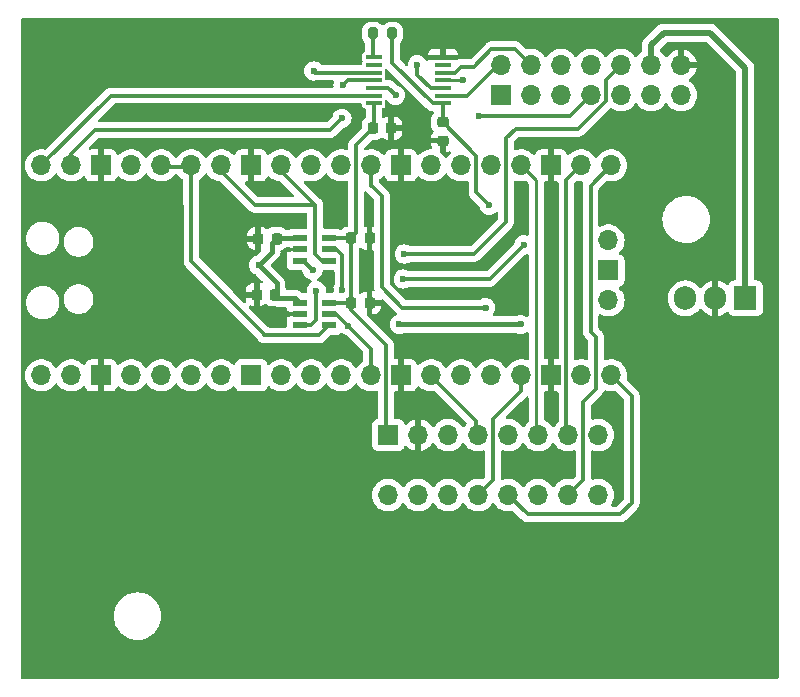
<source format=gtl>
G04 #@! TF.GenerationSoftware,KiCad,Pcbnew,7.0.9-7.0.9~ubuntu22.04.1*
G04 #@! TF.CreationDate,2023-11-26T22:36:36+01:00*
G04 #@! TF.ProjectId,MicroPicoDrive,4d696372-6f50-4696-936f-44726976652e,1.4.1*
G04 #@! TF.SameCoordinates,Original*
G04 #@! TF.FileFunction,Copper,L1,Top*
G04 #@! TF.FilePolarity,Positive*
%FSLAX46Y46*%
G04 Gerber Fmt 4.6, Leading zero omitted, Abs format (unit mm)*
G04 Created by KiCad (PCBNEW 7.0.9-7.0.9~ubuntu22.04.1) date 2023-11-26 22:36:36*
%MOMM*%
%LPD*%
G01*
G04 APERTURE LIST*
G04 Aperture macros list*
%AMRoundRect*
0 Rectangle with rounded corners*
0 $1 Rounding radius*
0 $2 $3 $4 $5 $6 $7 $8 $9 X,Y pos of 4 corners*
0 Add a 4 corners polygon primitive as box body*
4,1,4,$2,$3,$4,$5,$6,$7,$8,$9,$2,$3,0*
0 Add four circle primitives for the rounded corners*
1,1,$1+$1,$2,$3*
1,1,$1+$1,$4,$5*
1,1,$1+$1,$6,$7*
1,1,$1+$1,$8,$9*
0 Add four rect primitives between the rounded corners*
20,1,$1+$1,$2,$3,$4,$5,0*
20,1,$1+$1,$4,$5,$6,$7,0*
20,1,$1+$1,$6,$7,$8,$9,0*
20,1,$1+$1,$8,$9,$2,$3,0*%
G04 Aperture macros list end*
G04 #@! TA.AperFunction,SMDPad,CuDef*
%ADD10RoundRect,0.225000X0.225000X0.250000X-0.225000X0.250000X-0.225000X-0.250000X0.225000X-0.250000X0*%
G04 #@! TD*
G04 #@! TA.AperFunction,SMDPad,CuDef*
%ADD11RoundRect,0.225000X-0.225000X-0.250000X0.225000X-0.250000X0.225000X0.250000X-0.225000X0.250000X0*%
G04 #@! TD*
G04 #@! TA.AperFunction,SMDPad,CuDef*
%ADD12R,1.200000X0.600000*%
G04 #@! TD*
G04 #@! TA.AperFunction,ComponentPad*
%ADD13R,1.700000X1.700000*%
G04 #@! TD*
G04 #@! TA.AperFunction,ComponentPad*
%ADD14O,1.700000X1.700000*%
G04 #@! TD*
G04 #@! TA.AperFunction,SMDPad,CuDef*
%ADD15RoundRect,0.225000X-0.250000X0.225000X-0.250000X-0.225000X0.250000X-0.225000X0.250000X0.225000X0*%
G04 #@! TD*
G04 #@! TA.AperFunction,ComponentPad*
%ADD16R,1.905000X2.000000*%
G04 #@! TD*
G04 #@! TA.AperFunction,ComponentPad*
%ADD17O,1.905000X2.000000*%
G04 #@! TD*
G04 #@! TA.AperFunction,SMDPad,CuDef*
%ADD18R,1.475000X0.450000*%
G04 #@! TD*
G04 #@! TA.AperFunction,SMDPad,CuDef*
%ADD19RoundRect,0.200000X-0.200000X-0.275000X0.200000X-0.275000X0.200000X0.275000X-0.200000X0.275000X0*%
G04 #@! TD*
G04 #@! TA.AperFunction,ViaPad*
%ADD20C,0.600000*%
G04 #@! TD*
G04 #@! TA.AperFunction,Conductor*
%ADD21C,0.300000*%
G04 #@! TD*
G04 #@! TA.AperFunction,Conductor*
%ADD22C,0.400000*%
G04 #@! TD*
G04 #@! TA.AperFunction,Conductor*
%ADD23C,0.250000*%
G04 #@! TD*
G04 #@! TA.AperFunction,Conductor*
%ADD24C,0.500000*%
G04 #@! TD*
G04 APERTURE END LIST*
D10*
X137290000Y-98490000D03*
X135740000Y-98490000D03*
D11*
X143740000Y-93715000D03*
X145290000Y-93715000D03*
D12*
X139390000Y-93715000D03*
X139390000Y-94665000D03*
X139390000Y-95615000D03*
X141890000Y-95615000D03*
X141890000Y-94665000D03*
X141890000Y-93715000D03*
D10*
X137415000Y-93740000D03*
X135865000Y-93740000D03*
D11*
X143740000Y-99190000D03*
X145290000Y-99190000D03*
D12*
X139390000Y-99190000D03*
X139390000Y-100140000D03*
X139390000Y-101090000D03*
X141890000Y-101090000D03*
X141890000Y-100140000D03*
X141890000Y-99190000D03*
D13*
X156420000Y-81590000D03*
D14*
X156420000Y-79050000D03*
X158960000Y-81590000D03*
X158960000Y-79050000D03*
X161500000Y-81590000D03*
X161500000Y-79050000D03*
X164040000Y-81590000D03*
X164040000Y-79050000D03*
X166580000Y-81590000D03*
X166580000Y-79050000D03*
X169120000Y-81590000D03*
X169120000Y-79050000D03*
X171660000Y-81590000D03*
X171660000Y-79050000D03*
D15*
X151495000Y-83889579D03*
X151495000Y-85439579D03*
D16*
X177115000Y-98800000D03*
D17*
X174575000Y-98800000D03*
X172035000Y-98800000D03*
D11*
X145575000Y-84400000D03*
X147125000Y-84400000D03*
D13*
X146875000Y-110375000D03*
D14*
X146875000Y-115455000D03*
X149415000Y-110375000D03*
X149415000Y-115455000D03*
X151955000Y-110375000D03*
X151955000Y-115455000D03*
X154495000Y-110375000D03*
X154495000Y-115455000D03*
X157035000Y-110375000D03*
X157035000Y-115455000D03*
X159575000Y-110375000D03*
X159575000Y-115455000D03*
X162115000Y-110375000D03*
X162115000Y-115455000D03*
X164655000Y-110375000D03*
X164655000Y-115455000D03*
D18*
X151508000Y-82289579D03*
X151508000Y-81639579D03*
X151508000Y-80989579D03*
X151508000Y-80339579D03*
X151508000Y-79689579D03*
X151508000Y-79039579D03*
X151508000Y-78389579D03*
X145632000Y-78389579D03*
X145632000Y-79039579D03*
X145632000Y-79689579D03*
X145632000Y-80339579D03*
X145632000Y-80989579D03*
X145632000Y-81639579D03*
X145632000Y-82289579D03*
D19*
X145570000Y-76375000D03*
X147220000Y-76375000D03*
D14*
X117490000Y-87550000D03*
X120030000Y-87550000D03*
D13*
X122570000Y-87550000D03*
D14*
X125110000Y-87550000D03*
X127650000Y-87550000D03*
X130190000Y-87550000D03*
X132730000Y-87550000D03*
D13*
X135270000Y-87550000D03*
D14*
X137810000Y-87550000D03*
X140350000Y-87550000D03*
X142890000Y-87550000D03*
X145430000Y-87550000D03*
D13*
X147970000Y-87550000D03*
D14*
X150510000Y-87550000D03*
X153050000Y-87550000D03*
X155590000Y-87550000D03*
X158130000Y-87550000D03*
D13*
X160670000Y-87550000D03*
D14*
X163210000Y-87550000D03*
X165750000Y-87550000D03*
X165750000Y-105330000D03*
X163210000Y-105330000D03*
D13*
X160670000Y-105330000D03*
D14*
X158130000Y-105330000D03*
X155590000Y-105330000D03*
X153050000Y-105330000D03*
X150510000Y-105330000D03*
D13*
X147970000Y-105330000D03*
D14*
X145430000Y-105330000D03*
X142890000Y-105330000D03*
X140350000Y-105330000D03*
X137810000Y-105330000D03*
D13*
X135270000Y-105330000D03*
D14*
X132730000Y-105330000D03*
X130190000Y-105330000D03*
X127650000Y-105330000D03*
X125110000Y-105330000D03*
D13*
X122570000Y-105330000D03*
D14*
X120030000Y-105330000D03*
X117490000Y-105330000D03*
X165520000Y-93900000D03*
D13*
X165520000Y-96440000D03*
D14*
X165520000Y-98980000D03*
D20*
X135890000Y-95990000D03*
X158090000Y-101015000D03*
X155415000Y-90915000D03*
X147815000Y-101015000D03*
X158150000Y-108800000D03*
X162050000Y-112900000D03*
X162950000Y-94300000D03*
X142040000Y-98090000D03*
X141800000Y-109400000D03*
X138765000Y-97315000D03*
X160800000Y-109050000D03*
X142340000Y-90115000D03*
X157200000Y-113150000D03*
X134340000Y-92565000D03*
X153040000Y-102765000D03*
X147700000Y-91850000D03*
X153350000Y-112850000D03*
X150465000Y-91865000D03*
X165750000Y-112850000D03*
X157290000Y-98140000D03*
X136490000Y-89790000D03*
X136750000Y-82850000D03*
X154550000Y-83350000D03*
X148140000Y-97165000D03*
X158365000Y-94265000D03*
X140790000Y-98140000D03*
X142990000Y-98115000D03*
X143465000Y-101115000D03*
X148240000Y-95040000D03*
X140490000Y-96440000D03*
X149345000Y-79025000D03*
X153195000Y-80339579D03*
X140550000Y-79550000D03*
X143050000Y-80750000D03*
X142950000Y-83550000D03*
X147500000Y-81600000D03*
X155115000Y-99590000D03*
D21*
X154495000Y-110375000D02*
X154304000Y-110184000D01*
X154304000Y-110184000D02*
X154304000Y-109204000D01*
X154304000Y-109204000D02*
X150510000Y-105410000D01*
D22*
X135890000Y-95990000D02*
X137040000Y-94840000D01*
X137640000Y-98815000D02*
X139015000Y-98815000D01*
D21*
X151495000Y-83895000D02*
X151495000Y-83889579D01*
D22*
X135890000Y-95990000D02*
X137415000Y-97515000D01*
D21*
X150624158Y-82289579D02*
X147220000Y-78885421D01*
X151508000Y-82289579D02*
X150624158Y-82289579D01*
D22*
X137415000Y-97515000D02*
X137415000Y-98590000D01*
X137040000Y-94840000D02*
X137040000Y-94115000D01*
D21*
X147220000Y-78885421D02*
X147220000Y-76375000D01*
D22*
X137415000Y-98590000D02*
X137640000Y-98815000D01*
D21*
X154336000Y-89836000D02*
X154336000Y-86736000D01*
D22*
X137040000Y-94115000D02*
X137440000Y-93715000D01*
X147815000Y-101015000D02*
X158090000Y-101015000D01*
X137440000Y-93715000D02*
X139390000Y-93715000D01*
D21*
X155415000Y-90915000D02*
X154336000Y-89836000D01*
X151508000Y-82289579D02*
X151508000Y-83876579D01*
X154336000Y-86736000D02*
X151495000Y-83895000D01*
D22*
X139015000Y-98815000D02*
X139390000Y-99190000D01*
D21*
X146700000Y-102775000D02*
X146700000Y-110200000D01*
X144144000Y-93311000D02*
X144144000Y-85856000D01*
X143740000Y-99815000D02*
X146700000Y-102775000D01*
X144144000Y-85856000D02*
X145600000Y-84400000D01*
X145645000Y-82302579D02*
X145632000Y-82289579D01*
X143740000Y-99815000D02*
X143740000Y-99190000D01*
X145600000Y-84400000D02*
X145645000Y-84400000D01*
X145645000Y-84400000D02*
X145645000Y-82302579D01*
X141890000Y-99190000D02*
X143740000Y-99190000D01*
X141890000Y-93715000D02*
X143740000Y-93715000D01*
X143740000Y-93715000D02*
X144144000Y-93311000D01*
X146700000Y-110200000D02*
X146875000Y-110375000D01*
X143740000Y-99190000D02*
X143740000Y-93715000D01*
X154550000Y-83350000D02*
X162280000Y-83350000D01*
X162280000Y-83350000D02*
X164040000Y-81590000D01*
X158365000Y-94265000D02*
X155465000Y-97165000D01*
X140790000Y-100615000D02*
X140790000Y-98140000D01*
X139390000Y-101090000D02*
X140315000Y-101090000D01*
X140315000Y-101090000D02*
X140790000Y-100615000D01*
X155465000Y-97165000D02*
X148140000Y-97165000D01*
X136390000Y-101840000D02*
X136390000Y-101940000D01*
X130200000Y-90795000D02*
X130200000Y-95650000D01*
X130200000Y-95650000D02*
X136390000Y-101840000D01*
X130190000Y-90785000D02*
X130200000Y-90795000D01*
X127650000Y-87650000D02*
X130090000Y-87650000D01*
X136390000Y-101940000D02*
X141040000Y-101940000D01*
X130190000Y-87550000D02*
X130190000Y-90785000D01*
X141040000Y-101940000D02*
X141890000Y-101090000D01*
X141890000Y-100140000D02*
X142490000Y-100140000D01*
X142990000Y-98115000D02*
X142990000Y-95165000D01*
X142990000Y-95165000D02*
X142490000Y-94665000D01*
X142490000Y-94665000D02*
X141890000Y-94665000D01*
X145350000Y-103000000D02*
X145430000Y-103080000D01*
X142990000Y-98115000D02*
X142943658Y-98068658D01*
X145430000Y-103080000D02*
X145430000Y-105330000D01*
X142490000Y-100140000D02*
X145350000Y-103000000D01*
X156791000Y-92389000D02*
X156844000Y-92336000D01*
X156844000Y-92336000D02*
X156844000Y-85256000D01*
X156844000Y-85256000D02*
X157650000Y-84450000D01*
X157650000Y-84450000D02*
X162953424Y-84450000D01*
X148240000Y-95040000D02*
X154140000Y-95040000D01*
X139390000Y-95615000D02*
X139665000Y-95615000D01*
X162953424Y-84450000D02*
X165326000Y-82077424D01*
X139665000Y-95615000D02*
X140490000Y-96440000D01*
X165326000Y-82077424D02*
X165326000Y-80304000D01*
X165326000Y-80304000D02*
X166580000Y-79050000D01*
X154140000Y-95040000D02*
X156791000Y-92389000D01*
X141890000Y-95615000D02*
X141290000Y-95615000D01*
X141290000Y-95615000D02*
X140690000Y-95015000D01*
X135585000Y-90885000D02*
X132730000Y-88030000D01*
X140690000Y-95015000D02*
X140690000Y-90885000D01*
X135605000Y-90885000D02*
X135585000Y-90885000D01*
X137810000Y-88005000D02*
X137810000Y-87550000D01*
X140690000Y-90885000D02*
X137810000Y-88005000D01*
X140690000Y-90885000D02*
X135605000Y-90885000D01*
X132730000Y-88030000D02*
X132730000Y-87550000D01*
X156170000Y-79050000D02*
X153580421Y-81639579D01*
X153580421Y-81639579D02*
X151508000Y-81639579D01*
X156420000Y-79050000D02*
X156170000Y-79050000D01*
X149345000Y-79864079D02*
X150470500Y-80989579D01*
X150470500Y-80989579D02*
X151508000Y-80989579D01*
X149345000Y-79025000D02*
X149345000Y-79864079D01*
D23*
X153195000Y-80339579D02*
X151508000Y-80339579D01*
D21*
X154100000Y-79200000D02*
X155600000Y-77700000D01*
X157610000Y-77700000D02*
X158960000Y-79050000D01*
X155600000Y-77700000D02*
X157610000Y-77700000D01*
X151508000Y-79689579D02*
X152510421Y-79689579D01*
X152510421Y-79689579D02*
X153000000Y-79200000D01*
X153000000Y-79200000D02*
X154100000Y-79200000D01*
X145570000Y-76375000D02*
X145570000Y-78327579D01*
X140550000Y-79550000D02*
X140689579Y-79689579D01*
X140689579Y-79689579D02*
X145632000Y-79689579D01*
X143050000Y-80750000D02*
X143460421Y-80339579D01*
X143460421Y-80339579D02*
X145632000Y-80339579D01*
X120030000Y-86570000D02*
X120030000Y-87550000D01*
X142950000Y-83550000D02*
X141950000Y-84550000D01*
X146889579Y-80989579D02*
X145632000Y-80989579D01*
X147500000Y-81600000D02*
X146889579Y-80989579D01*
X141950000Y-84550000D02*
X122050000Y-84550000D01*
X122050000Y-84550000D02*
X120030000Y-86570000D01*
X123410421Y-81639579D02*
X117500000Y-87550000D01*
X145632000Y-81639579D02*
X123410421Y-81639579D01*
X117500000Y-87550000D02*
X117490000Y-87550000D01*
D24*
X170200000Y-76300000D02*
X169120000Y-77380000D01*
X174100000Y-76300000D02*
X170200000Y-76300000D01*
X177115000Y-98800000D02*
X177115000Y-79315000D01*
X177115000Y-79315000D02*
X174100000Y-76300000D01*
X169120000Y-77380000D02*
X169120000Y-79050000D01*
D21*
X154495000Y-115455000D02*
X155749000Y-114201000D01*
X158130000Y-106620000D02*
X158130000Y-105330000D01*
X155749000Y-109001000D02*
X158130000Y-106620000D01*
X155749000Y-114201000D02*
X155749000Y-109001000D01*
X167500000Y-107080000D02*
X165750000Y-105330000D01*
X167500000Y-116100000D02*
X167500000Y-107080000D01*
X166500000Y-117100000D02*
X167500000Y-116100000D01*
X158680000Y-117100000D02*
X166500000Y-117100000D01*
X157035000Y-115455000D02*
X158680000Y-117100000D01*
D23*
X159400000Y-88820000D02*
X158130000Y-87550000D01*
X159575000Y-110375000D02*
X159400000Y-110200000D01*
X159400000Y-110200000D02*
X159400000Y-88820000D01*
D21*
X161950000Y-88810000D02*
X163210000Y-87550000D01*
X161950000Y-110210000D02*
X161950000Y-88810000D01*
X162115000Y-110375000D02*
X161950000Y-110210000D01*
X164015000Y-89285000D02*
X165750000Y-87550000D01*
X163401000Y-107550000D02*
X164464000Y-106487000D01*
X162115000Y-115455000D02*
X163401000Y-114169000D01*
X164015000Y-101615000D02*
X164015000Y-89285000D01*
X164464000Y-106487000D02*
X164464000Y-102064000D01*
X163401000Y-114169000D02*
X163401000Y-107550000D01*
X164379000Y-101979000D02*
X164015000Y-101615000D01*
X164464000Y-102064000D02*
X164379000Y-101979000D01*
X145475000Y-89275000D02*
X145450000Y-89250000D01*
X145450000Y-87570000D02*
X145430000Y-87550000D01*
X148065000Y-99590000D02*
X146340000Y-97865000D01*
X146340000Y-97865000D02*
X146340000Y-90140000D01*
X155115000Y-99590000D02*
X148065000Y-99590000D01*
X145450000Y-89250000D02*
X145450000Y-87570000D01*
X146340000Y-90140000D02*
X145475000Y-89275000D01*
G04 #@! TA.AperFunction,Conductor*
G36*
X165258307Y-106597526D02*
G01*
X165391112Y-106643118D01*
X165415365Y-106651444D01*
X165637431Y-106688500D01*
X165862568Y-106688500D01*
X165862569Y-106688500D01*
X166069285Y-106654005D01*
X166138647Y-106662387D01*
X166177373Y-106688633D01*
X166805181Y-107316441D01*
X166838666Y-107377764D01*
X166841500Y-107404122D01*
X166841500Y-115775878D01*
X166821815Y-115842917D01*
X166805181Y-115863559D01*
X166263559Y-116405181D01*
X166202236Y-116438666D01*
X166175878Y-116441500D01*
X165862355Y-116441500D01*
X165795316Y-116421815D01*
X165749561Y-116369011D01*
X165739617Y-116299853D01*
X165758547Y-116249678D01*
X165801989Y-116183186D01*
X165853860Y-116103791D01*
X165944296Y-115897616D01*
X165999564Y-115679368D01*
X166018156Y-115455000D01*
X165999564Y-115230632D01*
X165944296Y-115012384D01*
X165853860Y-114806209D01*
X165837706Y-114781484D01*
X165730723Y-114617734D01*
X165730715Y-114617723D01*
X165578243Y-114452097D01*
X165578238Y-114452092D01*
X165400577Y-114313812D01*
X165400572Y-114313808D01*
X165202580Y-114206661D01*
X165202577Y-114206659D01*
X165202574Y-114206658D01*
X165202571Y-114206657D01*
X165202569Y-114206656D01*
X164989637Y-114133556D01*
X164767569Y-114096500D01*
X164542431Y-114096500D01*
X164320362Y-114133556D01*
X164223763Y-114166719D01*
X164153964Y-114169869D01*
X164093543Y-114134783D01*
X164061682Y-114072600D01*
X164059500Y-114049438D01*
X164059500Y-111780562D01*
X164079185Y-111713523D01*
X164131989Y-111667768D01*
X164201147Y-111657824D01*
X164223763Y-111663281D01*
X164316791Y-111695217D01*
X164320365Y-111696444D01*
X164542431Y-111733500D01*
X164767569Y-111733500D01*
X164989635Y-111696444D01*
X165202574Y-111623342D01*
X165400576Y-111516189D01*
X165578240Y-111377906D01*
X165730722Y-111212268D01*
X165853860Y-111023791D01*
X165944296Y-110817616D01*
X165999564Y-110599368D01*
X166018156Y-110375000D01*
X165999564Y-110150632D01*
X165944296Y-109932384D01*
X165853860Y-109726209D01*
X165837706Y-109701484D01*
X165730723Y-109537734D01*
X165730715Y-109537723D01*
X165578243Y-109372097D01*
X165578238Y-109372092D01*
X165400577Y-109233812D01*
X165400572Y-109233808D01*
X165202580Y-109126661D01*
X165202577Y-109126659D01*
X165202574Y-109126658D01*
X165202571Y-109126657D01*
X165202569Y-109126656D01*
X164989637Y-109053556D01*
X164767569Y-109016500D01*
X164542431Y-109016500D01*
X164320362Y-109053556D01*
X164223763Y-109086719D01*
X164153964Y-109089869D01*
X164093543Y-109054783D01*
X164061682Y-108992600D01*
X164059500Y-108969438D01*
X164059500Y-107874121D01*
X164079185Y-107807082D01*
X164095815Y-107786444D01*
X164868543Y-107013715D01*
X164881214Y-107003566D01*
X164881068Y-107003389D01*
X164887074Y-106998419D01*
X164887080Y-106998416D01*
X164936945Y-106945314D01*
X164958927Y-106923333D01*
X164963495Y-106917442D01*
X164967282Y-106913008D01*
X165000972Y-106877133D01*
X165011380Y-106858200D01*
X165022059Y-106841942D01*
X165035304Y-106824868D01*
X165054852Y-106779691D01*
X165057409Y-106774472D01*
X165081124Y-106731337D01*
X165086495Y-106710413D01*
X165092799Y-106692004D01*
X165104244Y-106665558D01*
X165148935Y-106611851D01*
X165215568Y-106590832D01*
X165258307Y-106597526D01*
G37*
G04 #@! TD.AperFunction*
G04 #@! TA.AperFunction,Conductor*
G36*
X160926905Y-111048515D02*
G01*
X160948804Y-111073787D01*
X161039278Y-111212268D01*
X161039283Y-111212273D01*
X161039284Y-111212276D01*
X161158355Y-111341619D01*
X161191760Y-111377906D01*
X161369424Y-111516189D01*
X161369425Y-111516189D01*
X161369427Y-111516191D01*
X161429314Y-111548600D01*
X161567426Y-111623342D01*
X161780365Y-111696444D01*
X162002431Y-111733500D01*
X162227569Y-111733500D01*
X162449635Y-111696444D01*
X162578237Y-111652295D01*
X162648035Y-111649145D01*
X162708457Y-111684231D01*
X162740317Y-111746414D01*
X162742500Y-111769576D01*
X162742500Y-113844877D01*
X162722815Y-113911916D01*
X162706181Y-113932558D01*
X162542373Y-114096366D01*
X162481050Y-114129851D01*
X162434283Y-114130994D01*
X162227569Y-114096500D01*
X162002431Y-114096500D01*
X161780362Y-114133556D01*
X161567430Y-114206656D01*
X161567419Y-114206661D01*
X161369427Y-114313808D01*
X161369422Y-114313812D01*
X161191761Y-114452092D01*
X161191756Y-114452097D01*
X161039284Y-114617723D01*
X161039276Y-114617734D01*
X160948808Y-114756206D01*
X160895662Y-114801562D01*
X160826431Y-114810986D01*
X160763095Y-114781484D01*
X160741192Y-114756206D01*
X160650723Y-114617734D01*
X160650715Y-114617723D01*
X160498243Y-114452097D01*
X160498238Y-114452092D01*
X160320577Y-114313812D01*
X160320572Y-114313808D01*
X160122580Y-114206661D01*
X160122577Y-114206659D01*
X160122574Y-114206658D01*
X160122571Y-114206657D01*
X160122569Y-114206656D01*
X159909637Y-114133556D01*
X159687569Y-114096500D01*
X159462431Y-114096500D01*
X159240362Y-114133556D01*
X159027430Y-114206656D01*
X159027419Y-114206661D01*
X158829427Y-114313808D01*
X158829422Y-114313812D01*
X158651761Y-114452092D01*
X158651756Y-114452097D01*
X158499284Y-114617723D01*
X158499276Y-114617734D01*
X158408808Y-114756206D01*
X158355662Y-114801562D01*
X158286431Y-114810986D01*
X158223095Y-114781484D01*
X158201192Y-114756206D01*
X158110723Y-114617734D01*
X158110715Y-114617723D01*
X157958243Y-114452097D01*
X157958238Y-114452092D01*
X157780577Y-114313812D01*
X157780572Y-114313808D01*
X157582580Y-114206661D01*
X157582577Y-114206659D01*
X157582574Y-114206658D01*
X157582571Y-114206657D01*
X157582569Y-114206656D01*
X157369637Y-114133556D01*
X157147569Y-114096500D01*
X156922431Y-114096500D01*
X156700361Y-114133556D01*
X156700359Y-114133556D01*
X156571762Y-114177704D01*
X156501964Y-114180854D01*
X156441543Y-114145767D01*
X156409682Y-114083585D01*
X156407500Y-114060423D01*
X156407500Y-111769576D01*
X156427185Y-111702537D01*
X156479989Y-111656782D01*
X156549147Y-111646838D01*
X156571763Y-111652295D01*
X156640487Y-111675888D01*
X156700365Y-111696444D01*
X156922431Y-111733500D01*
X157147569Y-111733500D01*
X157369635Y-111696444D01*
X157582574Y-111623342D01*
X157780576Y-111516189D01*
X157958240Y-111377906D01*
X158110722Y-111212268D01*
X158201193Y-111073790D01*
X158254338Y-111028437D01*
X158323569Y-111019013D01*
X158386905Y-111048515D01*
X158408804Y-111073787D01*
X158499278Y-111212268D01*
X158499283Y-111212273D01*
X158499284Y-111212276D01*
X158618355Y-111341619D01*
X158651760Y-111377906D01*
X158829424Y-111516189D01*
X158829425Y-111516189D01*
X158829427Y-111516191D01*
X158889314Y-111548600D01*
X159027426Y-111623342D01*
X159240365Y-111696444D01*
X159462431Y-111733500D01*
X159687569Y-111733500D01*
X159909635Y-111696444D01*
X160122574Y-111623342D01*
X160320576Y-111516189D01*
X160498240Y-111377906D01*
X160650722Y-111212268D01*
X160741193Y-111073790D01*
X160794338Y-111028437D01*
X160863569Y-111019013D01*
X160926905Y-111048515D01*
G37*
G04 #@! TD.AperFunction*
G04 #@! TA.AperFunction,Conductor*
G36*
X148220000Y-106680000D02*
G01*
X148867828Y-106680000D01*
X148867844Y-106679999D01*
X148927372Y-106673598D01*
X148927379Y-106673596D01*
X149062086Y-106623354D01*
X149062093Y-106623350D01*
X149177187Y-106537190D01*
X149177190Y-106537187D01*
X149263350Y-106422093D01*
X149263354Y-106422086D01*
X149309681Y-106297877D01*
X149351552Y-106241943D01*
X149417016Y-106217526D01*
X149485289Y-106232377D01*
X149517089Y-106257223D01*
X149586760Y-106332906D01*
X149764424Y-106471189D01*
X149764425Y-106471189D01*
X149764427Y-106471191D01*
X149808953Y-106495287D01*
X149962426Y-106578342D01*
X150175365Y-106651444D01*
X150397431Y-106688500D01*
X150622567Y-106688500D01*
X150622569Y-106688500D01*
X150760725Y-106665445D01*
X150830086Y-106673827D01*
X150868813Y-106700073D01*
X153472806Y-109304066D01*
X153506291Y-109365389D01*
X153501307Y-109435081D01*
X153476355Y-109475730D01*
X153419274Y-109537735D01*
X153328807Y-109676206D01*
X153275661Y-109721562D01*
X153206430Y-109730986D01*
X153143094Y-109701484D01*
X153121191Y-109676206D01*
X153030722Y-109537732D01*
X153030717Y-109537727D01*
X153030715Y-109537723D01*
X152878243Y-109372097D01*
X152878238Y-109372092D01*
X152700577Y-109233812D01*
X152700572Y-109233808D01*
X152502580Y-109126661D01*
X152502577Y-109126659D01*
X152502574Y-109126658D01*
X152502571Y-109126657D01*
X152502569Y-109126656D01*
X152289637Y-109053556D01*
X152067569Y-109016500D01*
X151842431Y-109016500D01*
X151620362Y-109053556D01*
X151407430Y-109126656D01*
X151407419Y-109126661D01*
X151209427Y-109233808D01*
X151209422Y-109233812D01*
X151031761Y-109372092D01*
X151031756Y-109372097D01*
X150879284Y-109537723D01*
X150879276Y-109537734D01*
X150785251Y-109681650D01*
X150732105Y-109727007D01*
X150662873Y-109736430D01*
X150599538Y-109706928D01*
X150579868Y-109684951D01*
X150453113Y-109503926D01*
X150453108Y-109503920D01*
X150286082Y-109336894D01*
X150092578Y-109201399D01*
X149878492Y-109101570D01*
X149878486Y-109101567D01*
X149665000Y-109044364D01*
X149665000Y-109939498D01*
X149557315Y-109890320D01*
X149450763Y-109875000D01*
X149379237Y-109875000D01*
X149272685Y-109890320D01*
X149165000Y-109939498D01*
X149165000Y-109044364D01*
X149164999Y-109044364D01*
X148951513Y-109101567D01*
X148951507Y-109101570D01*
X148737422Y-109201399D01*
X148737420Y-109201400D01*
X148543926Y-109336886D01*
X148428084Y-109452728D01*
X148366761Y-109486212D01*
X148297069Y-109481228D01*
X148241136Y-109439356D01*
X148224223Y-109408384D01*
X148175889Y-109278796D01*
X148088261Y-109161739D01*
X147971204Y-109074111D01*
X147960330Y-109070055D01*
X147834203Y-109023011D01*
X147773654Y-109016500D01*
X147773638Y-109016500D01*
X147482500Y-109016500D01*
X147415461Y-108996815D01*
X147369706Y-108944011D01*
X147358500Y-108892500D01*
X147358500Y-106804000D01*
X147378185Y-106736961D01*
X147430989Y-106691206D01*
X147482500Y-106680000D01*
X147720000Y-106680000D01*
X147720000Y-105776494D01*
X147824839Y-105824373D01*
X147933527Y-105840000D01*
X148006473Y-105840000D01*
X148115161Y-105824373D01*
X148220000Y-105776494D01*
X148220000Y-106680000D01*
G37*
G04 #@! TD.AperFunction*
G04 #@! TA.AperFunction,Conductor*
G36*
X158682157Y-107099846D02*
G01*
X158739380Y-107139937D01*
X158765845Y-107204601D01*
X158766500Y-107217334D01*
X158766500Y-109222167D01*
X158746815Y-109289206D01*
X158718664Y-109320019D01*
X158651763Y-109372091D01*
X158651756Y-109372097D01*
X158499284Y-109537723D01*
X158499276Y-109537734D01*
X158408808Y-109676206D01*
X158355662Y-109721562D01*
X158286431Y-109730986D01*
X158223095Y-109701484D01*
X158201192Y-109676206D01*
X158110723Y-109537734D01*
X158110715Y-109537723D01*
X157958243Y-109372097D01*
X157958238Y-109372092D01*
X157780577Y-109233812D01*
X157780572Y-109233808D01*
X157582580Y-109126661D01*
X157582577Y-109126659D01*
X157582574Y-109126658D01*
X157582571Y-109126657D01*
X157582569Y-109126656D01*
X157369637Y-109053556D01*
X157147569Y-109016500D01*
X156964121Y-109016500D01*
X156897082Y-108996815D01*
X156851327Y-108944011D01*
X156841383Y-108874853D01*
X156870408Y-108811297D01*
X156876440Y-108804819D01*
X158100205Y-107581053D01*
X158534540Y-107146717D01*
X158547209Y-107136569D01*
X158547063Y-107136393D01*
X158553075Y-107131418D01*
X158553080Y-107131416D01*
X158553083Y-107131412D01*
X158559089Y-107126444D01*
X158560149Y-107127726D01*
X158612343Y-107097057D01*
X158682157Y-107099846D01*
G37*
G04 #@! TD.AperFunction*
G04 #@! TA.AperFunction,Conductor*
G36*
X160920000Y-106680000D02*
G01*
X161167500Y-106680000D01*
X161234539Y-106699685D01*
X161280294Y-106752489D01*
X161291500Y-106804000D01*
X161291500Y-109233842D01*
X161271815Y-109300881D01*
X161243664Y-109331694D01*
X161191763Y-109372091D01*
X161191756Y-109372097D01*
X161039284Y-109537723D01*
X161039276Y-109537734D01*
X160948808Y-109676206D01*
X160895662Y-109721562D01*
X160826431Y-109730986D01*
X160763095Y-109701484D01*
X160741192Y-109676206D01*
X160650723Y-109537734D01*
X160650715Y-109537723D01*
X160498243Y-109372097D01*
X160498238Y-109372092D01*
X160320577Y-109233812D01*
X160320572Y-109233808D01*
X160122580Y-109126661D01*
X160122568Y-109126655D01*
X160117233Y-109124824D01*
X160060219Y-109084436D01*
X160034091Y-109019635D01*
X160033500Y-109007544D01*
X160033500Y-106804000D01*
X160053185Y-106736961D01*
X160105989Y-106691206D01*
X160157500Y-106680000D01*
X160420000Y-106680000D01*
X160420000Y-105776494D01*
X160524839Y-105824373D01*
X160633527Y-105840000D01*
X160706473Y-105840000D01*
X160815161Y-105824373D01*
X160920000Y-105776494D01*
X160920000Y-106680000D01*
G37*
G04 #@! TD.AperFunction*
G04 #@! TA.AperFunction,Conductor*
G36*
X145007703Y-89739409D02*
G01*
X145014181Y-89745441D01*
X145645181Y-90376441D01*
X145678666Y-90437764D01*
X145681500Y-90464122D01*
X145681500Y-92616000D01*
X145661815Y-92683039D01*
X145609011Y-92728794D01*
X145557500Y-92740000D01*
X145540000Y-92740000D01*
X145540000Y-94689999D01*
X145557500Y-94689999D01*
X145624539Y-94709684D01*
X145670294Y-94762488D01*
X145681500Y-94813999D01*
X145681500Y-97778609D01*
X145679718Y-97794746D01*
X145679946Y-97794768D01*
X145679211Y-97802534D01*
X145681500Y-97875342D01*
X145681500Y-97906434D01*
X145682433Y-97913829D01*
X145682891Y-97919647D01*
X145684437Y-97968829D01*
X145684438Y-97968832D01*
X145690464Y-97989577D01*
X145694407Y-98008618D01*
X145697116Y-98030053D01*
X145697120Y-98030071D01*
X145703941Y-98047300D01*
X145710315Y-98116878D01*
X145678060Y-98178857D01*
X145617416Y-98213558D01*
X145576047Y-98216300D01*
X145563329Y-98215001D01*
X145563310Y-98215000D01*
X145540000Y-98215000D01*
X145540000Y-98940000D01*
X146239997Y-98940000D01*
X146274187Y-98905810D01*
X146335510Y-98872325D01*
X146405202Y-98877309D01*
X146449550Y-98905810D01*
X147538283Y-99994543D01*
X147548436Y-100007215D01*
X147548612Y-100007070D01*
X147553584Y-100013080D01*
X147588312Y-100045692D01*
X147623706Y-100105933D01*
X147620912Y-100175747D01*
X147580818Y-100232968D01*
X147544382Y-100253124D01*
X147461988Y-100281955D01*
X147461984Y-100281956D01*
X147307718Y-100378889D01*
X147178889Y-100507718D01*
X147081958Y-100661982D01*
X147021782Y-100833953D01*
X147021781Y-100833958D01*
X147001384Y-101014996D01*
X147001384Y-101015003D01*
X147021781Y-101196041D01*
X147021782Y-101196046D01*
X147044796Y-101261815D01*
X147081957Y-101368015D01*
X147178889Y-101522281D01*
X147307719Y-101651111D01*
X147461985Y-101748043D01*
X147633953Y-101808217D01*
X147633958Y-101808218D01*
X147814996Y-101828616D01*
X147815000Y-101828616D01*
X147815004Y-101828616D01*
X147996041Y-101808218D01*
X147996044Y-101808217D01*
X147996047Y-101808217D01*
X148168015Y-101748043D01*
X148176825Y-101742506D01*
X148242799Y-101723500D01*
X157662201Y-101723500D01*
X157728174Y-101742506D01*
X157736985Y-101748043D01*
X157886613Y-101800400D01*
X157908953Y-101808217D01*
X157908958Y-101808218D01*
X158089996Y-101828616D01*
X158090000Y-101828616D01*
X158090004Y-101828616D01*
X158271041Y-101808218D01*
X158271044Y-101808217D01*
X158271047Y-101808217D01*
X158443015Y-101748043D01*
X158576528Y-101664150D01*
X158643764Y-101645150D01*
X158710599Y-101665517D01*
X158755814Y-101718785D01*
X158766500Y-101769144D01*
X158766500Y-103938513D01*
X158746815Y-104005552D01*
X158694011Y-104051307D01*
X158624853Y-104061251D01*
X158602237Y-104055794D01*
X158464637Y-104008556D01*
X158242569Y-103971500D01*
X158017431Y-103971500D01*
X157795362Y-104008556D01*
X157582430Y-104081656D01*
X157582419Y-104081661D01*
X157384427Y-104188808D01*
X157384422Y-104188812D01*
X157206761Y-104327092D01*
X157206756Y-104327097D01*
X157054284Y-104492723D01*
X157054276Y-104492734D01*
X156963808Y-104631206D01*
X156910662Y-104676562D01*
X156841431Y-104685986D01*
X156778095Y-104656484D01*
X156756192Y-104631206D01*
X156665723Y-104492734D01*
X156665715Y-104492723D01*
X156513243Y-104327097D01*
X156513238Y-104327092D01*
X156393371Y-104233795D01*
X156335576Y-104188811D01*
X156335575Y-104188810D01*
X156335572Y-104188808D01*
X156137580Y-104081661D01*
X156137577Y-104081659D01*
X156137574Y-104081658D01*
X156137571Y-104081657D01*
X156137569Y-104081656D01*
X155924637Y-104008556D01*
X155702569Y-103971500D01*
X155477431Y-103971500D01*
X155255362Y-104008556D01*
X155042430Y-104081656D01*
X155042419Y-104081661D01*
X154844427Y-104188808D01*
X154844422Y-104188812D01*
X154666761Y-104327092D01*
X154666756Y-104327097D01*
X154514284Y-104492723D01*
X154514276Y-104492734D01*
X154423808Y-104631206D01*
X154370662Y-104676562D01*
X154301431Y-104685986D01*
X154238095Y-104656484D01*
X154216192Y-104631206D01*
X154125723Y-104492734D01*
X154125715Y-104492723D01*
X153973243Y-104327097D01*
X153973238Y-104327092D01*
X153853371Y-104233795D01*
X153795576Y-104188811D01*
X153795575Y-104188810D01*
X153795572Y-104188808D01*
X153597580Y-104081661D01*
X153597577Y-104081659D01*
X153597574Y-104081658D01*
X153597571Y-104081657D01*
X153597569Y-104081656D01*
X153384637Y-104008556D01*
X153162569Y-103971500D01*
X152937431Y-103971500D01*
X152715362Y-104008556D01*
X152502430Y-104081656D01*
X152502419Y-104081661D01*
X152304427Y-104188808D01*
X152304422Y-104188812D01*
X152126761Y-104327092D01*
X152126756Y-104327097D01*
X151974284Y-104492723D01*
X151974276Y-104492734D01*
X151883808Y-104631206D01*
X151830662Y-104676562D01*
X151761431Y-104685986D01*
X151698095Y-104656484D01*
X151676192Y-104631206D01*
X151585723Y-104492734D01*
X151585715Y-104492723D01*
X151433243Y-104327097D01*
X151433238Y-104327092D01*
X151313371Y-104233795D01*
X151255576Y-104188811D01*
X151255575Y-104188810D01*
X151255572Y-104188808D01*
X151057580Y-104081661D01*
X151057577Y-104081659D01*
X151057574Y-104081658D01*
X151057571Y-104081657D01*
X151057569Y-104081656D01*
X150844637Y-104008556D01*
X150622569Y-103971500D01*
X150397431Y-103971500D01*
X150175362Y-104008556D01*
X149962430Y-104081656D01*
X149962419Y-104081661D01*
X149764427Y-104188808D01*
X149764422Y-104188812D01*
X149586761Y-104327092D01*
X149517092Y-104402773D01*
X149457205Y-104438763D01*
X149387367Y-104436662D01*
X149329751Y-104397137D01*
X149309681Y-104362122D01*
X149263354Y-104237913D01*
X149263350Y-104237906D01*
X149177190Y-104122812D01*
X149177187Y-104122809D01*
X149062093Y-104036649D01*
X149062086Y-104036645D01*
X148927379Y-103986403D01*
X148927372Y-103986401D01*
X148867844Y-103980000D01*
X148220000Y-103980000D01*
X148220000Y-104883505D01*
X148115161Y-104835627D01*
X148006473Y-104820000D01*
X147933527Y-104820000D01*
X147824839Y-104835627D01*
X147720000Y-104883505D01*
X147720000Y-103980000D01*
X147482500Y-103980000D01*
X147415461Y-103960315D01*
X147369706Y-103907511D01*
X147358500Y-103856000D01*
X147358500Y-102861387D01*
X147360282Y-102845249D01*
X147360054Y-102845228D01*
X147360788Y-102837465D01*
X147358500Y-102764657D01*
X147358500Y-102733574D01*
X147358500Y-102733568D01*
X147357566Y-102726175D01*
X147357107Y-102720347D01*
X147355562Y-102671169D01*
X147349536Y-102650428D01*
X147345590Y-102631377D01*
X147342882Y-102609936D01*
X147324763Y-102564172D01*
X147322872Y-102558648D01*
X147315473Y-102533181D01*
X147309145Y-102511400D01*
X147298149Y-102492808D01*
X147289589Y-102475335D01*
X147285281Y-102464453D01*
X147281635Y-102455244D01*
X147277231Y-102449182D01*
X147252711Y-102415434D01*
X147249502Y-102410549D01*
X147225160Y-102369389D01*
X147224453Y-102368193D01*
X147224449Y-102368189D01*
X147224446Y-102368185D01*
X147209175Y-102352914D01*
X147196537Y-102338118D01*
X147195550Y-102336760D01*
X147183841Y-102320643D01*
X147183839Y-102320640D01*
X147145921Y-102289272D01*
X147141598Y-102285338D01*
X145076319Y-100220059D01*
X145042834Y-100158736D01*
X145040000Y-100132378D01*
X145040000Y-99440000D01*
X145540000Y-99440000D01*
X145540000Y-100164999D01*
X145563308Y-100164999D01*
X145563322Y-100164998D01*
X145662607Y-100154855D01*
X145823481Y-100101547D01*
X145823492Y-100101542D01*
X145967728Y-100012575D01*
X145967732Y-100012572D01*
X146087572Y-99892732D01*
X146087575Y-99892728D01*
X146176542Y-99748492D01*
X146176547Y-99748481D01*
X146229855Y-99587606D01*
X146239999Y-99488322D01*
X146240000Y-99488309D01*
X146240000Y-99440000D01*
X145540000Y-99440000D01*
X145040000Y-99440000D01*
X145040000Y-98214999D01*
X145016693Y-98215000D01*
X145016674Y-98215001D01*
X144917392Y-98225144D01*
X144756518Y-98278452D01*
X144756507Y-98278457D01*
X144612271Y-98367424D01*
X144612267Y-98367427D01*
X144610181Y-98369514D01*
X144608396Y-98370488D01*
X144606605Y-98371905D01*
X144606362Y-98371598D01*
X144548858Y-98402999D01*
X144479166Y-98398015D01*
X144423233Y-98356143D01*
X144398816Y-98290679D01*
X144398500Y-98281833D01*
X144398500Y-94623167D01*
X144418185Y-94556128D01*
X144470989Y-94510373D01*
X144540147Y-94500429D01*
X144603703Y-94529454D01*
X144610181Y-94535486D01*
X144612267Y-94537572D01*
X144612271Y-94537575D01*
X144756507Y-94626542D01*
X144756518Y-94626547D01*
X144917393Y-94679855D01*
X145016683Y-94689999D01*
X145040000Y-94689998D01*
X145040000Y-92739999D01*
X145016693Y-92740000D01*
X145016671Y-92740001D01*
X144939101Y-92747926D01*
X144870408Y-92735156D01*
X144819524Y-92687275D01*
X144802500Y-92624568D01*
X144802500Y-89833122D01*
X144822185Y-89766083D01*
X144874989Y-89720328D01*
X144944147Y-89710384D01*
X145007703Y-89739409D01*
G37*
G04 #@! TD.AperFunction*
G04 #@! TA.AperFunction,Conductor*
G36*
X160920000Y-88900000D02*
G01*
X161167500Y-88900000D01*
X161234539Y-88919685D01*
X161280294Y-88972489D01*
X161291500Y-89024000D01*
X161291500Y-103856000D01*
X161271815Y-103923039D01*
X161219011Y-103968794D01*
X161167500Y-103980000D01*
X160920000Y-103980000D01*
X160920000Y-104883505D01*
X160815161Y-104835627D01*
X160706473Y-104820000D01*
X160633527Y-104820000D01*
X160524839Y-104835627D01*
X160420000Y-104883505D01*
X160420000Y-103980000D01*
X160157500Y-103980000D01*
X160090461Y-103960315D01*
X160044706Y-103907511D01*
X160033500Y-103856000D01*
X160033500Y-89024000D01*
X160053185Y-88956961D01*
X160105989Y-88911206D01*
X160157500Y-88900000D01*
X160420000Y-88900000D01*
X160420000Y-87996494D01*
X160524839Y-88044373D01*
X160633527Y-88060000D01*
X160706473Y-88060000D01*
X160815161Y-88044373D01*
X160920000Y-87996494D01*
X160920000Y-88900000D01*
G37*
G04 #@! TD.AperFunction*
G04 #@! TA.AperFunction,Conductor*
G36*
X163097431Y-88908500D02*
G01*
X163097432Y-88908500D01*
X163271641Y-88908500D01*
X163338680Y-88928185D01*
X163384435Y-88980989D01*
X163394379Y-89050147D01*
X163385443Y-89081745D01*
X163377619Y-89099825D01*
X163369923Y-89148420D01*
X163368738Y-89154143D01*
X163356500Y-89201809D01*
X163356500Y-89223413D01*
X163354974Y-89242808D01*
X163351594Y-89264151D01*
X163356225Y-89313143D01*
X163356500Y-89318981D01*
X163356500Y-101528609D01*
X163354718Y-101544746D01*
X163354946Y-101544768D01*
X163354211Y-101552534D01*
X163356500Y-101625342D01*
X163356500Y-101656434D01*
X163357433Y-101663829D01*
X163357891Y-101669647D01*
X163359437Y-101718829D01*
X163359438Y-101718832D01*
X163365464Y-101739577D01*
X163369407Y-101758618D01*
X163372116Y-101780053D01*
X163372117Y-101780057D01*
X163372118Y-101780064D01*
X163388284Y-101820897D01*
X163390234Y-101825822D01*
X163392125Y-101831348D01*
X163405854Y-101878598D01*
X163405855Y-101878600D01*
X163413773Y-101891989D01*
X163416850Y-101897191D01*
X163425410Y-101914665D01*
X163433363Y-101934754D01*
X163462289Y-101974565D01*
X163465490Y-101979437D01*
X163490547Y-102021807D01*
X163490551Y-102021811D01*
X163505821Y-102037081D01*
X163518458Y-102051876D01*
X163531159Y-102069357D01*
X163569072Y-102100721D01*
X163573383Y-102104643D01*
X163691343Y-102222603D01*
X163769181Y-102300441D01*
X163802666Y-102361764D01*
X163805500Y-102388122D01*
X163805500Y-103924438D01*
X163785815Y-103991477D01*
X163733011Y-104037232D01*
X163663853Y-104047176D01*
X163641237Y-104041719D01*
X163544637Y-104008556D01*
X163322569Y-103971500D01*
X163097431Y-103971500D01*
X162875365Y-104008555D01*
X162772762Y-104043779D01*
X162702963Y-104046928D01*
X162642542Y-104011841D01*
X162610682Y-103949658D01*
X162608500Y-103926497D01*
X162608500Y-89134121D01*
X162628185Y-89067082D01*
X162644810Y-89046449D01*
X162782628Y-88908630D01*
X162843947Y-88875148D01*
X162890712Y-88874005D01*
X163097431Y-88908500D01*
G37*
G04 #@! TD.AperFunction*
G04 #@! TA.AperFunction,Conductor*
G36*
X131541905Y-88223515D02*
G01*
X131563804Y-88248787D01*
X131654278Y-88387268D01*
X131654283Y-88387273D01*
X131654284Y-88387276D01*
X131806756Y-88552902D01*
X131806760Y-88552906D01*
X131984424Y-88691189D01*
X131984425Y-88691189D01*
X131984427Y-88691191D01*
X132051499Y-88727488D01*
X132182426Y-88798342D01*
X132395365Y-88871444D01*
X132617431Y-88908500D01*
X132625878Y-88908500D01*
X132692917Y-88928185D01*
X132713559Y-88944819D01*
X135058280Y-91289540D01*
X135068430Y-91302208D01*
X135068606Y-91302064D01*
X135073580Y-91308076D01*
X135126685Y-91357946D01*
X135148661Y-91379922D01*
X135154551Y-91384491D01*
X135158994Y-91388286D01*
X135194864Y-91421970D01*
X135194866Y-91421971D01*
X135194867Y-91421972D01*
X135213803Y-91432382D01*
X135230049Y-91443053D01*
X135247132Y-91456304D01*
X135247137Y-91456306D01*
X135292296Y-91475848D01*
X135297544Y-91478420D01*
X135329234Y-91495840D01*
X135340663Y-91502124D01*
X135356823Y-91506272D01*
X135361583Y-91507495D01*
X135379986Y-91513795D01*
X135399824Y-91522380D01*
X135436960Y-91528261D01*
X135448431Y-91530078D01*
X135454146Y-91531261D01*
X135501812Y-91543500D01*
X135521812Y-91543500D01*
X135523419Y-91543500D01*
X135542816Y-91545026D01*
X135564152Y-91548406D01*
X135613144Y-91543774D01*
X135618981Y-91543500D01*
X139907500Y-91543500D01*
X139974539Y-91563185D01*
X140020294Y-91615989D01*
X140031500Y-91667500D01*
X140031500Y-92782500D01*
X140011815Y-92849539D01*
X139959011Y-92895294D01*
X139907500Y-92906500D01*
X138741345Y-92906500D01*
X138680797Y-92913011D01*
X138680795Y-92913011D01*
X138543793Y-92964111D01*
X138543792Y-92964112D01*
X138520211Y-92981766D01*
X138454747Y-93006184D01*
X138445900Y-93006500D01*
X138245187Y-93006500D01*
X138178148Y-92986815D01*
X138157506Y-92970181D01*
X138098040Y-92910715D01*
X138098036Y-92910712D01*
X137952109Y-92820702D01*
X137952103Y-92820699D01*
X137952101Y-92820698D01*
X137789336Y-92766764D01*
X137787741Y-92766601D01*
X137688879Y-92756500D01*
X137688872Y-92756500D01*
X137141128Y-92756500D01*
X137141120Y-92756500D01*
X137040663Y-92766764D01*
X136877901Y-92820697D01*
X136877890Y-92820702D01*
X136731963Y-92910712D01*
X136731959Y-92910715D01*
X136721671Y-92921004D01*
X136660348Y-92954489D01*
X136590656Y-92949505D01*
X136546309Y-92921004D01*
X136542732Y-92917427D01*
X136542728Y-92917424D01*
X136398492Y-92828457D01*
X136398481Y-92828452D01*
X136237606Y-92775144D01*
X136138322Y-92765000D01*
X136115000Y-92765000D01*
X136115000Y-94711666D01*
X136095315Y-94778705D01*
X136078681Y-94799347D01*
X135686346Y-95191682D01*
X135639621Y-95221042D01*
X135536983Y-95256957D01*
X135536982Y-95256958D01*
X135382718Y-95353889D01*
X135253889Y-95482718D01*
X135156958Y-95636982D01*
X135096782Y-95808953D01*
X135096781Y-95808958D01*
X135076384Y-95989996D01*
X135076384Y-95990003D01*
X135096781Y-96171041D01*
X135096782Y-96171046D01*
X135156958Y-96343017D01*
X135207529Y-96423500D01*
X135253889Y-96497281D01*
X135382719Y-96626111D01*
X135536985Y-96723043D01*
X135639621Y-96758956D01*
X135686347Y-96788317D01*
X136212049Y-97314019D01*
X136245534Y-97375342D01*
X136240550Y-97445034D01*
X136198678Y-97500967D01*
X136133214Y-97525384D01*
X136111765Y-97525058D01*
X136013322Y-97515000D01*
X135990000Y-97515000D01*
X135990000Y-99464999D01*
X136013308Y-99464999D01*
X136013322Y-99464998D01*
X136112607Y-99454855D01*
X136273481Y-99401547D01*
X136273492Y-99401542D01*
X136417728Y-99312575D01*
X136417732Y-99312572D01*
X136421309Y-99308996D01*
X136482632Y-99275511D01*
X136552324Y-99280495D01*
X136596671Y-99308996D01*
X136606959Y-99319284D01*
X136606963Y-99319287D01*
X136752890Y-99409297D01*
X136752893Y-99409298D01*
X136752899Y-99409302D01*
X136915664Y-99463236D01*
X137016128Y-99473500D01*
X137350197Y-99473500D01*
X137401086Y-99484424D01*
X137427671Y-99496389D01*
X137437881Y-99498260D01*
X137459500Y-99504286D01*
X137469199Y-99507965D01*
X137531488Y-99515528D01*
X137535180Y-99516090D01*
X137596907Y-99527402D01*
X137655387Y-99523864D01*
X137659545Y-99523613D01*
X137663290Y-99523500D01*
X138173681Y-99523500D01*
X138240720Y-99543185D01*
X138286475Y-99595989D01*
X138289863Y-99604166D01*
X138300926Y-99633827D01*
X138305910Y-99703519D01*
X138300927Y-99720492D01*
X138296401Y-99732625D01*
X138290000Y-99792155D01*
X138290000Y-99890000D01*
X138434545Y-99890000D01*
X138501584Y-99909685D01*
X138508852Y-99914730D01*
X138543796Y-99940889D01*
X138680799Y-99991989D01*
X138708050Y-99994918D01*
X138741345Y-99998499D01*
X138741362Y-99998500D01*
X139516000Y-99998500D01*
X139583039Y-100018185D01*
X139628794Y-100070989D01*
X139640000Y-100122500D01*
X139640000Y-100157500D01*
X139620315Y-100224539D01*
X139567511Y-100270294D01*
X139516000Y-100281500D01*
X138741345Y-100281500D01*
X138680797Y-100288011D01*
X138680795Y-100288011D01*
X138543795Y-100339111D01*
X138508856Y-100365267D01*
X138443392Y-100389684D01*
X138434545Y-100390000D01*
X138290000Y-100390000D01*
X138290000Y-100487844D01*
X138296401Y-100547372D01*
X138296403Y-100547382D01*
X138300926Y-100559508D01*
X138305908Y-100629200D01*
X138300926Y-100646168D01*
X138288012Y-100680792D01*
X138288010Y-100680802D01*
X138281500Y-100741345D01*
X138281500Y-101157500D01*
X138261815Y-101224539D01*
X138209011Y-101270294D01*
X138157500Y-101281500D01*
X136814122Y-101281500D01*
X136747083Y-101261815D01*
X136726441Y-101245181D01*
X135092337Y-99611077D01*
X135058852Y-99549754D01*
X135063836Y-99480062D01*
X135105708Y-99424129D01*
X135171172Y-99399712D01*
X135219022Y-99405690D01*
X135367393Y-99454855D01*
X135466683Y-99464999D01*
X135490000Y-99464998D01*
X135490000Y-98740000D01*
X134790001Y-98740000D01*
X134790001Y-98788322D01*
X134800144Y-98887607D01*
X134849309Y-99035977D01*
X134851711Y-99105805D01*
X134815979Y-99165847D01*
X134753459Y-99197040D01*
X134683999Y-99189479D01*
X134643922Y-99162662D01*
X133721260Y-98240000D01*
X134790000Y-98240000D01*
X135490000Y-98240000D01*
X135490000Y-97514999D01*
X135466693Y-97515000D01*
X135466674Y-97515001D01*
X135367392Y-97525144D01*
X135206518Y-97578452D01*
X135206507Y-97578457D01*
X135062271Y-97667424D01*
X135062267Y-97667427D01*
X134942427Y-97787267D01*
X134942424Y-97787271D01*
X134853457Y-97931507D01*
X134853452Y-97931518D01*
X134800144Y-98092393D01*
X134790000Y-98191677D01*
X134790000Y-98240000D01*
X133721260Y-98240000D01*
X130894819Y-95413559D01*
X130861334Y-95352236D01*
X130858500Y-95325878D01*
X130858500Y-93990000D01*
X134915001Y-93990000D01*
X134915001Y-94038322D01*
X134925144Y-94137607D01*
X134978452Y-94298481D01*
X134978457Y-94298492D01*
X135067424Y-94442728D01*
X135067427Y-94442732D01*
X135187267Y-94562572D01*
X135187271Y-94562575D01*
X135331507Y-94651542D01*
X135331518Y-94651547D01*
X135492393Y-94704855D01*
X135591683Y-94714999D01*
X135615000Y-94714998D01*
X135615000Y-93990000D01*
X134915001Y-93990000D01*
X130858500Y-93990000D01*
X130858500Y-93490000D01*
X134915000Y-93490000D01*
X135615000Y-93490000D01*
X135615000Y-92764999D01*
X135591693Y-92765000D01*
X135591674Y-92765001D01*
X135492392Y-92775144D01*
X135331518Y-92828452D01*
X135331507Y-92828457D01*
X135187271Y-92917424D01*
X135187267Y-92917427D01*
X135067427Y-93037267D01*
X135067424Y-93037271D01*
X134978457Y-93181507D01*
X134978452Y-93181518D01*
X134925144Y-93342393D01*
X134915000Y-93441677D01*
X134915000Y-93490000D01*
X130858500Y-93490000D01*
X130858500Y-90881387D01*
X130860282Y-90865249D01*
X130860054Y-90865228D01*
X130860788Y-90857465D01*
X130860351Y-90843574D01*
X130858500Y-90784657D01*
X130858500Y-90753568D01*
X130857566Y-90746175D01*
X130857107Y-90740347D01*
X130856753Y-90729082D01*
X130855562Y-90691169D01*
X130855561Y-90691165D01*
X130853423Y-90683803D01*
X130848500Y-90649212D01*
X130848500Y-88812200D01*
X130868185Y-88745161D01*
X130913484Y-88703145D01*
X130929955Y-88694231D01*
X130935576Y-88691189D01*
X131113240Y-88552906D01*
X131265722Y-88387268D01*
X131356193Y-88248790D01*
X131409338Y-88203437D01*
X131478569Y-88194013D01*
X131541905Y-88223515D01*
G37*
G04 #@! TD.AperFunction*
G04 #@! TA.AperFunction,Conductor*
G36*
X148220000Y-88900000D02*
G01*
X148867828Y-88900000D01*
X148867844Y-88899999D01*
X148927372Y-88893598D01*
X148927379Y-88893596D01*
X149062086Y-88843354D01*
X149062093Y-88843350D01*
X149177187Y-88757190D01*
X149177190Y-88757187D01*
X149263350Y-88642093D01*
X149263354Y-88642086D01*
X149309681Y-88517877D01*
X149351552Y-88461943D01*
X149417016Y-88437526D01*
X149485289Y-88452377D01*
X149517089Y-88477223D01*
X149586760Y-88552906D01*
X149764424Y-88691189D01*
X149764425Y-88691189D01*
X149764427Y-88691191D01*
X149831499Y-88727488D01*
X149962426Y-88798342D01*
X150175365Y-88871444D01*
X150397431Y-88908500D01*
X150622569Y-88908500D01*
X150844635Y-88871444D01*
X151057574Y-88798342D01*
X151255576Y-88691189D01*
X151433240Y-88552906D01*
X151585722Y-88387268D01*
X151676193Y-88248790D01*
X151729338Y-88203437D01*
X151798569Y-88194013D01*
X151861905Y-88223515D01*
X151883804Y-88248787D01*
X151974278Y-88387268D01*
X151974283Y-88387273D01*
X151974284Y-88387276D01*
X152126756Y-88552902D01*
X152126760Y-88552906D01*
X152304424Y-88691189D01*
X152304425Y-88691189D01*
X152304427Y-88691191D01*
X152371499Y-88727488D01*
X152502426Y-88798342D01*
X152715365Y-88871444D01*
X152937431Y-88908500D01*
X153162569Y-88908500D01*
X153384635Y-88871444D01*
X153513237Y-88827295D01*
X153583035Y-88824145D01*
X153643457Y-88859231D01*
X153675317Y-88921414D01*
X153677500Y-88944576D01*
X153677500Y-89749609D01*
X153675718Y-89765746D01*
X153675946Y-89765768D01*
X153675211Y-89773534D01*
X153677500Y-89846342D01*
X153677500Y-89877434D01*
X153678433Y-89884829D01*
X153678891Y-89890647D01*
X153680437Y-89939829D01*
X153680438Y-89939832D01*
X153686464Y-89960577D01*
X153690407Y-89979618D01*
X153693116Y-90001053D01*
X153693117Y-90001057D01*
X153693118Y-90001064D01*
X153709284Y-90041897D01*
X153711234Y-90046822D01*
X153713125Y-90052348D01*
X153726854Y-90099598D01*
X153726855Y-90099600D01*
X153736744Y-90116322D01*
X153737850Y-90118191D01*
X153746410Y-90135665D01*
X153754363Y-90155754D01*
X153783289Y-90195565D01*
X153786490Y-90200437D01*
X153811547Y-90242807D01*
X153811551Y-90242811D01*
X153826821Y-90258081D01*
X153839459Y-90272877D01*
X153852159Y-90290357D01*
X153852163Y-90290361D01*
X153890078Y-90321727D01*
X153894389Y-90325649D01*
X154259906Y-90691165D01*
X154585640Y-91016899D01*
X154619125Y-91078222D01*
X154621179Y-91090693D01*
X154621781Y-91096041D01*
X154681957Y-91268016D01*
X154752273Y-91379922D01*
X154778889Y-91422281D01*
X154907719Y-91551111D01*
X155061985Y-91648043D01*
X155233953Y-91708217D01*
X155233958Y-91708218D01*
X155414996Y-91728616D01*
X155415000Y-91728616D01*
X155415004Y-91728616D01*
X155596041Y-91708218D01*
X155596044Y-91708217D01*
X155596047Y-91708217D01*
X155768015Y-91648043D01*
X155922281Y-91551111D01*
X155973819Y-91499573D01*
X156035142Y-91466088D01*
X156104834Y-91471072D01*
X156160767Y-91512944D01*
X156185184Y-91578408D01*
X156185500Y-91587254D01*
X156185500Y-92011878D01*
X156165815Y-92078917D01*
X156149181Y-92099559D01*
X153903559Y-94345181D01*
X153842236Y-94378666D01*
X153815878Y-94381500D01*
X148747373Y-94381500D01*
X148681400Y-94362493D01*
X148593017Y-94306958D01*
X148593019Y-94306958D01*
X148421046Y-94246782D01*
X148421041Y-94246781D01*
X148240004Y-94226384D01*
X148239996Y-94226384D01*
X148058958Y-94246781D01*
X148058953Y-94246782D01*
X147886982Y-94306958D01*
X147732718Y-94403889D01*
X147603889Y-94532718D01*
X147506958Y-94686982D01*
X147446782Y-94858953D01*
X147446781Y-94858958D01*
X147426384Y-95039996D01*
X147426384Y-95040003D01*
X147446781Y-95221041D01*
X147446782Y-95221046D01*
X147506958Y-95393017D01*
X147562113Y-95480795D01*
X147603889Y-95547281D01*
X147732719Y-95676111D01*
X147886985Y-95773043D01*
X148007075Y-95815064D01*
X148058953Y-95833217D01*
X148058958Y-95833218D01*
X148239996Y-95853616D01*
X148240000Y-95853616D01*
X148240004Y-95853616D01*
X148421041Y-95833218D01*
X148421044Y-95833217D01*
X148421047Y-95833217D01*
X148593015Y-95773043D01*
X148681400Y-95717507D01*
X148747373Y-95698500D01*
X154053609Y-95698500D01*
X154069746Y-95700281D01*
X154069768Y-95700054D01*
X154077534Y-95700788D01*
X154077536Y-95700787D01*
X154077537Y-95700788D01*
X154150342Y-95698500D01*
X154181432Y-95698500D01*
X154188823Y-95697566D01*
X154194651Y-95697107D01*
X154243831Y-95695562D01*
X154264583Y-95689532D01*
X154283621Y-95685590D01*
X154305064Y-95682882D01*
X154350834Y-95664760D01*
X154356348Y-95662873D01*
X154382875Y-95655165D01*
X154403600Y-95649145D01*
X154422196Y-95638146D01*
X154439664Y-95629589D01*
X154459756Y-95621635D01*
X154499582Y-95592698D01*
X154504441Y-95589506D01*
X154546807Y-95564453D01*
X154562090Y-95549168D01*
X154576873Y-95536542D01*
X154594357Y-95523841D01*
X154625731Y-95485914D01*
X154629645Y-95481613D01*
X157248543Y-92862715D01*
X157261214Y-92852566D01*
X157261068Y-92852389D01*
X157267074Y-92847419D01*
X157267080Y-92847416D01*
X157316958Y-92794300D01*
X157338926Y-92772333D01*
X157343488Y-92766451D01*
X157347280Y-92762010D01*
X157380972Y-92726133D01*
X157391375Y-92707208D01*
X157402061Y-92690940D01*
X157415304Y-92673869D01*
X157434850Y-92628699D01*
X157437410Y-92623470D01*
X157461124Y-92580337D01*
X157466496Y-92559409D01*
X157472796Y-92541009D01*
X157481379Y-92521177D01*
X157489077Y-92472571D01*
X157490257Y-92466865D01*
X157502500Y-92419188D01*
X157502500Y-92397581D01*
X157504027Y-92378180D01*
X157507406Y-92356849D01*
X157502775Y-92307858D01*
X157502500Y-92302020D01*
X157502500Y-88944576D01*
X157522185Y-88877537D01*
X157574989Y-88831782D01*
X157644147Y-88821838D01*
X157666763Y-88827295D01*
X157759790Y-88859231D01*
X157795365Y-88871444D01*
X158017431Y-88908500D01*
X158242569Y-88908500D01*
X158464630Y-88871445D01*
X158464631Y-88871444D01*
X158464635Y-88871444D01*
X158464637Y-88871442D01*
X158468849Y-88870376D01*
X158538669Y-88872988D01*
X158586991Y-88902895D01*
X158730181Y-89046085D01*
X158763666Y-89107408D01*
X158766500Y-89133766D01*
X158766500Y-93374160D01*
X158746815Y-93441199D01*
X158694011Y-93486954D01*
X158624853Y-93496898D01*
X158601546Y-93491202D01*
X158546049Y-93471783D01*
X158546041Y-93471781D01*
X158365004Y-93451384D01*
X158364996Y-93451384D01*
X158183958Y-93471781D01*
X158183953Y-93471782D01*
X158011982Y-93531958D01*
X157857718Y-93628889D01*
X157728889Y-93757718D01*
X157631957Y-93911983D01*
X157606697Y-93984173D01*
X157582539Y-94053216D01*
X157571782Y-94083957D01*
X157571179Y-94089308D01*
X157544109Y-94153720D01*
X157535640Y-94163099D01*
X155228559Y-96470181D01*
X155167236Y-96503666D01*
X155140878Y-96506500D01*
X148647373Y-96506500D01*
X148581400Y-96487493D01*
X148493017Y-96431958D01*
X148493019Y-96431958D01*
X148321046Y-96371782D01*
X148321041Y-96371781D01*
X148140004Y-96351384D01*
X148139996Y-96351384D01*
X147958958Y-96371781D01*
X147958953Y-96371782D01*
X147786982Y-96431958D01*
X147632718Y-96528889D01*
X147503889Y-96657718D01*
X147406958Y-96811982D01*
X147346782Y-96983953D01*
X147346781Y-96983958D01*
X147326384Y-97164996D01*
X147326384Y-97165003D01*
X147346781Y-97346041D01*
X147346782Y-97346046D01*
X147371885Y-97417784D01*
X147405902Y-97515001D01*
X147406958Y-97518017D01*
X147462555Y-97606499D01*
X147503889Y-97672281D01*
X147632719Y-97801111D01*
X147786985Y-97898043D01*
X147921564Y-97945134D01*
X147958953Y-97958217D01*
X147958958Y-97958218D01*
X148139996Y-97978616D01*
X148140000Y-97978616D01*
X148140004Y-97978616D01*
X148321041Y-97958218D01*
X148321044Y-97958217D01*
X148321047Y-97958217D01*
X148493015Y-97898043D01*
X148536625Y-97870641D01*
X148581400Y-97842507D01*
X148647373Y-97823500D01*
X155378609Y-97823500D01*
X155394746Y-97825281D01*
X155394768Y-97825054D01*
X155402534Y-97825788D01*
X155402536Y-97825787D01*
X155402537Y-97825788D01*
X155475342Y-97823500D01*
X155506432Y-97823500D01*
X155513823Y-97822566D01*
X155519651Y-97822107D01*
X155568831Y-97820562D01*
X155589583Y-97814532D01*
X155608621Y-97810590D01*
X155630064Y-97807882D01*
X155675834Y-97789760D01*
X155681348Y-97787873D01*
X155707875Y-97780165D01*
X155728600Y-97774145D01*
X155747196Y-97763146D01*
X155764664Y-97754589D01*
X155784756Y-97746635D01*
X155824582Y-97717698D01*
X155829441Y-97714506D01*
X155871807Y-97689453D01*
X155887090Y-97674168D01*
X155901873Y-97661542D01*
X155919357Y-97648841D01*
X155950732Y-97610913D01*
X155954636Y-97606622D01*
X158466900Y-95094357D01*
X158528221Y-95060874D01*
X158540692Y-95058820D01*
X158546047Y-95058217D01*
X158601546Y-95038796D01*
X158671322Y-95035234D01*
X158731950Y-95069962D01*
X158764178Y-95131955D01*
X158766500Y-95155838D01*
X158766500Y-100260855D01*
X158746815Y-100327894D01*
X158694011Y-100373649D01*
X158624853Y-100383593D01*
X158576528Y-100365849D01*
X158443017Y-100281958D01*
X158443016Y-100281957D01*
X158443015Y-100281957D01*
X158382709Y-100260855D01*
X158271046Y-100221782D01*
X158271041Y-100221781D01*
X158090004Y-100201384D01*
X158089996Y-100201384D01*
X157908958Y-100221781D01*
X157908953Y-100221782D01*
X157736984Y-100281957D01*
X157731120Y-100285641D01*
X157728174Y-100287493D01*
X157662201Y-100306500D01*
X155841254Y-100306500D01*
X155774215Y-100286815D01*
X155728460Y-100234011D01*
X155718516Y-100164853D01*
X155746857Y-100102793D01*
X155746770Y-100102724D01*
X155747049Y-100102373D01*
X155747541Y-100101297D01*
X155750098Y-100098550D01*
X155751106Y-100097285D01*
X155751111Y-100097281D01*
X155848043Y-99943015D01*
X155908217Y-99771047D01*
X155908544Y-99768145D01*
X155928616Y-99590003D01*
X155928616Y-99589996D01*
X155908218Y-99408958D01*
X155908217Y-99408953D01*
X155907075Y-99405690D01*
X155848043Y-99236985D01*
X155751111Y-99082719D01*
X155622281Y-98953889D01*
X155533312Y-98897986D01*
X155468017Y-98856958D01*
X155468016Y-98856957D01*
X155468015Y-98856957D01*
X155402902Y-98834173D01*
X155296046Y-98796782D01*
X155296041Y-98796781D01*
X155115004Y-98776384D01*
X155114996Y-98776384D01*
X154933958Y-98796781D01*
X154933953Y-98796782D01*
X154761981Y-98856958D01*
X154673600Y-98912493D01*
X154607627Y-98931500D01*
X148389121Y-98931500D01*
X148322082Y-98911815D01*
X148301440Y-98895181D01*
X147034819Y-97628559D01*
X147001334Y-97567236D01*
X146998500Y-97540878D01*
X146998500Y-90226391D01*
X147000282Y-90210248D01*
X147000055Y-90210227D01*
X147000787Y-90202469D01*
X147000789Y-90202463D01*
X146998500Y-90129639D01*
X146998500Y-90098568D01*
X146997564Y-90091166D01*
X146997107Y-90085353D01*
X146995562Y-90036169D01*
X146989535Y-90015426D01*
X146985590Y-89996377D01*
X146982882Y-89974936D01*
X146964763Y-89929172D01*
X146962872Y-89923648D01*
X146953284Y-89890647D01*
X146949145Y-89876400D01*
X146938149Y-89857808D01*
X146929589Y-89840335D01*
X146921635Y-89820244D01*
X146892711Y-89780434D01*
X146889502Y-89775549D01*
X146867050Y-89737585D01*
X146864453Y-89733193D01*
X146864449Y-89733189D01*
X146864446Y-89733185D01*
X146849175Y-89717914D01*
X146836537Y-89703118D01*
X146823839Y-89685640D01*
X146785921Y-89654272D01*
X146781598Y-89650338D01*
X146144819Y-89013559D01*
X146111334Y-88952236D01*
X146108500Y-88925878D01*
X146108500Y-88801376D01*
X146128185Y-88734337D01*
X146171427Y-88694231D01*
X146171275Y-88693999D01*
X146172639Y-88693107D01*
X146173492Y-88692316D01*
X146175576Y-88691189D01*
X146353240Y-88552906D01*
X146422908Y-88477226D01*
X146482793Y-88441237D01*
X146552631Y-88443337D01*
X146610247Y-88482860D01*
X146630318Y-88517877D01*
X146676645Y-88642086D01*
X146676649Y-88642093D01*
X146762809Y-88757187D01*
X146762812Y-88757190D01*
X146877906Y-88843350D01*
X146877913Y-88843354D01*
X147012620Y-88893596D01*
X147012627Y-88893598D01*
X147072155Y-88899999D01*
X147072172Y-88900000D01*
X147720000Y-88900000D01*
X147720000Y-87996494D01*
X147824839Y-88044373D01*
X147933527Y-88060000D01*
X148006473Y-88060000D01*
X148115161Y-88044373D01*
X148220000Y-87996494D01*
X148220000Y-88900000D01*
G37*
G04 #@! TD.AperFunction*
G04 #@! TA.AperFunction,Conductor*
G36*
X138512939Y-94443185D02*
G01*
X138520211Y-94448234D01*
X138543792Y-94465887D01*
X138543793Y-94465888D01*
X138666394Y-94511616D01*
X138680799Y-94516989D01*
X138705430Y-94519637D01*
X138741345Y-94523499D01*
X138741362Y-94523500D01*
X139516000Y-94523500D01*
X139583039Y-94543185D01*
X139628794Y-94595989D01*
X139640000Y-94647500D01*
X139640000Y-94682500D01*
X139620315Y-94749539D01*
X139567511Y-94795294D01*
X139516000Y-94806500D01*
X138741345Y-94806500D01*
X138680797Y-94813011D01*
X138680795Y-94813011D01*
X138543795Y-94864111D01*
X138508856Y-94890267D01*
X138443392Y-94914684D01*
X138434545Y-94915000D01*
X138290000Y-94915000D01*
X138290000Y-95012844D01*
X138296401Y-95072372D01*
X138296403Y-95072382D01*
X138300926Y-95084508D01*
X138305908Y-95154200D01*
X138300926Y-95171168D01*
X138288012Y-95205792D01*
X138288010Y-95205802D01*
X138281500Y-95266345D01*
X138281500Y-95963654D01*
X138288011Y-96024202D01*
X138288011Y-96024204D01*
X138329606Y-96135721D01*
X138339111Y-96161204D01*
X138426739Y-96278261D01*
X138543796Y-96365889D01*
X138680799Y-96416989D01*
X138708050Y-96419918D01*
X138741345Y-96423499D01*
X138741362Y-96423500D01*
X139490878Y-96423500D01*
X139557917Y-96443185D01*
X139578559Y-96459819D01*
X139660640Y-96541900D01*
X139694125Y-96603223D01*
X139696179Y-96615692D01*
X139696782Y-96621042D01*
X139696783Y-96621047D01*
X139732473Y-96723043D01*
X139756957Y-96793016D01*
X139853889Y-96947281D01*
X139982719Y-97076111D01*
X140136985Y-97173043D01*
X140308953Y-97233217D01*
X140308959Y-97233217D01*
X140313839Y-97234332D01*
X140374818Y-97268440D01*
X140407676Y-97330101D01*
X140401982Y-97399738D01*
X140359544Y-97455243D01*
X140352221Y-97460217D01*
X140282721Y-97503887D01*
X140282718Y-97503889D01*
X140153889Y-97632718D01*
X140056958Y-97786982D01*
X139996782Y-97958953D01*
X139996781Y-97958958D01*
X139976384Y-98139996D01*
X139976384Y-98140003D01*
X139988058Y-98243617D01*
X139976003Y-98312439D01*
X139928654Y-98363818D01*
X139864838Y-98381500D01*
X139634832Y-98381500D01*
X139567793Y-98361815D01*
X139547151Y-98345181D01*
X139532434Y-98330464D01*
X139529900Y-98327772D01*
X139488273Y-98280785D01*
X139488272Y-98280784D01*
X139488271Y-98280783D01*
X139436628Y-98245136D01*
X139433611Y-98242916D01*
X139384227Y-98204225D01*
X139375781Y-98200424D01*
X139374760Y-98199964D01*
X139355216Y-98188941D01*
X139350210Y-98185486D01*
X139346677Y-98183047D01*
X139346672Y-98183044D01*
X139288015Y-98160798D01*
X139284555Y-98159365D01*
X139227331Y-98133611D01*
X139227332Y-98133611D01*
X139217110Y-98131738D01*
X139195510Y-98125716D01*
X139185801Y-98122035D01*
X139185797Y-98122034D01*
X139185796Y-98122034D01*
X139123511Y-98114470D01*
X139119810Y-98113907D01*
X139058096Y-98102598D01*
X139058090Y-98102598D01*
X138995455Y-98106387D01*
X138991710Y-98106500D01*
X138333024Y-98106500D01*
X138265985Y-98086815D01*
X138220230Y-98034011D01*
X138215322Y-98021514D01*
X138184302Y-97927899D01*
X138184298Y-97927893D01*
X138184297Y-97927890D01*
X138141962Y-97859255D01*
X138123500Y-97794158D01*
X138123500Y-97538295D01*
X138123613Y-97534551D01*
X138127402Y-97471908D01*
X138118823Y-97425096D01*
X138116091Y-97410184D01*
X138115527Y-97406480D01*
X138108561Y-97349111D01*
X138107965Y-97344199D01*
X138104286Y-97334500D01*
X138098260Y-97312881D01*
X138096389Y-97302671D01*
X138096388Y-97302667D01*
X138080982Y-97268440D01*
X138070619Y-97245414D01*
X138069212Y-97242017D01*
X138046954Y-97183325D01*
X138041060Y-97174786D01*
X138030033Y-97155237D01*
X138025775Y-97145775D01*
X138025773Y-97145772D01*
X138025772Y-97145770D01*
X137987085Y-97096391D01*
X137984865Y-97093373D01*
X137949218Y-97041731D01*
X137949216Y-97041729D01*
X137949215Y-97041727D01*
X137949212Y-97041724D01*
X137949210Y-97041722D01*
X137902245Y-97000115D01*
X137899533Y-96997563D01*
X136979650Y-96077680D01*
X136946165Y-96016357D01*
X136951149Y-95946665D01*
X136979646Y-95902323D01*
X137524533Y-95357435D01*
X137527208Y-95354916D01*
X137574215Y-95313273D01*
X137609870Y-95261616D01*
X137612062Y-95258636D01*
X137650775Y-95209225D01*
X137655031Y-95199767D01*
X137666064Y-95180208D01*
X137671951Y-95171679D01*
X137671953Y-95171676D01*
X137671952Y-95171676D01*
X137671954Y-95171675D01*
X137694204Y-95113003D01*
X137695628Y-95109563D01*
X137721389Y-95052329D01*
X137723260Y-95042116D01*
X137729288Y-95020495D01*
X137732190Y-95012844D01*
X137732965Y-95010801D01*
X137740527Y-94948521D01*
X137741090Y-94944817D01*
X137742914Y-94934865D01*
X137752402Y-94883092D01*
X137748813Y-94823765D01*
X137764414Y-94755662D01*
X137814358Y-94706802D01*
X137833584Y-94698574D01*
X137859465Y-94689998D01*
X137952101Y-94659302D01*
X138098040Y-94569285D01*
X138207507Y-94459818D01*
X138268830Y-94426334D01*
X138295188Y-94423500D01*
X138445900Y-94423500D01*
X138512939Y-94443185D01*
G37*
G04 #@! TD.AperFunction*
G04 #@! TA.AperFunction,Conductor*
G36*
X142274539Y-96443185D02*
G01*
X142320294Y-96495989D01*
X142331500Y-96547500D01*
X142331500Y-97607626D01*
X142312494Y-97673598D01*
X142256957Y-97761984D01*
X142196782Y-97933953D01*
X142196781Y-97933958D01*
X142176384Y-98114996D01*
X142176384Y-98115003D01*
X142190875Y-98243617D01*
X142178820Y-98312439D01*
X142131471Y-98363818D01*
X142067655Y-98381500D01*
X141715162Y-98381500D01*
X141648123Y-98361815D01*
X141602368Y-98309011D01*
X141591942Y-98243617D01*
X141603616Y-98140003D01*
X141603616Y-98139996D01*
X141583218Y-97958958D01*
X141583217Y-97958953D01*
X141578861Y-97946505D01*
X141523043Y-97786985D01*
X141426111Y-97632719D01*
X141297281Y-97503889D01*
X141160246Y-97417784D01*
X141143017Y-97406958D01*
X141143016Y-97406957D01*
X141143015Y-97406957D01*
X141082339Y-97385725D01*
X140971040Y-97346780D01*
X140966153Y-97345665D01*
X140905176Y-97311553D01*
X140872321Y-97249890D01*
X140878019Y-97180253D01*
X140920462Y-97124752D01*
X140927770Y-97119787D01*
X140997281Y-97076111D01*
X141126111Y-96947281D01*
X141223043Y-96793015D01*
X141283217Y-96621047D01*
X141283218Y-96621042D01*
X141293069Y-96533616D01*
X141320136Y-96469202D01*
X141377731Y-96429647D01*
X141416289Y-96423500D01*
X142207500Y-96423500D01*
X142274539Y-96443185D01*
G37*
G04 #@! TD.AperFunction*
G04 #@! TA.AperFunction,Conductor*
G36*
X141701905Y-88223515D02*
G01*
X141723804Y-88248787D01*
X141814278Y-88387268D01*
X141814283Y-88387273D01*
X141814284Y-88387276D01*
X141966756Y-88552902D01*
X141966760Y-88552906D01*
X142144424Y-88691189D01*
X142144425Y-88691189D01*
X142144427Y-88691191D01*
X142211499Y-88727488D01*
X142342426Y-88798342D01*
X142555365Y-88871444D01*
X142777431Y-88908500D01*
X143002569Y-88908500D01*
X143224635Y-88871444D01*
X143262539Y-88858431D01*
X143321237Y-88838281D01*
X143391036Y-88835131D01*
X143451457Y-88870217D01*
X143483318Y-88932400D01*
X143485500Y-88955562D01*
X143485500Y-92617543D01*
X143465815Y-92684582D01*
X143413011Y-92730337D01*
X143374109Y-92740900D01*
X143365668Y-92741762D01*
X143365664Y-92741763D01*
X143202901Y-92795697D01*
X143202890Y-92795702D01*
X143056963Y-92885712D01*
X142950783Y-92991892D01*
X142889460Y-93025376D01*
X142819768Y-93020392D01*
X142788792Y-93003477D01*
X142736206Y-92964112D01*
X142736206Y-92964111D01*
X142599203Y-92913011D01*
X142538654Y-92906500D01*
X142538638Y-92906500D01*
X141472500Y-92906500D01*
X141405461Y-92886815D01*
X141359706Y-92834011D01*
X141348500Y-92782500D01*
X141348500Y-90971389D01*
X141350281Y-90955256D01*
X141350054Y-90955235D01*
X141351522Y-90939698D01*
X141351751Y-90939719D01*
X141352164Y-90934480D01*
X141351934Y-90934466D01*
X141352424Y-90926677D01*
X141351572Y-90913138D01*
X141348621Y-90866235D01*
X141348500Y-90862363D01*
X141348500Y-90843574D01*
X141348500Y-90843568D01*
X141347566Y-90836175D01*
X141347107Y-90830347D01*
X141346007Y-90795342D01*
X141345562Y-90781169D01*
X141345560Y-90781164D01*
X141344341Y-90773465D01*
X141344568Y-90773428D01*
X141343665Y-90768251D01*
X141343439Y-90768295D01*
X141341977Y-90760630D01*
X141341977Y-90760629D01*
X141339128Y-90751861D01*
X141334037Y-90729082D01*
X141332882Y-90719936D01*
X141314755Y-90674153D01*
X141312875Y-90668658D01*
X141299145Y-90621400D01*
X141299140Y-90621392D01*
X141296044Y-90614235D01*
X141296255Y-90614143D01*
X141294095Y-90609361D01*
X141293888Y-90609459D01*
X141290564Y-90602396D01*
X141285627Y-90594616D01*
X141275030Y-90573820D01*
X141271635Y-90565244D01*
X141242711Y-90525434D01*
X141239502Y-90520549D01*
X141227979Y-90501065D01*
X141214453Y-90478193D01*
X141214449Y-90478189D01*
X141209667Y-90472023D01*
X141209848Y-90471882D01*
X141206565Y-90467785D01*
X141206389Y-90467931D01*
X141201417Y-90461921D01*
X141194695Y-90455609D01*
X141179256Y-90438097D01*
X141176568Y-90434397D01*
X141173841Y-90430643D01*
X141173839Y-90430641D01*
X141135921Y-90399272D01*
X141131599Y-90395339D01*
X139773587Y-89037327D01*
X139740102Y-88976004D01*
X139745086Y-88906312D01*
X139786958Y-88850379D01*
X139852422Y-88825962D01*
X139901531Y-88832365D01*
X140011791Y-88870217D01*
X140015365Y-88871444D01*
X140237431Y-88908500D01*
X140462569Y-88908500D01*
X140684635Y-88871444D01*
X140897574Y-88798342D01*
X141095576Y-88691189D01*
X141273240Y-88552906D01*
X141425722Y-88387268D01*
X141516193Y-88248790D01*
X141569338Y-88203437D01*
X141638569Y-88194013D01*
X141701905Y-88223515D01*
G37*
G04 #@! TD.AperFunction*
G04 #@! TA.AperFunction,Conductor*
G36*
X135520000Y-88900000D02*
G01*
X136167828Y-88900000D01*
X136167844Y-88899999D01*
X136227372Y-88893598D01*
X136227379Y-88893596D01*
X136362086Y-88843354D01*
X136362093Y-88843350D01*
X136477187Y-88757190D01*
X136477190Y-88757187D01*
X136563350Y-88642093D01*
X136563354Y-88642086D01*
X136609681Y-88517877D01*
X136651552Y-88461943D01*
X136717016Y-88437526D01*
X136785289Y-88452377D01*
X136817089Y-88477223D01*
X136886760Y-88552906D01*
X137064424Y-88691189D01*
X137064425Y-88691189D01*
X137064427Y-88691191D01*
X137131499Y-88727488D01*
X137262426Y-88798342D01*
X137475365Y-88871444D01*
X137697431Y-88908500D01*
X137730878Y-88908500D01*
X137797917Y-88928185D01*
X137818559Y-88944819D01*
X138888559Y-90014819D01*
X138922044Y-90076142D01*
X138917060Y-90145834D01*
X138875188Y-90201767D01*
X138809724Y-90226184D01*
X138800878Y-90226500D01*
X135909122Y-90226500D01*
X135842083Y-90206815D01*
X135821441Y-90190181D01*
X134742941Y-89111681D01*
X134709456Y-89050358D01*
X134714440Y-88980666D01*
X134756312Y-88924733D01*
X134821776Y-88900316D01*
X134830622Y-88900000D01*
X135020000Y-88900000D01*
X135020000Y-87996494D01*
X135124839Y-88044373D01*
X135233527Y-88060000D01*
X135306473Y-88060000D01*
X135415161Y-88044373D01*
X135520000Y-87996494D01*
X135520000Y-88900000D01*
G37*
G04 #@! TD.AperFunction*
G04 #@! TA.AperFunction,Conductor*
G36*
X144637039Y-82317764D02*
G01*
X144682794Y-82370568D01*
X144694000Y-82422079D01*
X144694000Y-82534331D01*
X144705631Y-82592808D01*
X144705632Y-82592809D01*
X144749947Y-82659131D01*
X144816269Y-82703446D01*
X144816270Y-82703447D01*
X144880726Y-82716268D01*
X144880494Y-82717429D01*
X144939433Y-82741223D01*
X144979797Y-82798255D01*
X144986500Y-82838472D01*
X144986500Y-83443194D01*
X144966815Y-83510233D01*
X144927598Y-83548732D01*
X144891961Y-83570713D01*
X144770712Y-83691963D01*
X144680702Y-83837890D01*
X144680697Y-83837901D01*
X144626764Y-84000663D01*
X144616500Y-84101120D01*
X144616500Y-84400877D01*
X144596815Y-84467916D01*
X144580181Y-84488558D01*
X143739453Y-85329285D01*
X143726785Y-85339435D01*
X143726931Y-85339611D01*
X143720920Y-85344583D01*
X143671053Y-85397686D01*
X143649072Y-85419667D01*
X143644492Y-85425569D01*
X143640708Y-85429998D01*
X143607029Y-85465865D01*
X143607024Y-85465872D01*
X143596618Y-85484800D01*
X143585942Y-85501054D01*
X143572695Y-85518133D01*
X143553150Y-85563297D01*
X143550580Y-85568543D01*
X143526876Y-85611661D01*
X143521502Y-85632589D01*
X143515203Y-85650987D01*
X143506619Y-85670825D01*
X143498923Y-85719420D01*
X143497738Y-85725143D01*
X143485500Y-85772809D01*
X143485500Y-85794413D01*
X143483974Y-85813808D01*
X143480594Y-85835151D01*
X143485225Y-85884143D01*
X143485500Y-85889981D01*
X143485500Y-86144438D01*
X143465815Y-86211477D01*
X143413011Y-86257232D01*
X143343853Y-86267176D01*
X143321237Y-86261719D01*
X143224637Y-86228556D01*
X143002569Y-86191500D01*
X142777431Y-86191500D01*
X142555362Y-86228556D01*
X142342430Y-86301656D01*
X142342419Y-86301661D01*
X142144427Y-86408808D01*
X142144422Y-86408812D01*
X141966761Y-86547092D01*
X141966756Y-86547097D01*
X141814284Y-86712723D01*
X141814276Y-86712734D01*
X141723808Y-86851206D01*
X141670662Y-86896562D01*
X141601431Y-86905986D01*
X141538095Y-86876484D01*
X141516192Y-86851206D01*
X141425723Y-86712734D01*
X141425715Y-86712723D01*
X141273243Y-86547097D01*
X141273238Y-86547092D01*
X141095577Y-86408812D01*
X141095572Y-86408808D01*
X140897580Y-86301661D01*
X140897577Y-86301659D01*
X140897574Y-86301658D01*
X140897571Y-86301657D01*
X140897569Y-86301656D01*
X140684637Y-86228556D01*
X140462569Y-86191500D01*
X140237431Y-86191500D01*
X140015362Y-86228556D01*
X139802430Y-86301656D01*
X139802419Y-86301661D01*
X139604427Y-86408808D01*
X139604422Y-86408812D01*
X139426761Y-86547092D01*
X139426756Y-86547097D01*
X139274284Y-86712723D01*
X139274276Y-86712734D01*
X139183808Y-86851206D01*
X139130662Y-86896562D01*
X139061431Y-86905986D01*
X138998095Y-86876484D01*
X138976192Y-86851206D01*
X138885723Y-86712734D01*
X138885715Y-86712723D01*
X138733243Y-86547097D01*
X138733238Y-86547092D01*
X138555577Y-86408812D01*
X138555572Y-86408808D01*
X138357580Y-86301661D01*
X138357577Y-86301659D01*
X138357574Y-86301658D01*
X138357571Y-86301657D01*
X138357569Y-86301656D01*
X138144637Y-86228556D01*
X137922569Y-86191500D01*
X137697431Y-86191500D01*
X137475362Y-86228556D01*
X137262430Y-86301656D01*
X137262419Y-86301661D01*
X137064427Y-86408808D01*
X137064422Y-86408812D01*
X136886761Y-86547092D01*
X136817092Y-86622773D01*
X136757205Y-86658763D01*
X136687367Y-86656662D01*
X136629751Y-86617137D01*
X136609681Y-86582122D01*
X136563354Y-86457913D01*
X136563350Y-86457906D01*
X136477190Y-86342812D01*
X136477187Y-86342809D01*
X136362093Y-86256649D01*
X136362086Y-86256645D01*
X136227379Y-86206403D01*
X136227372Y-86206401D01*
X136167844Y-86200000D01*
X135520000Y-86200000D01*
X135520000Y-87103505D01*
X135415161Y-87055627D01*
X135306473Y-87040000D01*
X135233527Y-87040000D01*
X135124839Y-87055627D01*
X135020000Y-87103505D01*
X135020000Y-86200000D01*
X134372155Y-86200000D01*
X134312627Y-86206401D01*
X134312620Y-86206403D01*
X134177913Y-86256645D01*
X134177906Y-86256649D01*
X134062812Y-86342809D01*
X134062809Y-86342812D01*
X133976649Y-86457906D01*
X133976646Y-86457911D01*
X133930318Y-86582123D01*
X133888446Y-86638056D01*
X133822982Y-86662473D01*
X133754709Y-86647621D01*
X133722910Y-86622775D01*
X133653240Y-86547094D01*
X133475576Y-86408811D01*
X133475575Y-86408810D01*
X133475572Y-86408808D01*
X133277580Y-86301661D01*
X133277577Y-86301659D01*
X133277574Y-86301658D01*
X133277571Y-86301657D01*
X133277569Y-86301656D01*
X133064637Y-86228556D01*
X132842569Y-86191500D01*
X132617431Y-86191500D01*
X132395362Y-86228556D01*
X132182430Y-86301656D01*
X132182419Y-86301661D01*
X131984427Y-86408808D01*
X131984422Y-86408812D01*
X131806761Y-86547092D01*
X131806756Y-86547097D01*
X131654284Y-86712723D01*
X131654276Y-86712734D01*
X131563808Y-86851206D01*
X131510662Y-86896562D01*
X131441431Y-86905986D01*
X131378095Y-86876484D01*
X131356192Y-86851206D01*
X131265723Y-86712734D01*
X131265715Y-86712723D01*
X131113243Y-86547097D01*
X131113238Y-86547092D01*
X130935577Y-86408812D01*
X130935572Y-86408808D01*
X130737580Y-86301661D01*
X130737577Y-86301659D01*
X130737574Y-86301658D01*
X130737571Y-86301657D01*
X130737569Y-86301656D01*
X130524637Y-86228556D01*
X130302569Y-86191500D01*
X130077431Y-86191500D01*
X129855362Y-86228556D01*
X129642430Y-86301656D01*
X129642419Y-86301661D01*
X129444427Y-86408808D01*
X129444422Y-86408812D01*
X129266761Y-86547092D01*
X129266756Y-86547097D01*
X129114284Y-86712723D01*
X129114276Y-86712734D01*
X129023808Y-86851206D01*
X128970662Y-86896562D01*
X128901431Y-86905986D01*
X128838095Y-86876484D01*
X128816192Y-86851206D01*
X128725723Y-86712734D01*
X128725715Y-86712723D01*
X128573243Y-86547097D01*
X128573238Y-86547092D01*
X128395577Y-86408812D01*
X128395572Y-86408808D01*
X128197580Y-86301661D01*
X128197577Y-86301659D01*
X128197574Y-86301658D01*
X128197571Y-86301657D01*
X128197569Y-86301656D01*
X127984637Y-86228556D01*
X127762569Y-86191500D01*
X127537431Y-86191500D01*
X127315362Y-86228556D01*
X127102430Y-86301656D01*
X127102419Y-86301661D01*
X126904427Y-86408808D01*
X126904422Y-86408812D01*
X126726761Y-86547092D01*
X126726756Y-86547097D01*
X126574284Y-86712723D01*
X126574276Y-86712734D01*
X126483808Y-86851206D01*
X126430662Y-86896562D01*
X126361431Y-86905986D01*
X126298095Y-86876484D01*
X126276192Y-86851206D01*
X126185723Y-86712734D01*
X126185715Y-86712723D01*
X126033243Y-86547097D01*
X126033238Y-86547092D01*
X125855577Y-86408812D01*
X125855572Y-86408808D01*
X125657580Y-86301661D01*
X125657577Y-86301659D01*
X125657574Y-86301658D01*
X125657571Y-86301657D01*
X125657569Y-86301656D01*
X125444637Y-86228556D01*
X125222569Y-86191500D01*
X124997431Y-86191500D01*
X124775362Y-86228556D01*
X124562430Y-86301656D01*
X124562419Y-86301661D01*
X124364427Y-86408808D01*
X124364422Y-86408812D01*
X124186761Y-86547092D01*
X124117092Y-86622773D01*
X124057205Y-86658763D01*
X123987367Y-86656662D01*
X123929751Y-86617137D01*
X123909681Y-86582122D01*
X123863354Y-86457913D01*
X123863350Y-86457906D01*
X123777190Y-86342812D01*
X123777187Y-86342809D01*
X123662093Y-86256649D01*
X123662086Y-86256645D01*
X123527379Y-86206403D01*
X123527372Y-86206401D01*
X123467844Y-86200000D01*
X122820000Y-86200000D01*
X122820000Y-87103505D01*
X122715161Y-87055627D01*
X122606473Y-87040000D01*
X122533527Y-87040000D01*
X122424839Y-87055627D01*
X122320000Y-87103505D01*
X122320000Y-86200000D01*
X121672169Y-86200000D01*
X121639670Y-86203494D01*
X121570911Y-86191088D01*
X121519774Y-86143477D01*
X121502495Y-86075777D01*
X121524560Y-86009483D01*
X121538729Y-85992529D01*
X122286440Y-85244819D01*
X122347763Y-85211334D01*
X122374121Y-85208500D01*
X141863609Y-85208500D01*
X141879746Y-85210281D01*
X141879768Y-85210054D01*
X141887534Y-85210788D01*
X141887536Y-85210787D01*
X141887537Y-85210788D01*
X141960342Y-85208500D01*
X141991432Y-85208500D01*
X141998823Y-85207566D01*
X142004651Y-85207107D01*
X142053831Y-85205562D01*
X142074583Y-85199532D01*
X142093621Y-85195590D01*
X142115064Y-85192882D01*
X142160834Y-85174760D01*
X142166348Y-85172873D01*
X142192875Y-85165165D01*
X142213600Y-85159145D01*
X142232196Y-85148146D01*
X142249664Y-85139589D01*
X142269756Y-85131635D01*
X142309582Y-85102698D01*
X142314441Y-85099506D01*
X142356807Y-85074453D01*
X142372090Y-85059168D01*
X142386873Y-85046542D01*
X142404357Y-85033841D01*
X142431533Y-85000990D01*
X142435725Y-84995923D01*
X142439647Y-84991611D01*
X143051901Y-84379357D01*
X143113222Y-84345874D01*
X143125692Y-84343820D01*
X143131047Y-84343217D01*
X143303015Y-84283043D01*
X143457281Y-84186111D01*
X143586111Y-84057281D01*
X143683043Y-83903015D01*
X143743217Y-83731047D01*
X143743218Y-83731041D01*
X143763616Y-83550003D01*
X143763616Y-83549996D01*
X143743218Y-83368958D01*
X143743217Y-83368953D01*
X143736584Y-83349996D01*
X143683043Y-83196985D01*
X143586111Y-83042719D01*
X143457281Y-82913889D01*
X143405878Y-82881590D01*
X143303017Y-82816958D01*
X143303016Y-82816957D01*
X143303015Y-82816957D01*
X143248693Y-82797949D01*
X143131046Y-82756782D01*
X143131041Y-82756781D01*
X142950004Y-82736384D01*
X142949996Y-82736384D01*
X142768958Y-82756781D01*
X142768953Y-82756782D01*
X142596982Y-82816958D01*
X142442718Y-82913889D01*
X142313889Y-83042718D01*
X142216957Y-83196983D01*
X142156782Y-83368955D01*
X142156782Y-83368957D01*
X142156179Y-83374308D01*
X142129108Y-83438720D01*
X142120641Y-83448097D01*
X141713559Y-83855181D01*
X141652236Y-83888666D01*
X141625878Y-83891500D01*
X122389121Y-83891500D01*
X122322082Y-83871815D01*
X122276327Y-83819011D01*
X122266383Y-83749853D01*
X122295408Y-83686297D01*
X122301440Y-83679819D01*
X122895966Y-83085294D01*
X123646862Y-82334398D01*
X123708185Y-82300913D01*
X123734543Y-82298079D01*
X144570000Y-82298079D01*
X144637039Y-82317764D01*
G37*
G04 #@! TD.AperFunction*
G04 #@! TA.AperFunction,Conductor*
G36*
X146775203Y-79372329D02*
G01*
X146781666Y-79378347D01*
X148444749Y-81041429D01*
X150097439Y-82694119D01*
X150107593Y-82706792D01*
X150107769Y-82706648D01*
X150112743Y-82712661D01*
X150165859Y-82762540D01*
X150187820Y-82784501D01*
X150193705Y-82789066D01*
X150198148Y-82792861D01*
X150234023Y-82826550D01*
X150234025Y-82826551D01*
X150252952Y-82836956D01*
X150269212Y-82847636D01*
X150286289Y-82860883D01*
X150331459Y-82880430D01*
X150336695Y-82882994D01*
X150379821Y-82906703D01*
X150398283Y-82911443D01*
X150400744Y-82912075D01*
X150419149Y-82918376D01*
X150438981Y-82926958D01*
X150487611Y-82934660D01*
X150493280Y-82935834D01*
X150540970Y-82948079D01*
X150562576Y-82948079D01*
X150581974Y-82949605D01*
X150603309Y-82952985D01*
X150609353Y-82952413D01*
X150677945Y-82965696D01*
X150728470Y-83013957D01*
X150744882Y-83081871D01*
X150721972Y-83147878D01*
X150708711Y-83163541D01*
X150665716Y-83206537D01*
X150665712Y-83206542D01*
X150575702Y-83352469D01*
X150575697Y-83352480D01*
X150521764Y-83515242D01*
X150511500Y-83615699D01*
X150511500Y-84163458D01*
X150521764Y-84263915D01*
X150575697Y-84426677D01*
X150575702Y-84426688D01*
X150665712Y-84572615D01*
X150665715Y-84572619D01*
X150676004Y-84582908D01*
X150709489Y-84644231D01*
X150704505Y-84713923D01*
X150676004Y-84758270D01*
X150672427Y-84761846D01*
X150672424Y-84761850D01*
X150583457Y-84906086D01*
X150583452Y-84906097D01*
X150530144Y-85066972D01*
X150520000Y-85166256D01*
X150520000Y-85189579D01*
X151621000Y-85189579D01*
X151688039Y-85209264D01*
X151733794Y-85262068D01*
X151745000Y-85313579D01*
X151745000Y-86389578D01*
X151793308Y-86389578D01*
X151793322Y-86389577D01*
X151892607Y-86379434D01*
X151997064Y-86344821D01*
X152066892Y-86342419D01*
X152126934Y-86378151D01*
X152158127Y-86440671D01*
X152150566Y-86510131D01*
X152127297Y-86546510D01*
X151974284Y-86712723D01*
X151974276Y-86712734D01*
X151883808Y-86851206D01*
X151830662Y-86896562D01*
X151761431Y-86905986D01*
X151698095Y-86876484D01*
X151676192Y-86851206D01*
X151585723Y-86712734D01*
X151585715Y-86712723D01*
X151433243Y-86547097D01*
X151433238Y-86547092D01*
X151292837Y-86437812D01*
X151252024Y-86381101D01*
X151245000Y-86339959D01*
X151245000Y-85689579D01*
X150520001Y-85689579D01*
X150520001Y-85712901D01*
X150530144Y-85812186D01*
X150583452Y-85973060D01*
X150583455Y-85973067D01*
X150601550Y-86002402D01*
X150619991Y-86069795D01*
X150599069Y-86136458D01*
X150545427Y-86181228D01*
X150496012Y-86191500D01*
X150397431Y-86191500D01*
X150175362Y-86228556D01*
X149962430Y-86301656D01*
X149962419Y-86301661D01*
X149764427Y-86408808D01*
X149764422Y-86408812D01*
X149586761Y-86547092D01*
X149517092Y-86622773D01*
X149457205Y-86658763D01*
X149387367Y-86656662D01*
X149329751Y-86617137D01*
X149309681Y-86582122D01*
X149263354Y-86457913D01*
X149263350Y-86457906D01*
X149177190Y-86342812D01*
X149177187Y-86342809D01*
X149062093Y-86256649D01*
X149062086Y-86256645D01*
X148927379Y-86206403D01*
X148927372Y-86206401D01*
X148867844Y-86200000D01*
X148220000Y-86200000D01*
X148220000Y-87103505D01*
X148115161Y-87055627D01*
X148006473Y-87040000D01*
X147933527Y-87040000D01*
X147824839Y-87055627D01*
X147720000Y-87103505D01*
X147720000Y-86200000D01*
X147072155Y-86200000D01*
X147012627Y-86206401D01*
X147012620Y-86206403D01*
X146877913Y-86256645D01*
X146877906Y-86256649D01*
X146762812Y-86342809D01*
X146762809Y-86342812D01*
X146676649Y-86457906D01*
X146676646Y-86457911D01*
X146630318Y-86582123D01*
X146588446Y-86638056D01*
X146522982Y-86662473D01*
X146454709Y-86647621D01*
X146422910Y-86622775D01*
X146353240Y-86547094D01*
X146175576Y-86408811D01*
X146175575Y-86408810D01*
X146175572Y-86408808D01*
X145977580Y-86301661D01*
X145977577Y-86301659D01*
X145977574Y-86301658D01*
X145977571Y-86301657D01*
X145977569Y-86301656D01*
X145764637Y-86228556D01*
X145542569Y-86191500D01*
X145317431Y-86191500D01*
X145095361Y-86228556D01*
X145095359Y-86228556D01*
X145004371Y-86259793D01*
X144934573Y-86262943D01*
X144874152Y-86227856D01*
X144842291Y-86165674D01*
X144849107Y-86096137D01*
X144876426Y-86054833D01*
X145511441Y-85419819D01*
X145572764Y-85386334D01*
X145599122Y-85383500D01*
X145848867Y-85383500D01*
X145848872Y-85383500D01*
X145949336Y-85373236D01*
X146112101Y-85319302D01*
X146258040Y-85229285D01*
X146268329Y-85218996D01*
X146329652Y-85185511D01*
X146399344Y-85190495D01*
X146443691Y-85218996D01*
X146447267Y-85222572D01*
X146447271Y-85222575D01*
X146591507Y-85311542D01*
X146591518Y-85311547D01*
X146752393Y-85364855D01*
X146851683Y-85374999D01*
X146875000Y-85374998D01*
X146875000Y-84650000D01*
X147375000Y-84650000D01*
X147375000Y-85374999D01*
X147398308Y-85374999D01*
X147398322Y-85374998D01*
X147497607Y-85364855D01*
X147658481Y-85311547D01*
X147658492Y-85311542D01*
X147802728Y-85222575D01*
X147802732Y-85222572D01*
X147922572Y-85102732D01*
X147922575Y-85102728D01*
X148011542Y-84958492D01*
X148011547Y-84958481D01*
X148064855Y-84797606D01*
X148074999Y-84698322D01*
X148075000Y-84698309D01*
X148075000Y-84650000D01*
X147375000Y-84650000D01*
X146875000Y-84650000D01*
X146875000Y-83425000D01*
X147375000Y-83425000D01*
X147375000Y-84150000D01*
X148074999Y-84150000D01*
X148074999Y-84101692D01*
X148074998Y-84101677D01*
X148064855Y-84002392D01*
X148011547Y-83841518D01*
X148011542Y-83841507D01*
X147922575Y-83697271D01*
X147922572Y-83697267D01*
X147802732Y-83577427D01*
X147802728Y-83577424D01*
X147658492Y-83488457D01*
X147658481Y-83488452D01*
X147497606Y-83435144D01*
X147398322Y-83425000D01*
X147375000Y-83425000D01*
X146875000Y-83425000D01*
X146875000Y-83424999D01*
X146851693Y-83425000D01*
X146851674Y-83425001D01*
X146752392Y-83435144D01*
X146591518Y-83488452D01*
X146591513Y-83488454D01*
X146492597Y-83549467D01*
X146425204Y-83567907D01*
X146358541Y-83546984D01*
X146313771Y-83493342D01*
X146303500Y-83443928D01*
X146303500Y-82833899D01*
X146323185Y-82766860D01*
X146375989Y-82721105D01*
X146403305Y-82712282D01*
X146447731Y-82703446D01*
X146514052Y-82659131D01*
X146558367Y-82592810D01*
X146558367Y-82592808D01*
X146558368Y-82592808D01*
X146569999Y-82534331D01*
X146570000Y-82534329D01*
X146570000Y-82069973D01*
X146589685Y-82002934D01*
X146642489Y-81957179D01*
X146711647Y-81947235D01*
X146775203Y-81976260D01*
X146798992Y-82003999D01*
X146863889Y-82107281D01*
X146992719Y-82236111D01*
X147146985Y-82333043D01*
X147318953Y-82393217D01*
X147318958Y-82393218D01*
X147499996Y-82413616D01*
X147500000Y-82413616D01*
X147500004Y-82413616D01*
X147681041Y-82393218D01*
X147681044Y-82393217D01*
X147681047Y-82393217D01*
X147853015Y-82333043D01*
X148007281Y-82236111D01*
X148136111Y-82107281D01*
X148233043Y-81953015D01*
X148293217Y-81781047D01*
X148313616Y-81600000D01*
X148312489Y-81590000D01*
X148293218Y-81418958D01*
X148293217Y-81418953D01*
X148256776Y-81314811D01*
X148233043Y-81246985D01*
X148136111Y-81092719D01*
X148007281Y-80963889D01*
X147971183Y-80941207D01*
X147853016Y-80866957D01*
X147798284Y-80847806D01*
X147681047Y-80806783D01*
X147681043Y-80806782D01*
X147681042Y-80806782D01*
X147675692Y-80806179D01*
X147611280Y-80779109D01*
X147601900Y-80770640D01*
X147416296Y-80585036D01*
X147406143Y-80572364D01*
X147405967Y-80572510D01*
X147400998Y-80566505D01*
X147400995Y-80566499D01*
X147375333Y-80542401D01*
X147347894Y-80516633D01*
X147325912Y-80494651D01*
X147320018Y-80490080D01*
X147315581Y-80486290D01*
X147279712Y-80452607D01*
X147279710Y-80452605D01*
X147260779Y-80442198D01*
X147244527Y-80431523D01*
X147227447Y-80418275D01*
X147227443Y-80418273D01*
X147182281Y-80398729D01*
X147177034Y-80396159D01*
X147133916Y-80372454D01*
X147133917Y-80372454D01*
X147112990Y-80367081D01*
X147094585Y-80360780D01*
X147074753Y-80352198D01*
X147026148Y-80344500D01*
X147020426Y-80343315D01*
X146986767Y-80334673D01*
X146972767Y-80331079D01*
X146972766Y-80331079D01*
X146951160Y-80331079D01*
X146931762Y-80329552D01*
X146923182Y-80328193D01*
X146910428Y-80326173D01*
X146910427Y-80326173D01*
X146861434Y-80330804D01*
X146855598Y-80331079D01*
X146694000Y-80331079D01*
X146626961Y-80311394D01*
X146581206Y-80258590D01*
X146570000Y-80207079D01*
X146570000Y-80094828D01*
X146558849Y-80038771D01*
X146558849Y-79990387D01*
X146570000Y-79934329D01*
X146570000Y-79466042D01*
X146589685Y-79399003D01*
X146642489Y-79353248D01*
X146711647Y-79343304D01*
X146775203Y-79372329D01*
G37*
G04 #@! TD.AperFunction*
G04 #@! TA.AperFunction,Conductor*
G36*
X179907539Y-75120185D02*
G01*
X179953294Y-75172989D01*
X179964500Y-75224500D01*
X179964500Y-130876000D01*
X179944815Y-130943039D01*
X179892011Y-130988794D01*
X179840500Y-131000000D01*
X115889500Y-131000000D01*
X115822461Y-130980315D01*
X115776706Y-130927511D01*
X115765500Y-130876000D01*
X115765500Y-125700001D01*
X123635380Y-125700001D01*
X123655835Y-125986004D01*
X123716782Y-126266168D01*
X123716784Y-126266175D01*
X123778997Y-126432975D01*
X123816985Y-126534827D01*
X123816987Y-126534831D01*
X123954396Y-126786477D01*
X123954397Y-126786478D01*
X123954400Y-126786483D01*
X124126231Y-127016021D01*
X124126235Y-127016025D01*
X124126240Y-127016031D01*
X124328968Y-127218759D01*
X124328974Y-127218764D01*
X124328979Y-127218769D01*
X124558517Y-127390600D01*
X124558521Y-127390602D01*
X124558522Y-127390603D01*
X124810168Y-127528012D01*
X124810172Y-127528014D01*
X124810174Y-127528015D01*
X125078825Y-127628216D01*
X125218913Y-127658690D01*
X125358995Y-127689164D01*
X125358997Y-127689164D01*
X125359001Y-127689165D01*
X125573413Y-127704500D01*
X125716587Y-127704500D01*
X125930999Y-127689165D01*
X126211175Y-127628216D01*
X126479826Y-127528015D01*
X126731483Y-127390600D01*
X126961021Y-127218769D01*
X127163769Y-127016021D01*
X127335600Y-126786483D01*
X127473015Y-126534826D01*
X127573216Y-126266175D01*
X127634165Y-125985999D01*
X127654620Y-125700000D01*
X127634165Y-125414001D01*
X127573216Y-125133825D01*
X127473015Y-124865174D01*
X127335600Y-124613517D01*
X127163769Y-124383979D01*
X127163764Y-124383974D01*
X127163759Y-124383968D01*
X126961031Y-124181240D01*
X126961025Y-124181235D01*
X126961021Y-124181231D01*
X126731483Y-124009400D01*
X126731478Y-124009397D01*
X126731477Y-124009396D01*
X126479831Y-123871987D01*
X126479827Y-123871985D01*
X126377975Y-123833997D01*
X126211175Y-123771784D01*
X126211171Y-123771783D01*
X126211168Y-123771782D01*
X125931004Y-123710835D01*
X125716587Y-123695500D01*
X125573413Y-123695500D01*
X125358995Y-123710835D01*
X125078831Y-123771782D01*
X125078826Y-123771783D01*
X125078825Y-123771784D01*
X125013874Y-123796009D01*
X124810172Y-123871985D01*
X124810168Y-123871987D01*
X124558522Y-124009396D01*
X124558521Y-124009397D01*
X124328980Y-124181230D01*
X124328968Y-124181240D01*
X124126240Y-124383968D01*
X124126230Y-124383980D01*
X123954397Y-124613521D01*
X123954396Y-124613522D01*
X123816987Y-124865168D01*
X123816985Y-124865172D01*
X123716782Y-125133831D01*
X123655835Y-125413995D01*
X123635380Y-125699998D01*
X123635380Y-125700001D01*
X115765500Y-125700001D01*
X115765500Y-105330005D01*
X116126844Y-105330005D01*
X116145434Y-105554359D01*
X116145436Y-105554371D01*
X116200703Y-105772614D01*
X116291140Y-105978792D01*
X116414276Y-106167265D01*
X116414284Y-106167276D01*
X116508733Y-106269873D01*
X116566760Y-106332906D01*
X116744424Y-106471189D01*
X116744425Y-106471189D01*
X116744427Y-106471191D01*
X116788953Y-106495287D01*
X116942426Y-106578342D01*
X117155365Y-106651444D01*
X117377431Y-106688500D01*
X117602569Y-106688500D01*
X117824635Y-106651444D01*
X118037574Y-106578342D01*
X118235576Y-106471189D01*
X118413240Y-106332906D01*
X118565722Y-106167268D01*
X118656193Y-106028790D01*
X118709338Y-105983437D01*
X118778569Y-105974013D01*
X118841905Y-106003515D01*
X118863804Y-106028787D01*
X118954278Y-106167268D01*
X118954283Y-106167273D01*
X118954284Y-106167276D01*
X119048733Y-106269873D01*
X119106760Y-106332906D01*
X119284424Y-106471189D01*
X119284425Y-106471189D01*
X119284427Y-106471191D01*
X119328953Y-106495287D01*
X119482426Y-106578342D01*
X119695365Y-106651444D01*
X119917431Y-106688500D01*
X120142569Y-106688500D01*
X120364635Y-106651444D01*
X120577574Y-106578342D01*
X120775576Y-106471189D01*
X120953240Y-106332906D01*
X121022908Y-106257226D01*
X121082793Y-106221237D01*
X121152631Y-106223337D01*
X121210247Y-106262860D01*
X121230318Y-106297877D01*
X121276645Y-106422086D01*
X121276649Y-106422093D01*
X121362809Y-106537187D01*
X121362812Y-106537190D01*
X121477906Y-106623350D01*
X121477913Y-106623354D01*
X121612620Y-106673596D01*
X121612627Y-106673598D01*
X121672155Y-106679999D01*
X121672172Y-106680000D01*
X122320000Y-106680000D01*
X122320000Y-105776494D01*
X122424839Y-105824373D01*
X122533527Y-105840000D01*
X122606473Y-105840000D01*
X122715161Y-105824373D01*
X122820000Y-105776494D01*
X122820000Y-106680000D01*
X123467828Y-106680000D01*
X123467844Y-106679999D01*
X123527372Y-106673598D01*
X123527379Y-106673596D01*
X123662086Y-106623354D01*
X123662093Y-106623350D01*
X123777187Y-106537190D01*
X123777190Y-106537187D01*
X123863350Y-106422093D01*
X123863354Y-106422086D01*
X123909681Y-106297877D01*
X123951552Y-106241943D01*
X124017016Y-106217526D01*
X124085289Y-106232377D01*
X124117089Y-106257223D01*
X124186760Y-106332906D01*
X124364424Y-106471189D01*
X124364425Y-106471189D01*
X124364427Y-106471191D01*
X124408953Y-106495287D01*
X124562426Y-106578342D01*
X124775365Y-106651444D01*
X124997431Y-106688500D01*
X125222569Y-106688500D01*
X125444635Y-106651444D01*
X125657574Y-106578342D01*
X125855576Y-106471189D01*
X126033240Y-106332906D01*
X126185722Y-106167268D01*
X126276193Y-106028790D01*
X126329338Y-105983437D01*
X126398569Y-105974013D01*
X126461905Y-106003515D01*
X126483804Y-106028787D01*
X126574278Y-106167268D01*
X126574283Y-106167273D01*
X126574284Y-106167276D01*
X126668733Y-106269873D01*
X126726760Y-106332906D01*
X126904424Y-106471189D01*
X126904425Y-106471189D01*
X126904427Y-106471191D01*
X126948953Y-106495287D01*
X127102426Y-106578342D01*
X127315365Y-106651444D01*
X127537431Y-106688500D01*
X127762569Y-106688500D01*
X127984635Y-106651444D01*
X128197574Y-106578342D01*
X128395576Y-106471189D01*
X128573240Y-106332906D01*
X128725722Y-106167268D01*
X128816193Y-106028790D01*
X128869338Y-105983437D01*
X128938569Y-105974013D01*
X129001905Y-106003515D01*
X129023804Y-106028787D01*
X129114278Y-106167268D01*
X129114283Y-106167273D01*
X129114284Y-106167276D01*
X129208733Y-106269873D01*
X129266760Y-106332906D01*
X129444424Y-106471189D01*
X129444425Y-106471189D01*
X129444427Y-106471191D01*
X129488953Y-106495287D01*
X129642426Y-106578342D01*
X129855365Y-106651444D01*
X130077431Y-106688500D01*
X130302569Y-106688500D01*
X130524635Y-106651444D01*
X130737574Y-106578342D01*
X130935576Y-106471189D01*
X131113240Y-106332906D01*
X131265722Y-106167268D01*
X131356193Y-106028790D01*
X131409338Y-105983437D01*
X131478569Y-105974013D01*
X131541905Y-106003515D01*
X131563804Y-106028787D01*
X131654278Y-106167268D01*
X131654283Y-106167273D01*
X131654284Y-106167276D01*
X131748733Y-106269873D01*
X131806760Y-106332906D01*
X131984424Y-106471189D01*
X131984425Y-106471189D01*
X131984427Y-106471191D01*
X132028953Y-106495287D01*
X132182426Y-106578342D01*
X132395365Y-106651444D01*
X132617431Y-106688500D01*
X132842569Y-106688500D01*
X133064635Y-106651444D01*
X133277574Y-106578342D01*
X133475576Y-106471189D01*
X133653240Y-106332906D01*
X133716452Y-106264239D01*
X133776337Y-106228250D01*
X133846175Y-106230349D01*
X133903791Y-106269873D01*
X133923861Y-106304888D01*
X133947701Y-106368803D01*
X133969111Y-106426204D01*
X134056739Y-106543261D01*
X134173796Y-106630889D01*
X134269173Y-106666463D01*
X134305463Y-106679999D01*
X134310799Y-106681989D01*
X134338050Y-106684918D01*
X134371345Y-106688499D01*
X134371362Y-106688500D01*
X136168638Y-106688500D01*
X136168654Y-106688499D01*
X136195692Y-106685591D01*
X136229201Y-106681989D01*
X136234537Y-106679999D01*
X136270827Y-106666463D01*
X136366204Y-106630889D01*
X136483261Y-106543261D01*
X136570889Y-106426204D01*
X136616138Y-106304887D01*
X136658009Y-106248956D01*
X136723474Y-106224539D01*
X136791746Y-106239391D01*
X136823545Y-106264236D01*
X136886760Y-106332906D01*
X137064424Y-106471189D01*
X137064425Y-106471189D01*
X137064427Y-106471191D01*
X137108953Y-106495287D01*
X137262426Y-106578342D01*
X137475365Y-106651444D01*
X137697431Y-106688500D01*
X137922569Y-106688500D01*
X138144635Y-106651444D01*
X138357574Y-106578342D01*
X138555576Y-106471189D01*
X138733240Y-106332906D01*
X138885722Y-106167268D01*
X138976193Y-106028790D01*
X139029338Y-105983437D01*
X139098569Y-105974013D01*
X139161905Y-106003515D01*
X139183804Y-106028787D01*
X139274278Y-106167268D01*
X139274283Y-106167273D01*
X139274284Y-106167276D01*
X139368733Y-106269873D01*
X139426760Y-106332906D01*
X139604424Y-106471189D01*
X139604425Y-106471189D01*
X139604427Y-106471191D01*
X139648953Y-106495287D01*
X139802426Y-106578342D01*
X140015365Y-106651444D01*
X140237431Y-106688500D01*
X140462569Y-106688500D01*
X140684635Y-106651444D01*
X140897574Y-106578342D01*
X141095576Y-106471189D01*
X141273240Y-106332906D01*
X141425722Y-106167268D01*
X141516193Y-106028790D01*
X141569338Y-105983437D01*
X141638569Y-105974013D01*
X141701905Y-106003515D01*
X141723804Y-106028787D01*
X141814278Y-106167268D01*
X141814283Y-106167273D01*
X141814284Y-106167276D01*
X141908733Y-106269873D01*
X141966760Y-106332906D01*
X142144424Y-106471189D01*
X142144425Y-106471189D01*
X142144427Y-106471191D01*
X142188953Y-106495287D01*
X142342426Y-106578342D01*
X142555365Y-106651444D01*
X142777431Y-106688500D01*
X143002569Y-106688500D01*
X143224635Y-106651444D01*
X143437574Y-106578342D01*
X143635576Y-106471189D01*
X143813240Y-106332906D01*
X143965722Y-106167268D01*
X144056193Y-106028790D01*
X144109338Y-105983437D01*
X144178569Y-105974013D01*
X144241905Y-106003515D01*
X144263804Y-106028787D01*
X144354278Y-106167268D01*
X144354283Y-106167273D01*
X144354284Y-106167276D01*
X144448733Y-106269873D01*
X144506760Y-106332906D01*
X144684424Y-106471189D01*
X144684425Y-106471189D01*
X144684427Y-106471191D01*
X144728953Y-106495287D01*
X144882426Y-106578342D01*
X145095365Y-106651444D01*
X145317431Y-106688500D01*
X145542569Y-106688500D01*
X145764635Y-106651444D01*
X145839800Y-106625640D01*
X145877237Y-106612788D01*
X145947036Y-106609638D01*
X146007457Y-106644724D01*
X146039318Y-106706907D01*
X146041500Y-106730069D01*
X146041500Y-108898113D01*
X146021815Y-108965152D01*
X145969011Y-109010907D01*
X145930760Y-109021402D01*
X145915796Y-109023011D01*
X145915795Y-109023011D01*
X145778795Y-109074111D01*
X145661739Y-109161739D01*
X145574111Y-109278795D01*
X145523011Y-109415795D01*
X145523011Y-109415797D01*
X145516500Y-109476345D01*
X145516500Y-111273654D01*
X145523011Y-111334202D01*
X145523011Y-111334204D01*
X145574111Y-111471204D01*
X145661739Y-111588261D01*
X145778796Y-111675889D01*
X145915799Y-111726989D01*
X145943050Y-111729918D01*
X145976345Y-111733499D01*
X145976362Y-111733500D01*
X147773638Y-111733500D01*
X147773654Y-111733499D01*
X147800692Y-111730591D01*
X147834201Y-111726989D01*
X147971204Y-111675889D01*
X148088261Y-111588261D01*
X148175889Y-111471204D01*
X148224223Y-111341615D01*
X148266093Y-111285686D01*
X148331557Y-111261269D01*
X148399830Y-111276121D01*
X148428084Y-111297272D01*
X148543917Y-111413105D01*
X148737421Y-111548600D01*
X148951507Y-111648429D01*
X148951516Y-111648433D01*
X149165000Y-111705634D01*
X149165000Y-110810501D01*
X149272685Y-110859680D01*
X149379237Y-110875000D01*
X149450763Y-110875000D01*
X149557315Y-110859680D01*
X149665000Y-110810501D01*
X149665000Y-111705633D01*
X149878483Y-111648433D01*
X149878492Y-111648429D01*
X150092578Y-111548600D01*
X150286082Y-111413105D01*
X150453105Y-111246082D01*
X150579868Y-111065048D01*
X150634445Y-111021423D01*
X150703944Y-111014231D01*
X150766298Y-111045753D01*
X150785251Y-111068350D01*
X150879276Y-111212265D01*
X150879284Y-111212276D01*
X150998355Y-111341619D01*
X151031760Y-111377906D01*
X151209424Y-111516189D01*
X151209425Y-111516189D01*
X151209427Y-111516191D01*
X151269314Y-111548600D01*
X151407426Y-111623342D01*
X151620365Y-111696444D01*
X151842431Y-111733500D01*
X152067569Y-111733500D01*
X152289635Y-111696444D01*
X152502574Y-111623342D01*
X152700576Y-111516189D01*
X152878240Y-111377906D01*
X153030722Y-111212268D01*
X153121193Y-111073790D01*
X153174338Y-111028437D01*
X153243569Y-111019013D01*
X153306905Y-111048515D01*
X153328804Y-111073787D01*
X153419278Y-111212268D01*
X153419283Y-111212273D01*
X153419284Y-111212276D01*
X153538355Y-111341619D01*
X153571760Y-111377906D01*
X153749424Y-111516189D01*
X153749425Y-111516189D01*
X153749427Y-111516191D01*
X153809314Y-111548600D01*
X153947426Y-111623342D01*
X154160365Y-111696444D01*
X154382431Y-111733500D01*
X154607569Y-111733500D01*
X154829635Y-111696444D01*
X154889513Y-111675888D01*
X154926237Y-111663281D01*
X154996036Y-111660131D01*
X155056457Y-111695217D01*
X155088318Y-111757400D01*
X155090500Y-111780562D01*
X155090500Y-113876877D01*
X155070815Y-113943916D01*
X155054181Y-113964558D01*
X154922373Y-114096366D01*
X154861050Y-114129851D01*
X154814283Y-114130994D01*
X154607569Y-114096500D01*
X154382431Y-114096500D01*
X154160362Y-114133556D01*
X153947430Y-114206656D01*
X153947419Y-114206661D01*
X153749427Y-114313808D01*
X153749422Y-114313812D01*
X153571761Y-114452092D01*
X153571756Y-114452097D01*
X153419284Y-114617723D01*
X153419276Y-114617734D01*
X153328808Y-114756206D01*
X153275662Y-114801562D01*
X153206431Y-114810986D01*
X153143095Y-114781484D01*
X153121192Y-114756206D01*
X153030723Y-114617734D01*
X153030715Y-114617723D01*
X152878243Y-114452097D01*
X152878238Y-114452092D01*
X152700577Y-114313812D01*
X152700572Y-114313808D01*
X152502580Y-114206661D01*
X152502577Y-114206659D01*
X152502574Y-114206658D01*
X152502571Y-114206657D01*
X152502569Y-114206656D01*
X152289637Y-114133556D01*
X152067569Y-114096500D01*
X151842431Y-114096500D01*
X151620362Y-114133556D01*
X151407430Y-114206656D01*
X151407419Y-114206661D01*
X151209427Y-114313808D01*
X151209422Y-114313812D01*
X151031761Y-114452092D01*
X151031756Y-114452097D01*
X150879284Y-114617723D01*
X150879276Y-114617734D01*
X150788808Y-114756206D01*
X150735662Y-114801562D01*
X150666431Y-114810986D01*
X150603095Y-114781484D01*
X150581192Y-114756206D01*
X150490723Y-114617734D01*
X150490715Y-114617723D01*
X150338243Y-114452097D01*
X150338238Y-114452092D01*
X150160577Y-114313812D01*
X150160572Y-114313808D01*
X149962580Y-114206661D01*
X149962577Y-114206659D01*
X149962574Y-114206658D01*
X149962571Y-114206657D01*
X149962569Y-114206656D01*
X149749637Y-114133556D01*
X149527569Y-114096500D01*
X149302431Y-114096500D01*
X149080362Y-114133556D01*
X148867430Y-114206656D01*
X148867419Y-114206661D01*
X148669427Y-114313808D01*
X148669422Y-114313812D01*
X148491761Y-114452092D01*
X148491756Y-114452097D01*
X148339284Y-114617723D01*
X148339276Y-114617734D01*
X148248808Y-114756206D01*
X148195662Y-114801562D01*
X148126431Y-114810986D01*
X148063095Y-114781484D01*
X148041192Y-114756206D01*
X147950723Y-114617734D01*
X147950715Y-114617723D01*
X147798243Y-114452097D01*
X147798238Y-114452092D01*
X147620577Y-114313812D01*
X147620572Y-114313808D01*
X147422580Y-114206661D01*
X147422577Y-114206659D01*
X147422574Y-114206658D01*
X147422571Y-114206657D01*
X147422569Y-114206656D01*
X147209637Y-114133556D01*
X146987569Y-114096500D01*
X146762431Y-114096500D01*
X146540362Y-114133556D01*
X146327430Y-114206656D01*
X146327419Y-114206661D01*
X146129427Y-114313808D01*
X146129422Y-114313812D01*
X145951761Y-114452092D01*
X145951756Y-114452097D01*
X145799284Y-114617723D01*
X145799276Y-114617734D01*
X145676140Y-114806207D01*
X145585703Y-115012385D01*
X145530436Y-115230628D01*
X145530434Y-115230640D01*
X145511844Y-115454994D01*
X145511844Y-115455005D01*
X145530434Y-115679359D01*
X145530436Y-115679371D01*
X145585703Y-115897614D01*
X145676140Y-116103792D01*
X145799276Y-116292265D01*
X145799284Y-116292276D01*
X145951756Y-116457902D01*
X145951760Y-116457906D01*
X146129424Y-116596189D01*
X146129425Y-116596189D01*
X146129427Y-116596191D01*
X146256135Y-116664761D01*
X146327426Y-116703342D01*
X146540365Y-116776444D01*
X146762431Y-116813500D01*
X146987569Y-116813500D01*
X147209635Y-116776444D01*
X147422574Y-116703342D01*
X147620576Y-116596189D01*
X147798240Y-116457906D01*
X147902790Y-116344336D01*
X147950715Y-116292276D01*
X147950715Y-116292275D01*
X147950722Y-116292268D01*
X148041193Y-116153790D01*
X148094338Y-116108437D01*
X148163569Y-116099013D01*
X148226905Y-116128515D01*
X148248804Y-116153787D01*
X148339278Y-116292268D01*
X148339283Y-116292273D01*
X148339284Y-116292276D01*
X148491756Y-116457902D01*
X148491760Y-116457906D01*
X148669424Y-116596189D01*
X148669425Y-116596189D01*
X148669427Y-116596191D01*
X148796135Y-116664761D01*
X148867426Y-116703342D01*
X149080365Y-116776444D01*
X149302431Y-116813500D01*
X149527569Y-116813500D01*
X149749635Y-116776444D01*
X149962574Y-116703342D01*
X150160576Y-116596189D01*
X150338240Y-116457906D01*
X150442790Y-116344336D01*
X150490715Y-116292276D01*
X150490715Y-116292275D01*
X150490722Y-116292268D01*
X150581193Y-116153790D01*
X150634338Y-116108437D01*
X150703569Y-116099013D01*
X150766905Y-116128515D01*
X150788804Y-116153787D01*
X150879278Y-116292268D01*
X150879283Y-116292273D01*
X150879284Y-116292276D01*
X151031756Y-116457902D01*
X151031760Y-116457906D01*
X151209424Y-116596189D01*
X151209425Y-116596189D01*
X151209427Y-116596191D01*
X151336135Y-116664761D01*
X151407426Y-116703342D01*
X151620365Y-116776444D01*
X151842431Y-116813500D01*
X152067569Y-116813500D01*
X152289635Y-116776444D01*
X152502574Y-116703342D01*
X152700576Y-116596189D01*
X152878240Y-116457906D01*
X152982790Y-116344336D01*
X153030715Y-116292276D01*
X153030715Y-116292275D01*
X153030722Y-116292268D01*
X153121193Y-116153790D01*
X153174338Y-116108437D01*
X153243569Y-116099013D01*
X153306905Y-116128515D01*
X153328804Y-116153787D01*
X153419278Y-116292268D01*
X153419283Y-116292273D01*
X153419284Y-116292276D01*
X153571756Y-116457902D01*
X153571760Y-116457906D01*
X153749424Y-116596189D01*
X153749425Y-116596189D01*
X153749427Y-116596191D01*
X153876135Y-116664761D01*
X153947426Y-116703342D01*
X154160365Y-116776444D01*
X154382431Y-116813500D01*
X154607569Y-116813500D01*
X154829635Y-116776444D01*
X155042574Y-116703342D01*
X155240576Y-116596189D01*
X155418240Y-116457906D01*
X155522790Y-116344336D01*
X155570715Y-116292276D01*
X155570715Y-116292275D01*
X155570722Y-116292268D01*
X155661193Y-116153790D01*
X155714338Y-116108437D01*
X155783569Y-116099013D01*
X155846905Y-116128515D01*
X155868804Y-116153787D01*
X155959278Y-116292268D01*
X155959283Y-116292273D01*
X155959284Y-116292276D01*
X156111756Y-116457902D01*
X156111760Y-116457906D01*
X156289424Y-116596189D01*
X156289425Y-116596189D01*
X156289427Y-116596191D01*
X156416135Y-116664761D01*
X156487426Y-116703342D01*
X156700365Y-116776444D01*
X156922431Y-116813500D01*
X157147568Y-116813500D01*
X157147569Y-116813500D01*
X157354285Y-116779005D01*
X157423648Y-116787387D01*
X157462374Y-116813633D01*
X158153283Y-117504543D01*
X158163436Y-117517215D01*
X158163612Y-117517070D01*
X158168581Y-117523075D01*
X158168584Y-117523080D01*
X158192912Y-117545925D01*
X158221701Y-117572961D01*
X158243662Y-117594922D01*
X158249547Y-117599487D01*
X158253990Y-117603282D01*
X158289865Y-117636971D01*
X158289867Y-117636972D01*
X158308794Y-117647377D01*
X158325054Y-117658057D01*
X158342131Y-117671304D01*
X158387301Y-117690851D01*
X158392537Y-117693415D01*
X158435663Y-117717124D01*
X158455667Y-117722260D01*
X158456586Y-117722496D01*
X158474991Y-117728797D01*
X158494823Y-117737379D01*
X158543453Y-117745081D01*
X158549122Y-117746255D01*
X158596812Y-117758500D01*
X158618418Y-117758500D01*
X158637816Y-117760026D01*
X158659151Y-117763406D01*
X158704264Y-117759141D01*
X158708141Y-117758775D01*
X158713979Y-117758500D01*
X166413609Y-117758500D01*
X166429746Y-117760281D01*
X166429768Y-117760054D01*
X166437534Y-117760788D01*
X166437536Y-117760787D01*
X166437537Y-117760788D01*
X166510342Y-117758500D01*
X166541432Y-117758500D01*
X166548823Y-117757566D01*
X166554651Y-117757107D01*
X166603831Y-117755562D01*
X166624583Y-117749532D01*
X166643621Y-117745590D01*
X166665064Y-117742882D01*
X166710834Y-117724760D01*
X166716348Y-117722873D01*
X166742875Y-117715165D01*
X166763600Y-117709145D01*
X166782196Y-117698146D01*
X166799664Y-117689589D01*
X166819756Y-117681635D01*
X166859582Y-117652698D01*
X166864441Y-117649506D01*
X166906807Y-117624453D01*
X166922090Y-117609168D01*
X166936873Y-117596542D01*
X166954357Y-117583841D01*
X166985731Y-117545914D01*
X166989645Y-117541613D01*
X167904543Y-116626715D01*
X167917214Y-116616566D01*
X167917068Y-116616389D01*
X167923074Y-116611419D01*
X167923080Y-116611416D01*
X167972945Y-116558314D01*
X167994927Y-116536333D01*
X167999495Y-116530442D01*
X168003282Y-116526008D01*
X168036972Y-116490133D01*
X168047380Y-116471200D01*
X168058059Y-116454942D01*
X168071304Y-116437868D01*
X168090852Y-116392691D01*
X168093409Y-116387472D01*
X168117124Y-116344337D01*
X168122495Y-116323413D01*
X168128796Y-116305009D01*
X168137380Y-116285176D01*
X168143002Y-116249678D01*
X168145078Y-116236569D01*
X168146263Y-116230844D01*
X168158500Y-116183188D01*
X168158500Y-116161580D01*
X168160027Y-116142180D01*
X168163406Y-116120848D01*
X168158775Y-116071854D01*
X168158500Y-116066017D01*
X168158500Y-107166391D01*
X168160282Y-107150248D01*
X168160055Y-107150227D01*
X168160787Y-107142469D01*
X168160789Y-107142463D01*
X168158500Y-107069639D01*
X168158500Y-107038568D01*
X168157564Y-107031166D01*
X168157107Y-107025353D01*
X168157042Y-107023285D01*
X168155562Y-106976169D01*
X168149535Y-106955426D01*
X168145590Y-106936377D01*
X168142882Y-106914936D01*
X168124763Y-106869172D01*
X168122872Y-106863648D01*
X168116564Y-106841937D01*
X168109145Y-106816400D01*
X168098149Y-106797808D01*
X168089589Y-106780335D01*
X168088276Y-106777018D01*
X168081635Y-106760244D01*
X168081631Y-106760238D01*
X168052711Y-106720434D01*
X168049502Y-106715549D01*
X168035577Y-106692004D01*
X168024453Y-106673193D01*
X168024449Y-106673189D01*
X168024446Y-106673185D01*
X168009175Y-106657914D01*
X167996537Y-106643118D01*
X167983839Y-106625640D01*
X167945921Y-106594272D01*
X167941598Y-106590338D01*
X167106206Y-105754946D01*
X167072721Y-105693623D01*
X167073681Y-105636827D01*
X167094564Y-105554368D01*
X167113156Y-105330000D01*
X167094564Y-105105632D01*
X167039296Y-104887384D01*
X166948860Y-104681209D01*
X166932706Y-104656484D01*
X166825723Y-104492734D01*
X166825715Y-104492723D01*
X166673243Y-104327097D01*
X166673238Y-104327092D01*
X166553371Y-104233795D01*
X166495576Y-104188811D01*
X166495575Y-104188810D01*
X166495572Y-104188808D01*
X166297580Y-104081661D01*
X166297577Y-104081659D01*
X166297574Y-104081658D01*
X166297571Y-104081657D01*
X166297569Y-104081656D01*
X166084637Y-104008556D01*
X165862569Y-103971500D01*
X165637431Y-103971500D01*
X165415361Y-104008556D01*
X165415359Y-104008556D01*
X165286762Y-104052704D01*
X165216964Y-104055854D01*
X165156543Y-104020767D01*
X165124682Y-103958585D01*
X165122500Y-103935423D01*
X165122500Y-102150387D01*
X165124282Y-102134249D01*
X165124054Y-102134228D01*
X165124788Y-102126465D01*
X165122500Y-102053657D01*
X165122500Y-102022574D01*
X165122500Y-102022568D01*
X165121566Y-102015175D01*
X165121107Y-102009347D01*
X165119562Y-101960169D01*
X165113536Y-101939428D01*
X165109590Y-101920377D01*
X165106882Y-101898936D01*
X165088763Y-101853172D01*
X165086872Y-101847648D01*
X165082136Y-101831348D01*
X165073145Y-101800400D01*
X165062149Y-101781808D01*
X165053589Y-101764335D01*
X165052552Y-101761716D01*
X165045635Y-101744244D01*
X165044373Y-101742507D01*
X165016711Y-101704434D01*
X165013502Y-101699549D01*
X164994091Y-101666727D01*
X164988453Y-101657193D01*
X164988449Y-101657189D01*
X164988446Y-101657185D01*
X164973175Y-101641914D01*
X164960537Y-101627118D01*
X164947839Y-101609640D01*
X164909921Y-101578272D01*
X164905598Y-101574338D01*
X164709819Y-101378559D01*
X164676334Y-101317236D01*
X164673500Y-101290878D01*
X164673500Y-100274670D01*
X164693185Y-100207631D01*
X164745989Y-100161876D01*
X164815147Y-100151932D01*
X164856513Y-100165613D01*
X164957120Y-100220059D01*
X164972418Y-100228338D01*
X164972426Y-100228342D01*
X165185365Y-100301444D01*
X165407431Y-100338500D01*
X165632569Y-100338500D01*
X165854635Y-100301444D01*
X166067574Y-100228342D01*
X166265576Y-100121189D01*
X166443240Y-99982906D01*
X166558993Y-99857166D01*
X166595715Y-99817276D01*
X166595716Y-99817274D01*
X166595722Y-99817268D01*
X166718860Y-99628791D01*
X166809296Y-99422616D01*
X166864564Y-99204368D01*
X166864565Y-99204359D01*
X166883156Y-98980005D01*
X166883156Y-98979994D01*
X166864565Y-98755640D01*
X166864563Y-98755628D01*
X166856435Y-98723530D01*
X166809296Y-98537384D01*
X166718860Y-98331209D01*
X166717519Y-98329157D01*
X166627699Y-98191677D01*
X166595722Y-98142732D01*
X166595719Y-98142729D01*
X166595715Y-98142723D01*
X166450510Y-97984991D01*
X166419587Y-97922337D01*
X166427447Y-97852911D01*
X166471594Y-97798755D01*
X166498405Y-97784827D01*
X166588125Y-97751362D01*
X166616204Y-97740889D01*
X166733261Y-97653261D01*
X166820889Y-97536204D01*
X166871989Y-97399201D01*
X166875591Y-97365692D01*
X166878499Y-97338654D01*
X166878500Y-97338637D01*
X166878500Y-95541362D01*
X166878499Y-95541345D01*
X166875157Y-95510270D01*
X166871989Y-95480799D01*
X166820889Y-95343796D01*
X166733261Y-95226739D01*
X166616204Y-95139111D01*
X166498404Y-95095172D01*
X166442471Y-95053300D01*
X166418055Y-94987835D01*
X166432908Y-94919562D01*
X166450504Y-94895014D01*
X166595722Y-94737268D01*
X166718860Y-94548791D01*
X166809296Y-94342616D01*
X166864564Y-94124368D01*
X166864565Y-94124359D01*
X166883156Y-93900005D01*
X166883156Y-93899994D01*
X166864565Y-93675640D01*
X166864563Y-93675628D01*
X166833484Y-93552899D01*
X166809296Y-93457384D01*
X166718860Y-93251209D01*
X166703394Y-93227537D01*
X166606086Y-93078596D01*
X166595722Y-93062732D01*
X166595719Y-93062729D01*
X166595715Y-93062723D01*
X166443243Y-92897097D01*
X166443238Y-92897092D01*
X166282157Y-92771717D01*
X166265576Y-92758811D01*
X166265575Y-92758810D01*
X166265572Y-92758808D01*
X166067580Y-92651661D01*
X166067577Y-92651659D01*
X166067574Y-92651658D01*
X166067571Y-92651657D01*
X166067569Y-92651656D01*
X165854637Y-92578556D01*
X165632569Y-92541500D01*
X165407431Y-92541500D01*
X165185362Y-92578556D01*
X164972430Y-92651656D01*
X164972419Y-92651661D01*
X164856517Y-92714384D01*
X164788189Y-92728979D01*
X164722817Y-92704316D01*
X164681156Y-92648225D01*
X164673500Y-92605329D01*
X164673500Y-92125001D01*
X170090380Y-92125001D01*
X170110835Y-92411004D01*
X170171782Y-92691168D01*
X170171784Y-92691175D01*
X170225059Y-92834011D01*
X170271985Y-92959827D01*
X170271987Y-92959831D01*
X170409396Y-93211477D01*
X170409397Y-93211478D01*
X170409400Y-93211483D01*
X170581231Y-93441021D01*
X170581235Y-93441025D01*
X170581240Y-93441031D01*
X170783968Y-93643759D01*
X170783974Y-93643764D01*
X170783979Y-93643769D01*
X171013517Y-93815600D01*
X171013521Y-93815602D01*
X171013522Y-93815603D01*
X171265168Y-93953012D01*
X171265172Y-93953014D01*
X171265174Y-93953015D01*
X171533825Y-94053216D01*
X171618753Y-94071691D01*
X171813995Y-94114164D01*
X171813997Y-94114164D01*
X171814001Y-94114165D01*
X172028413Y-94129500D01*
X172171587Y-94129500D01*
X172385999Y-94114165D01*
X172666175Y-94053216D01*
X172934826Y-93953015D01*
X173186483Y-93815600D01*
X173416021Y-93643769D01*
X173618769Y-93441021D01*
X173790600Y-93211483D01*
X173928015Y-92959826D01*
X174028216Y-92691175D01*
X174089165Y-92410999D01*
X174109620Y-92125000D01*
X174107800Y-92099559D01*
X174101529Y-92011878D01*
X174089165Y-91839001D01*
X174028216Y-91558825D01*
X173928015Y-91290174D01*
X173915915Y-91268015D01*
X173790603Y-91038522D01*
X173790602Y-91038521D01*
X173790600Y-91038517D01*
X173618769Y-90808979D01*
X173618764Y-90808974D01*
X173618759Y-90808968D01*
X173416031Y-90606240D01*
X173416025Y-90606235D01*
X173416021Y-90606231D01*
X173186483Y-90434400D01*
X173186478Y-90434397D01*
X173186477Y-90434396D01*
X172934831Y-90296987D01*
X172934827Y-90296985D01*
X172789560Y-90242804D01*
X172666175Y-90196784D01*
X172666171Y-90196783D01*
X172666168Y-90196782D01*
X172386004Y-90135835D01*
X172171587Y-90120500D01*
X172028413Y-90120500D01*
X171813995Y-90135835D01*
X171533831Y-90196782D01*
X171533826Y-90196783D01*
X171533825Y-90196784D01*
X171491144Y-90212703D01*
X171265172Y-90296985D01*
X171265168Y-90296987D01*
X171013522Y-90434396D01*
X171013521Y-90434397D01*
X170783980Y-90606230D01*
X170783968Y-90606240D01*
X170581240Y-90808968D01*
X170581230Y-90808980D01*
X170409397Y-91038521D01*
X170409396Y-91038522D01*
X170271987Y-91290168D01*
X170271985Y-91290172D01*
X170217192Y-91437080D01*
X170175671Y-91548405D01*
X170171782Y-91558831D01*
X170110835Y-91838995D01*
X170090380Y-92124998D01*
X170090380Y-92125001D01*
X164673500Y-92125001D01*
X164673500Y-89609121D01*
X164693185Y-89542082D01*
X164709815Y-89521444D01*
X165322627Y-88908631D01*
X165383948Y-88875148D01*
X165430712Y-88874005D01*
X165637431Y-88908500D01*
X165637432Y-88908500D01*
X165862569Y-88908500D01*
X166084635Y-88871444D01*
X166297574Y-88798342D01*
X166495576Y-88691189D01*
X166673240Y-88552906D01*
X166825722Y-88387268D01*
X166948860Y-88198791D01*
X167039296Y-87992616D01*
X167094564Y-87774368D01*
X167113156Y-87550000D01*
X167094564Y-87325632D01*
X167039296Y-87107384D01*
X166948860Y-86901209D01*
X166932706Y-86876484D01*
X166825723Y-86712734D01*
X166825715Y-86712723D01*
X166673243Y-86547097D01*
X166673238Y-86547092D01*
X166495577Y-86408812D01*
X166495572Y-86408808D01*
X166297580Y-86301661D01*
X166297577Y-86301659D01*
X166297574Y-86301658D01*
X166297571Y-86301657D01*
X166297569Y-86301656D01*
X166084637Y-86228556D01*
X165862569Y-86191500D01*
X165637431Y-86191500D01*
X165415362Y-86228556D01*
X165202430Y-86301656D01*
X165202419Y-86301661D01*
X165004427Y-86408808D01*
X165004422Y-86408812D01*
X164826761Y-86547092D01*
X164826756Y-86547097D01*
X164674284Y-86712723D01*
X164674276Y-86712734D01*
X164583808Y-86851206D01*
X164530662Y-86896562D01*
X164461431Y-86905986D01*
X164398095Y-86876484D01*
X164376192Y-86851206D01*
X164285723Y-86712734D01*
X164285715Y-86712723D01*
X164133243Y-86547097D01*
X164133238Y-86547092D01*
X163955577Y-86408812D01*
X163955572Y-86408808D01*
X163757580Y-86301661D01*
X163757577Y-86301659D01*
X163757574Y-86301658D01*
X163757571Y-86301657D01*
X163757569Y-86301656D01*
X163544637Y-86228556D01*
X163322569Y-86191500D01*
X163097431Y-86191500D01*
X162875362Y-86228556D01*
X162662430Y-86301656D01*
X162662419Y-86301661D01*
X162464427Y-86408808D01*
X162464422Y-86408812D01*
X162286761Y-86547092D01*
X162217092Y-86622773D01*
X162157205Y-86658763D01*
X162087367Y-86656662D01*
X162029751Y-86617137D01*
X162009681Y-86582122D01*
X161963354Y-86457913D01*
X161963350Y-86457906D01*
X161877190Y-86342812D01*
X161877187Y-86342809D01*
X161762093Y-86256649D01*
X161762086Y-86256645D01*
X161627379Y-86206403D01*
X161627372Y-86206401D01*
X161567844Y-86200000D01*
X160920000Y-86200000D01*
X160920000Y-87103505D01*
X160815161Y-87055627D01*
X160706473Y-87040000D01*
X160633527Y-87040000D01*
X160524839Y-87055627D01*
X160420000Y-87103505D01*
X160420000Y-86200000D01*
X159772155Y-86200000D01*
X159712627Y-86206401D01*
X159712620Y-86206403D01*
X159577913Y-86256645D01*
X159577906Y-86256649D01*
X159462812Y-86342809D01*
X159462809Y-86342812D01*
X159376649Y-86457906D01*
X159376646Y-86457911D01*
X159330318Y-86582123D01*
X159288446Y-86638056D01*
X159222982Y-86662473D01*
X159154709Y-86647621D01*
X159122910Y-86622775D01*
X159053240Y-86547094D01*
X158875576Y-86408811D01*
X158875575Y-86408810D01*
X158875572Y-86408808D01*
X158677580Y-86301661D01*
X158677577Y-86301659D01*
X158677574Y-86301658D01*
X158677571Y-86301657D01*
X158677569Y-86301656D01*
X158464637Y-86228556D01*
X158242569Y-86191500D01*
X158017431Y-86191500D01*
X157795361Y-86228556D01*
X157795359Y-86228556D01*
X157666762Y-86272704D01*
X157596964Y-86275854D01*
X157536543Y-86240767D01*
X157504682Y-86178585D01*
X157502500Y-86155423D01*
X157502500Y-85580122D01*
X157522185Y-85513083D01*
X157538819Y-85492441D01*
X157886441Y-85144819D01*
X157947764Y-85111334D01*
X157974122Y-85108500D01*
X162867033Y-85108500D01*
X162883170Y-85110281D01*
X162883192Y-85110054D01*
X162890958Y-85110788D01*
X162890960Y-85110787D01*
X162890961Y-85110788D01*
X162963766Y-85108500D01*
X162994856Y-85108500D01*
X163002247Y-85107566D01*
X163008075Y-85107107D01*
X163057255Y-85105562D01*
X163078007Y-85099532D01*
X163097045Y-85095590D01*
X163118488Y-85092882D01*
X163164258Y-85074760D01*
X163169772Y-85072873D01*
X163196299Y-85065165D01*
X163217024Y-85059145D01*
X163235620Y-85048146D01*
X163253088Y-85039589D01*
X163273180Y-85031635D01*
X163313006Y-85002698D01*
X163317865Y-84999506D01*
X163360231Y-84974453D01*
X163375514Y-84959168D01*
X163390297Y-84946542D01*
X163407781Y-84933841D01*
X163439155Y-84895914D01*
X163443069Y-84891613D01*
X165627138Y-82707544D01*
X165688459Y-82674061D01*
X165758151Y-82679045D01*
X165790978Y-82697373D01*
X165834424Y-82731189D01*
X165834425Y-82731189D01*
X165834427Y-82731191D01*
X165941372Y-82789066D01*
X166032426Y-82838342D01*
X166245365Y-82911444D01*
X166467431Y-82948500D01*
X166692569Y-82948500D01*
X166914635Y-82911444D01*
X167127574Y-82838342D01*
X167325576Y-82731189D01*
X167503240Y-82592906D01*
X167655722Y-82427268D01*
X167746193Y-82288790D01*
X167799338Y-82243437D01*
X167868569Y-82234013D01*
X167931905Y-82263515D01*
X167953804Y-82288787D01*
X168044278Y-82427268D01*
X168044283Y-82427273D01*
X168044284Y-82427276D01*
X168196756Y-82592902D01*
X168196760Y-82592906D01*
X168374424Y-82731189D01*
X168374425Y-82731189D01*
X168374427Y-82731191D01*
X168481372Y-82789066D01*
X168572426Y-82838342D01*
X168785365Y-82911444D01*
X169007431Y-82948500D01*
X169232569Y-82948500D01*
X169454635Y-82911444D01*
X169667574Y-82838342D01*
X169865576Y-82731189D01*
X170043240Y-82592906D01*
X170195722Y-82427268D01*
X170286193Y-82288790D01*
X170339338Y-82243437D01*
X170408569Y-82234013D01*
X170471905Y-82263515D01*
X170493804Y-82288787D01*
X170584278Y-82427268D01*
X170584283Y-82427273D01*
X170584284Y-82427276D01*
X170736756Y-82592902D01*
X170736760Y-82592906D01*
X170914424Y-82731189D01*
X170914425Y-82731189D01*
X170914427Y-82731191D01*
X171021372Y-82789066D01*
X171112426Y-82838342D01*
X171325365Y-82911444D01*
X171547431Y-82948500D01*
X171772569Y-82948500D01*
X171994635Y-82911444D01*
X172207574Y-82838342D01*
X172405576Y-82731189D01*
X172583240Y-82592906D01*
X172735722Y-82427268D01*
X172858860Y-82238791D01*
X172949296Y-82032616D01*
X173004564Y-81814368D01*
X173011341Y-81732582D01*
X173023156Y-81590005D01*
X173023156Y-81589994D01*
X173004565Y-81365640D01*
X173004563Y-81365628D01*
X172951412Y-81155741D01*
X172949296Y-81147384D01*
X172858860Y-80941209D01*
X172842706Y-80916484D01*
X172771035Y-80806783D01*
X172735722Y-80752732D01*
X172735719Y-80752729D01*
X172735715Y-80752723D01*
X172583243Y-80587097D01*
X172583238Y-80587092D01*
X172405577Y-80448812D01*
X172405577Y-80448811D01*
X172362303Y-80425393D01*
X172312713Y-80376173D01*
X172297605Y-80307957D01*
X172321775Y-80242401D01*
X172350198Y-80214763D01*
X172531079Y-80088108D01*
X172698105Y-79921082D01*
X172833600Y-79727578D01*
X172933429Y-79513492D01*
X172933432Y-79513486D01*
X172990636Y-79300000D01*
X172093686Y-79300000D01*
X172119493Y-79259844D01*
X172160000Y-79121889D01*
X172160000Y-78978111D01*
X172119493Y-78840156D01*
X172093686Y-78800000D01*
X172990636Y-78800000D01*
X172990635Y-78799999D01*
X172933432Y-78586513D01*
X172933429Y-78586507D01*
X172833600Y-78372422D01*
X172833599Y-78372420D01*
X172698113Y-78178926D01*
X172698108Y-78178920D01*
X172531082Y-78011894D01*
X172337578Y-77876399D01*
X172123492Y-77776570D01*
X172123486Y-77776567D01*
X171910000Y-77719364D01*
X171910000Y-78614498D01*
X171802315Y-78565320D01*
X171695763Y-78550000D01*
X171624237Y-78550000D01*
X171517685Y-78565320D01*
X171410000Y-78614498D01*
X171410000Y-77719364D01*
X171409999Y-77719364D01*
X171196513Y-77776567D01*
X171196507Y-77776570D01*
X170982422Y-77876399D01*
X170982420Y-77876400D01*
X170788926Y-78011886D01*
X170788920Y-78011891D01*
X170621891Y-78178920D01*
X170621890Y-78178922D01*
X170495131Y-78359952D01*
X170440554Y-78403577D01*
X170371055Y-78410769D01*
X170308701Y-78379247D01*
X170289752Y-78356656D01*
X170195722Y-78212732D01*
X170195715Y-78212725D01*
X170195715Y-78212723D01*
X170043243Y-78047097D01*
X170043238Y-78047092D01*
X169926337Y-77956103D01*
X169885524Y-77899392D01*
X169878500Y-77858250D01*
X169878500Y-77745543D01*
X169898185Y-77678504D01*
X169914819Y-77657862D01*
X170477862Y-77094819D01*
X170539185Y-77061334D01*
X170565543Y-77058500D01*
X173734457Y-77058500D01*
X173801496Y-77078185D01*
X173822138Y-77094819D01*
X176320181Y-79592862D01*
X176353666Y-79654185D01*
X176356500Y-79680543D01*
X176356500Y-97167500D01*
X176336815Y-97234539D01*
X176284011Y-97280294D01*
X176232500Y-97291500D01*
X176113845Y-97291500D01*
X176053297Y-97298011D01*
X176053295Y-97298011D01*
X175916295Y-97349111D01*
X175799239Y-97436739D01*
X175711611Y-97553795D01*
X175700473Y-97583657D01*
X175658600Y-97639590D01*
X175593135Y-97664005D01*
X175524862Y-97649152D01*
X175508129Y-97638174D01*
X175372162Y-97532346D01*
X175372159Y-97532344D01*
X175160468Y-97417784D01*
X175160454Y-97417778D01*
X174932791Y-97339619D01*
X174825000Y-97321633D01*
X174825000Y-98308316D01*
X174796181Y-98290791D01*
X174650596Y-98250000D01*
X174537378Y-98250000D01*
X174425217Y-98265416D01*
X174325000Y-98308946D01*
X174325000Y-97321633D01*
X174324999Y-97321633D01*
X174217208Y-97339619D01*
X173989545Y-97417778D01*
X173989531Y-97417784D01*
X173777840Y-97532344D01*
X173777831Y-97532350D01*
X173587883Y-97680193D01*
X173587873Y-97680202D01*
X173424851Y-97857289D01*
X173424843Y-97857300D01*
X173413881Y-97874078D01*
X173360732Y-97919432D01*
X173291501Y-97928852D01*
X173228166Y-97899347D01*
X173206266Y-97874071D01*
X173206043Y-97873729D01*
X173191886Y-97852060D01*
X173027900Y-97673924D01*
X172944066Y-97608673D01*
X172836832Y-97525209D01*
X172836827Y-97525206D01*
X172623894Y-97409973D01*
X172623891Y-97409972D01*
X172623888Y-97409970D01*
X172623882Y-97409968D01*
X172623880Y-97409967D01*
X172394886Y-97331352D01*
X172195080Y-97298011D01*
X172156062Y-97291500D01*
X171913938Y-97291500D01*
X171874920Y-97298011D01*
X171675113Y-97331352D01*
X171446119Y-97409967D01*
X171446105Y-97409973D01*
X171233172Y-97525206D01*
X171233167Y-97525209D01*
X171042102Y-97673922D01*
X171042100Y-97673923D01*
X171042100Y-97673924D01*
X171038462Y-97677876D01*
X170878111Y-97852062D01*
X170745684Y-98054758D01*
X170648425Y-98276487D01*
X170588987Y-98511201D01*
X170582970Y-98583822D01*
X170574000Y-98692073D01*
X170574000Y-98907927D01*
X170578116Y-98957601D01*
X170588987Y-99088798D01*
X170648425Y-99323512D01*
X170745684Y-99545241D01*
X170878111Y-99747937D01*
X170907767Y-99780152D01*
X171042100Y-99926076D01*
X171144239Y-100005574D01*
X171223997Y-100067653D01*
X171233170Y-100074792D01*
X171446112Y-100190030D01*
X171557710Y-100228342D01*
X171675113Y-100268647D01*
X171675115Y-100268647D01*
X171675117Y-100268648D01*
X171913938Y-100308500D01*
X171913939Y-100308500D01*
X172156061Y-100308500D01*
X172156062Y-100308500D01*
X172394883Y-100268648D01*
X172623888Y-100190030D01*
X172836830Y-100074792D01*
X173027900Y-99926076D01*
X173191886Y-99747940D01*
X173206266Y-99725928D01*
X173259410Y-99680571D01*
X173328641Y-99671146D01*
X173391978Y-99700645D01*
X173413883Y-99725923D01*
X173424848Y-99742706D01*
X173424851Y-99742710D01*
X173587873Y-99919797D01*
X173587883Y-99919806D01*
X173777831Y-100067649D01*
X173777840Y-100067655D01*
X173989531Y-100182215D01*
X173989545Y-100182221D01*
X174217207Y-100260379D01*
X174325000Y-100278366D01*
X174325000Y-99291683D01*
X174353819Y-99309209D01*
X174499404Y-99350000D01*
X174612622Y-99350000D01*
X174724783Y-99334584D01*
X174825000Y-99291053D01*
X174825000Y-100278365D01*
X174932792Y-100260379D01*
X175160454Y-100182221D01*
X175160468Y-100182215D01*
X175372159Y-100067655D01*
X175372162Y-100067653D01*
X175508129Y-99961825D01*
X175573123Y-99936182D01*
X175641663Y-99949748D01*
X175691988Y-99998216D01*
X175700473Y-100016343D01*
X175711611Y-100046204D01*
X175799239Y-100163261D01*
X175916296Y-100250889D01*
X176053299Y-100301989D01*
X176080550Y-100304918D01*
X176113845Y-100308499D01*
X176113862Y-100308500D01*
X178116138Y-100308500D01*
X178116154Y-100308499D01*
X178143959Y-100305509D01*
X178176701Y-100301989D01*
X178313704Y-100250889D01*
X178430761Y-100163261D01*
X178518389Y-100046204D01*
X178565139Y-99920864D01*
X178569488Y-99909204D01*
X178569488Y-99909203D01*
X178569489Y-99909201D01*
X178574848Y-99859358D01*
X178575999Y-99848654D01*
X178576000Y-99848637D01*
X178576000Y-97751362D01*
X178575999Y-97751345D01*
X178572037Y-97714499D01*
X178569489Y-97690799D01*
X178566201Y-97681984D01*
X178541530Y-97615840D01*
X178518389Y-97553796D01*
X178430761Y-97436739D01*
X178313704Y-97349111D01*
X178176703Y-97298011D01*
X178116154Y-97291500D01*
X178116138Y-97291500D01*
X177997500Y-97291500D01*
X177930461Y-97271815D01*
X177884706Y-97219011D01*
X177873500Y-97167500D01*
X177873500Y-79379294D01*
X177874809Y-79361324D01*
X177875992Y-79353248D01*
X177878341Y-79337211D01*
X177873735Y-79284573D01*
X177873500Y-79279172D01*
X177873500Y-79270824D01*
X177873499Y-79270813D01*
X177869652Y-79237903D01*
X177864238Y-79176013D01*
X177862887Y-79160574D01*
X177862885Y-79160570D01*
X177861427Y-79153503D01*
X177861473Y-79153493D01*
X177859790Y-79145902D01*
X177859744Y-79145914D01*
X177858080Y-79138895D01*
X177858079Y-79138887D01*
X177831526Y-79065934D01*
X177807114Y-78992262D01*
X177807113Y-78992260D01*
X177804061Y-78985715D01*
X177804105Y-78985694D01*
X177800717Y-78978695D01*
X177800674Y-78978717D01*
X177797436Y-78972269D01*
X177754766Y-78907394D01*
X177714030Y-78841349D01*
X177709553Y-78835687D01*
X177709590Y-78835656D01*
X177704681Y-78829629D01*
X177704645Y-78829660D01*
X177700005Y-78824131D01*
X177700003Y-78824129D01*
X177700001Y-78824126D01*
X177668891Y-78794775D01*
X177643517Y-78770835D01*
X174681804Y-75809123D01*
X174670022Y-75795490D01*
X174655472Y-75775946D01*
X174655471Y-75775945D01*
X174655469Y-75775942D01*
X174641670Y-75764363D01*
X174614987Y-75741972D01*
X174610998Y-75738317D01*
X174605102Y-75732421D01*
X174605101Y-75732420D01*
X174583069Y-75714999D01*
X174579102Y-75711862D01*
X174527820Y-75668832D01*
X174519640Y-75661968D01*
X174519635Y-75661965D01*
X174513605Y-75657999D01*
X174513630Y-75657959D01*
X174507069Y-75653779D01*
X174507045Y-75653820D01*
X174500904Y-75650031D01*
X174430540Y-75617220D01*
X174361185Y-75582389D01*
X174354401Y-75579920D01*
X174354416Y-75579876D01*
X174347071Y-75577322D01*
X174347057Y-75577367D01*
X174340205Y-75575096D01*
X174302177Y-75567244D01*
X174264149Y-75559392D01*
X174188656Y-75541500D01*
X174188654Y-75541500D01*
X174188646Y-75541498D01*
X174181482Y-75540661D01*
X174181487Y-75540612D01*
X174173757Y-75539822D01*
X174173753Y-75539870D01*
X174166562Y-75539240D01*
X174088920Y-75541500D01*
X170264294Y-75541500D01*
X170246324Y-75540191D01*
X170222206Y-75536658D01*
X170177029Y-75540612D01*
X170169573Y-75541264D01*
X170164172Y-75541500D01*
X170155819Y-75541500D01*
X170122903Y-75545347D01*
X170045574Y-75552112D01*
X170038506Y-75553572D01*
X170038496Y-75553528D01*
X170030906Y-75555210D01*
X170030917Y-75555254D01*
X170023893Y-75556919D01*
X170023887Y-75556920D01*
X170023887Y-75556921D01*
X170017098Y-75559392D01*
X169950933Y-75583473D01*
X169877257Y-75607887D01*
X169870720Y-75610936D01*
X169870700Y-75610894D01*
X169863696Y-75614285D01*
X169863717Y-75614326D01*
X169857269Y-75617564D01*
X169792394Y-75660233D01*
X169726352Y-75700967D01*
X169720683Y-75705450D01*
X169720653Y-75705413D01*
X169714627Y-75710322D01*
X169714657Y-75710357D01*
X169709132Y-75714993D01*
X169655836Y-75771482D01*
X168629122Y-76798195D01*
X168615495Y-76809973D01*
X168595941Y-76824531D01*
X168561977Y-76865006D01*
X168558330Y-76868987D01*
X168552418Y-76874900D01*
X168531863Y-76900896D01*
X168481967Y-76960360D01*
X168478001Y-76966391D01*
X168477963Y-76966366D01*
X168473782Y-76972928D01*
X168473821Y-76972952D01*
X168470032Y-76979094D01*
X168437220Y-77049459D01*
X168402391Y-77118810D01*
X168399923Y-77125593D01*
X168399878Y-77125576D01*
X168397322Y-77132932D01*
X168397366Y-77132947D01*
X168395096Y-77139795D01*
X168390299Y-77163028D01*
X168379392Y-77215850D01*
X168376737Y-77227054D01*
X168361498Y-77291351D01*
X168360661Y-77298519D01*
X168360613Y-77298513D01*
X168359823Y-77306244D01*
X168359870Y-77306249D01*
X168359240Y-77313438D01*
X168361500Y-77391079D01*
X168361500Y-77858250D01*
X168341815Y-77925289D01*
X168313663Y-77956103D01*
X168196761Y-78047092D01*
X168196756Y-78047097D01*
X168044284Y-78212723D01*
X168044276Y-78212734D01*
X167953808Y-78351206D01*
X167900662Y-78396562D01*
X167831431Y-78405986D01*
X167768095Y-78376484D01*
X167746192Y-78351206D01*
X167688286Y-78262576D01*
X167655722Y-78212732D01*
X167655719Y-78212729D01*
X167655715Y-78212723D01*
X167503243Y-78047097D01*
X167503238Y-78047092D01*
X167384797Y-77954905D01*
X167325576Y-77908811D01*
X167325575Y-77908810D01*
X167325572Y-77908808D01*
X167127580Y-77801661D01*
X167127577Y-77801659D01*
X167127574Y-77801658D01*
X167127571Y-77801657D01*
X167127569Y-77801656D01*
X166914637Y-77728556D01*
X166692569Y-77691500D01*
X166467431Y-77691500D01*
X166245362Y-77728556D01*
X166032430Y-77801656D01*
X166032419Y-77801661D01*
X165834427Y-77908808D01*
X165834422Y-77908812D01*
X165656761Y-78047092D01*
X165656756Y-78047097D01*
X165504284Y-78212723D01*
X165504276Y-78212734D01*
X165413808Y-78351206D01*
X165360662Y-78396562D01*
X165291431Y-78405986D01*
X165228095Y-78376484D01*
X165206192Y-78351206D01*
X165148286Y-78262576D01*
X165115722Y-78212732D01*
X165115719Y-78212729D01*
X165115715Y-78212723D01*
X164963243Y-78047097D01*
X164963238Y-78047092D01*
X164844797Y-77954905D01*
X164785576Y-77908811D01*
X164785575Y-77908810D01*
X164785572Y-77908808D01*
X164587580Y-77801661D01*
X164587577Y-77801659D01*
X164587574Y-77801658D01*
X164587571Y-77801657D01*
X164587569Y-77801656D01*
X164374637Y-77728556D01*
X164152569Y-77691500D01*
X163927431Y-77691500D01*
X163705362Y-77728556D01*
X163492430Y-77801656D01*
X163492419Y-77801661D01*
X163294427Y-77908808D01*
X163294422Y-77908812D01*
X163116761Y-78047092D01*
X163116756Y-78047097D01*
X162964284Y-78212723D01*
X162964276Y-78212734D01*
X162873808Y-78351206D01*
X162820662Y-78396562D01*
X162751431Y-78405986D01*
X162688095Y-78376484D01*
X162666192Y-78351206D01*
X162608286Y-78262576D01*
X162575722Y-78212732D01*
X162575719Y-78212729D01*
X162575715Y-78212723D01*
X162423243Y-78047097D01*
X162423238Y-78047092D01*
X162304797Y-77954905D01*
X162245576Y-77908811D01*
X162245575Y-77908810D01*
X162245572Y-77908808D01*
X162047580Y-77801661D01*
X162047577Y-77801659D01*
X162047574Y-77801658D01*
X162047571Y-77801657D01*
X162047569Y-77801656D01*
X161834637Y-77728556D01*
X161612569Y-77691500D01*
X161387431Y-77691500D01*
X161165362Y-77728556D01*
X160952430Y-77801656D01*
X160952419Y-77801661D01*
X160754427Y-77908808D01*
X160754422Y-77908812D01*
X160576761Y-78047092D01*
X160576756Y-78047097D01*
X160424284Y-78212723D01*
X160424276Y-78212734D01*
X160333808Y-78351206D01*
X160280662Y-78396562D01*
X160211431Y-78405986D01*
X160148095Y-78376484D01*
X160126192Y-78351206D01*
X160068286Y-78262576D01*
X160035722Y-78212732D01*
X160035719Y-78212729D01*
X160035715Y-78212723D01*
X159883243Y-78047097D01*
X159883238Y-78047092D01*
X159764797Y-77954905D01*
X159705576Y-77908811D01*
X159705575Y-77908810D01*
X159705572Y-77908808D01*
X159507580Y-77801661D01*
X159507577Y-77801659D01*
X159507574Y-77801658D01*
X159507571Y-77801657D01*
X159507569Y-77801656D01*
X159294637Y-77728556D01*
X159072569Y-77691500D01*
X158847431Y-77691500D01*
X158640716Y-77725994D01*
X158571351Y-77717612D01*
X158532626Y-77691366D01*
X158136717Y-77295457D01*
X158126564Y-77282785D01*
X158126388Y-77282931D01*
X158121419Y-77276926D01*
X158121416Y-77276920D01*
X158087247Y-77244833D01*
X158068315Y-77227054D01*
X158046333Y-77205072D01*
X158040439Y-77200501D01*
X158036002Y-77196711D01*
X158000133Y-77163028D01*
X158000131Y-77163026D01*
X157981200Y-77152619D01*
X157964948Y-77141944D01*
X157947868Y-77128696D01*
X157947864Y-77128694D01*
X157902702Y-77109150D01*
X157897455Y-77106580D01*
X157854337Y-77082875D01*
X157854338Y-77082875D01*
X157833411Y-77077502D01*
X157815006Y-77071201D01*
X157795174Y-77062619D01*
X157746569Y-77054921D01*
X157740847Y-77053736D01*
X157704627Y-77044437D01*
X157693188Y-77041500D01*
X157693187Y-77041500D01*
X157671581Y-77041500D01*
X157652183Y-77039973D01*
X157643603Y-77038614D01*
X157630849Y-77036594D01*
X157630848Y-77036594D01*
X157581855Y-77041225D01*
X157576019Y-77041500D01*
X155686391Y-77041500D01*
X155670253Y-77039718D01*
X155670232Y-77039946D01*
X155662465Y-77039211D01*
X155589658Y-77041500D01*
X155558566Y-77041500D01*
X155551172Y-77042433D01*
X155545354Y-77042891D01*
X155496173Y-77044437D01*
X155496163Y-77044439D01*
X155475422Y-77050464D01*
X155456382Y-77054407D01*
X155434946Y-77057116D01*
X155434931Y-77057119D01*
X155389178Y-77075233D01*
X155383654Y-77077124D01*
X155336402Y-77090854D01*
X155336394Y-77090857D01*
X155317803Y-77101852D01*
X155300338Y-77110408D01*
X155280247Y-77118363D01*
X155280242Y-77118366D01*
X155240427Y-77147292D01*
X155235545Y-77150499D01*
X155193190Y-77175549D01*
X155177916Y-77190823D01*
X155163128Y-77203454D01*
X155145643Y-77216158D01*
X155145640Y-77216162D01*
X155114266Y-77254084D01*
X155110334Y-77258405D01*
X153863559Y-78505181D01*
X153802236Y-78538666D01*
X153775878Y-78541500D01*
X153086391Y-78541500D01*
X153070253Y-78539718D01*
X153070232Y-78539946D01*
X153062465Y-78539211D01*
X152989658Y-78541500D01*
X152958566Y-78541500D01*
X152951172Y-78542433D01*
X152945354Y-78542891D01*
X152896173Y-78544437D01*
X152896163Y-78544439D01*
X152875422Y-78550464D01*
X152856382Y-78554407D01*
X152834946Y-78557116D01*
X152834931Y-78557119D01*
X152789178Y-78575233D01*
X152783654Y-78577124D01*
X152736402Y-78590854D01*
X152736394Y-78590857D01*
X152725483Y-78597311D01*
X152662362Y-78614579D01*
X152273372Y-78614579D01*
X152267292Y-78614280D01*
X152265250Y-78614079D01*
X152265248Y-78614079D01*
X150750752Y-78614079D01*
X150750750Y-78614079D01*
X150748708Y-78614280D01*
X150742628Y-78614579D01*
X150270500Y-78614579D01*
X150240105Y-78644974D01*
X150178781Y-78678458D01*
X150109090Y-78673473D01*
X150053156Y-78631602D01*
X150047431Y-78623265D01*
X149981112Y-78517720D01*
X149852281Y-78388889D01*
X149698017Y-78291958D01*
X149698016Y-78291957D01*
X149698015Y-78291957D01*
X149643693Y-78272949D01*
X149526046Y-78231782D01*
X149526041Y-78231781D01*
X149345004Y-78211384D01*
X149344996Y-78211384D01*
X149163958Y-78231781D01*
X149163953Y-78231782D01*
X148991982Y-78291958D01*
X148837718Y-78388889D01*
X148708889Y-78517718D01*
X148611958Y-78671982D01*
X148551782Y-78843953D01*
X148551781Y-78843957D01*
X148535854Y-78985317D01*
X148508787Y-79049731D01*
X148451192Y-79089286D01*
X148381355Y-79091423D01*
X148324953Y-79059114D01*
X147914819Y-78648980D01*
X147881334Y-78587657D01*
X147878500Y-78561299D01*
X147878500Y-78164579D01*
X150270500Y-78164579D01*
X151283000Y-78164579D01*
X151283000Y-77664579D01*
X151733000Y-77664579D01*
X151733000Y-78164579D01*
X152745500Y-78164579D01*
X152745500Y-78116751D01*
X152745499Y-78116734D01*
X152739098Y-78057206D01*
X152739096Y-78057199D01*
X152688854Y-77922492D01*
X152688850Y-77922485D01*
X152602690Y-77807391D01*
X152602687Y-77807388D01*
X152487593Y-77721228D01*
X152487586Y-77721224D01*
X152352879Y-77670982D01*
X152352872Y-77670980D01*
X152293344Y-77664579D01*
X151733000Y-77664579D01*
X151283000Y-77664579D01*
X150722655Y-77664579D01*
X150663127Y-77670980D01*
X150663120Y-77670982D01*
X150528413Y-77721224D01*
X150528406Y-77721228D01*
X150413312Y-77807388D01*
X150413309Y-77807391D01*
X150327149Y-77922485D01*
X150327145Y-77922492D01*
X150276903Y-78057199D01*
X150276901Y-78057206D01*
X150270500Y-78116734D01*
X150270500Y-78164579D01*
X147878500Y-78164579D01*
X147878500Y-77244833D01*
X147898185Y-77177794D01*
X147914814Y-77157156D01*
X147981816Y-77090155D01*
X148070827Y-76942913D01*
X148122013Y-76778649D01*
X148128500Y-76707265D01*
X148128499Y-76042736D01*
X148128499Y-76042735D01*
X148128499Y-76042727D01*
X148122014Y-75971354D01*
X148122011Y-75971344D01*
X148070828Y-75807090D01*
X148070827Y-75807089D01*
X148070827Y-75807087D01*
X147981816Y-75659845D01*
X147981814Y-75659843D01*
X147981813Y-75659841D01*
X147860158Y-75538186D01*
X147857630Y-75536658D01*
X147712913Y-75449173D01*
X147548649Y-75397987D01*
X147548647Y-75397986D01*
X147548645Y-75397986D01*
X147498667Y-75393444D01*
X147477265Y-75391500D01*
X147477262Y-75391500D01*
X146962727Y-75391500D01*
X146891354Y-75397985D01*
X146891344Y-75397988D01*
X146727090Y-75449171D01*
X146579841Y-75538186D01*
X146579840Y-75538187D01*
X146482681Y-75635347D01*
X146421358Y-75668832D01*
X146351666Y-75663848D01*
X146307319Y-75635347D01*
X146210158Y-75538186D01*
X146207630Y-75536658D01*
X146062913Y-75449173D01*
X145898649Y-75397987D01*
X145898647Y-75397986D01*
X145898645Y-75397986D01*
X145848667Y-75393444D01*
X145827265Y-75391500D01*
X145827262Y-75391500D01*
X145312727Y-75391500D01*
X145241354Y-75397985D01*
X145241344Y-75397988D01*
X145077090Y-75449171D01*
X144929841Y-75538186D01*
X144808186Y-75659841D01*
X144719173Y-75807086D01*
X144667986Y-75971354D01*
X144661500Y-76042737D01*
X144661500Y-76707272D01*
X144667985Y-76778645D01*
X144667988Y-76778655D01*
X144719171Y-76942909D01*
X144719172Y-76942911D01*
X144719173Y-76942913D01*
X144808184Y-77090155D01*
X144875182Y-77157153D01*
X144908666Y-77218474D01*
X144911500Y-77244833D01*
X144911500Y-77855004D01*
X144891815Y-77922043D01*
X144839011Y-77967798D01*
X144822486Y-77973136D01*
X144816269Y-77975711D01*
X144749947Y-78020026D01*
X144705632Y-78086348D01*
X144705631Y-78086349D01*
X144694000Y-78144826D01*
X144694000Y-78634326D01*
X144705151Y-78690389D01*
X144705151Y-78738769D01*
X144694000Y-78794831D01*
X144694000Y-78907079D01*
X144674315Y-78974118D01*
X144621511Y-79019873D01*
X144570000Y-79031079D01*
X141225833Y-79031079D01*
X141158794Y-79011394D01*
X141138152Y-78994760D01*
X141057281Y-78913889D01*
X140903017Y-78816958D01*
X140903016Y-78816957D01*
X140903015Y-78816957D01*
X140839782Y-78794831D01*
X140731046Y-78756782D01*
X140731041Y-78756781D01*
X140550004Y-78736384D01*
X140549996Y-78736384D01*
X140368958Y-78756781D01*
X140368953Y-78756782D01*
X140196982Y-78816958D01*
X140042718Y-78913889D01*
X139913889Y-79042718D01*
X139816958Y-79196982D01*
X139756782Y-79368953D01*
X139756781Y-79368958D01*
X139736384Y-79549996D01*
X139736384Y-79550003D01*
X139756781Y-79731041D01*
X139756782Y-79731046D01*
X139816958Y-79903017D01*
X139873379Y-79992810D01*
X139913889Y-80057281D01*
X140042719Y-80186111D01*
X140196985Y-80283043D01*
X140364498Y-80341658D01*
X140368953Y-80343217D01*
X140368958Y-80343218D01*
X140549997Y-80363616D01*
X140550000Y-80363616D01*
X140550001Y-80363616D01*
X140575169Y-80360780D01*
X140641898Y-80353261D01*
X140660900Y-80353688D01*
X140660930Y-80352741D01*
X140668728Y-80352986D01*
X140668729Y-80352985D01*
X140668731Y-80352986D01*
X140717731Y-80348354D01*
X140723569Y-80348079D01*
X142159308Y-80348079D01*
X142226347Y-80367764D01*
X142272102Y-80420568D01*
X142282046Y-80489726D01*
X142276349Y-80513034D01*
X142256784Y-80568945D01*
X142256781Y-80568958D01*
X142236384Y-80749996D01*
X142236384Y-80750003D01*
X142246884Y-80843196D01*
X142234829Y-80912018D01*
X142187480Y-80963397D01*
X142123664Y-80981079D01*
X123496812Y-80981079D01*
X123480668Y-80979296D01*
X123480647Y-80979524D01*
X123472885Y-80978790D01*
X123472884Y-80978790D01*
X123400047Y-80981079D01*
X123368989Y-80981079D01*
X123368986Y-80981079D01*
X123368973Y-80981080D01*
X123361597Y-80982011D01*
X123355779Y-80982469D01*
X123306592Y-80984015D01*
X123285837Y-80990045D01*
X123266791Y-80993989D01*
X123245353Y-80996697D01*
X123199605Y-81014810D01*
X123194080Y-81016702D01*
X123146820Y-81030434D01*
X123128229Y-81041429D01*
X123110760Y-81049987D01*
X123090667Y-81057943D01*
X123090666Y-81057943D01*
X123090665Y-81057944D01*
X123066062Y-81075818D01*
X123050854Y-81086868D01*
X123045971Y-81090075D01*
X123003613Y-81115125D01*
X122988334Y-81130405D01*
X122973548Y-81143034D01*
X122956064Y-81155738D01*
X122956062Y-81155740D01*
X122956061Y-81155741D01*
X122924692Y-81193657D01*
X122920760Y-81197978D01*
X117925943Y-86192795D01*
X117864620Y-86226280D01*
X117817853Y-86227423D01*
X117602569Y-86191500D01*
X117377431Y-86191500D01*
X117155362Y-86228556D01*
X116942430Y-86301656D01*
X116942419Y-86301661D01*
X116744427Y-86408808D01*
X116744422Y-86408812D01*
X116566761Y-86547092D01*
X116566756Y-86547097D01*
X116414284Y-86712723D01*
X116414276Y-86712734D01*
X116291140Y-86901207D01*
X116200703Y-87107385D01*
X116145436Y-87325628D01*
X116145434Y-87325640D01*
X116126844Y-87549994D01*
X116126844Y-87550005D01*
X116145434Y-87774359D01*
X116145436Y-87774371D01*
X116200703Y-87992614D01*
X116291140Y-88198792D01*
X116414276Y-88387265D01*
X116414284Y-88387276D01*
X116566756Y-88552902D01*
X116566760Y-88552906D01*
X116744424Y-88691189D01*
X116744425Y-88691189D01*
X116744427Y-88691191D01*
X116811499Y-88727488D01*
X116942426Y-88798342D01*
X117155365Y-88871444D01*
X117377431Y-88908500D01*
X117602569Y-88908500D01*
X117824635Y-88871444D01*
X118037574Y-88798342D01*
X118235576Y-88691189D01*
X118413240Y-88552906D01*
X118565722Y-88387268D01*
X118656193Y-88248790D01*
X118709338Y-88203437D01*
X118778569Y-88194013D01*
X118841905Y-88223515D01*
X118863804Y-88248787D01*
X118954278Y-88387268D01*
X118954283Y-88387273D01*
X118954284Y-88387276D01*
X119106756Y-88552902D01*
X119106760Y-88552906D01*
X119284424Y-88691189D01*
X119284425Y-88691189D01*
X119284427Y-88691191D01*
X119351499Y-88727488D01*
X119482426Y-88798342D01*
X119695365Y-88871444D01*
X119917431Y-88908500D01*
X120142569Y-88908500D01*
X120364635Y-88871444D01*
X120577574Y-88798342D01*
X120775576Y-88691189D01*
X120953240Y-88552906D01*
X121022908Y-88477226D01*
X121082793Y-88441237D01*
X121152631Y-88443337D01*
X121210247Y-88482860D01*
X121230318Y-88517877D01*
X121276645Y-88642086D01*
X121276649Y-88642093D01*
X121362809Y-88757187D01*
X121362812Y-88757190D01*
X121477906Y-88843350D01*
X121477913Y-88843354D01*
X121612620Y-88893596D01*
X121612627Y-88893598D01*
X121672155Y-88899999D01*
X121672172Y-88900000D01*
X122320000Y-88900000D01*
X122320000Y-87996494D01*
X122424839Y-88044373D01*
X122533527Y-88060000D01*
X122606473Y-88060000D01*
X122715161Y-88044373D01*
X122820000Y-87996494D01*
X122820000Y-88900000D01*
X123467828Y-88900000D01*
X123467844Y-88899999D01*
X123527372Y-88893598D01*
X123527379Y-88893596D01*
X123662086Y-88843354D01*
X123662093Y-88843350D01*
X123777187Y-88757190D01*
X123777190Y-88757187D01*
X123863350Y-88642093D01*
X123863354Y-88642086D01*
X123909681Y-88517877D01*
X123951552Y-88461943D01*
X124017016Y-88437526D01*
X124085289Y-88452377D01*
X124117089Y-88477223D01*
X124186760Y-88552906D01*
X124364424Y-88691189D01*
X124364425Y-88691189D01*
X124364427Y-88691191D01*
X124431499Y-88727488D01*
X124562426Y-88798342D01*
X124775365Y-88871444D01*
X124997431Y-88908500D01*
X125222569Y-88908500D01*
X125444635Y-88871444D01*
X125657574Y-88798342D01*
X125855576Y-88691189D01*
X126033240Y-88552906D01*
X126185722Y-88387268D01*
X126276193Y-88248790D01*
X126329338Y-88203437D01*
X126398569Y-88194013D01*
X126461905Y-88223515D01*
X126483804Y-88248787D01*
X126574278Y-88387268D01*
X126574283Y-88387273D01*
X126574284Y-88387276D01*
X126726756Y-88552902D01*
X126726760Y-88552906D01*
X126904424Y-88691189D01*
X126904425Y-88691189D01*
X126904427Y-88691191D01*
X126971499Y-88727488D01*
X127102426Y-88798342D01*
X127315365Y-88871444D01*
X127537431Y-88908500D01*
X127762569Y-88908500D01*
X127984635Y-88871444D01*
X128197574Y-88798342D01*
X128395576Y-88691189D01*
X128573240Y-88552906D01*
X128725722Y-88387268D01*
X128740482Y-88364675D01*
X128793628Y-88319321D01*
X128844289Y-88308500D01*
X128995711Y-88308500D01*
X129062750Y-88328185D01*
X129099517Y-88364675D01*
X129114278Y-88387268D01*
X129114280Y-88387270D01*
X129114284Y-88387276D01*
X129266756Y-88552902D01*
X129266760Y-88552906D01*
X129444424Y-88691189D01*
X129444429Y-88691191D01*
X129444431Y-88691193D01*
X129466516Y-88703145D01*
X129516107Y-88752363D01*
X129531500Y-88812200D01*
X129531500Y-90698609D01*
X129529718Y-90714746D01*
X129529946Y-90714768D01*
X129529211Y-90722534D01*
X129531500Y-90795342D01*
X129531500Y-90826434D01*
X129532433Y-90833829D01*
X129532891Y-90839647D01*
X129534437Y-90888828D01*
X129534438Y-90888831D01*
X129536576Y-90896191D01*
X129541500Y-90930786D01*
X129541500Y-95563609D01*
X129539718Y-95579746D01*
X129539946Y-95579768D01*
X129539211Y-95587534D01*
X129541500Y-95660342D01*
X129541500Y-95691434D01*
X129542433Y-95698829D01*
X129542891Y-95704647D01*
X129544437Y-95753829D01*
X129544438Y-95753832D01*
X129550464Y-95774577D01*
X129554407Y-95793618D01*
X129557116Y-95815053D01*
X129557117Y-95815057D01*
X129557118Y-95815064D01*
X129572381Y-95853616D01*
X129575234Y-95860822D01*
X129577125Y-95866348D01*
X129590854Y-95913598D01*
X129601850Y-95932191D01*
X129610410Y-95949665D01*
X129618363Y-95969754D01*
X129647289Y-96009565D01*
X129650490Y-96014437D01*
X129675547Y-96056807D01*
X129675551Y-96056811D01*
X129690821Y-96072081D01*
X129703458Y-96086876D01*
X129716159Y-96104357D01*
X129754072Y-96135721D01*
X129758383Y-96139643D01*
X132751471Y-99132731D01*
X135743400Y-102124660D01*
X135773649Y-102174021D01*
X135789435Y-102222603D01*
X135794372Y-102230382D01*
X135804967Y-102251174D01*
X135808365Y-102259756D01*
X135828460Y-102287414D01*
X135843950Y-102308735D01*
X135846140Y-102311957D01*
X135861881Y-102336760D01*
X135878584Y-102363080D01*
X135878585Y-102363081D01*
X135878586Y-102363082D01*
X135885303Y-102369389D01*
X135900737Y-102386894D01*
X135906159Y-102394357D01*
X135906161Y-102394359D01*
X135906163Y-102394361D01*
X135925732Y-102410549D01*
X135952817Y-102432955D01*
X135955718Y-102435513D01*
X135999867Y-102476972D01*
X136007946Y-102481413D01*
X136027252Y-102494534D01*
X136034354Y-102500409D01*
X136057712Y-102511400D01*
X136089139Y-102526189D01*
X136092611Y-102527958D01*
X136111152Y-102538151D01*
X136145663Y-102557124D01*
X136154599Y-102559418D01*
X136176552Y-102567323D01*
X136184895Y-102571249D01*
X136244373Y-102582594D01*
X136248164Y-102583441D01*
X136306812Y-102598500D01*
X136316030Y-102598500D01*
X136339265Y-102600696D01*
X136340043Y-102600844D01*
X136348324Y-102602424D01*
X136408764Y-102598621D01*
X136412637Y-102598500D01*
X140953609Y-102598500D01*
X140969746Y-102600281D01*
X140969768Y-102600054D01*
X140977534Y-102600788D01*
X140977536Y-102600787D01*
X140977537Y-102600788D01*
X141050342Y-102598500D01*
X141081432Y-102598500D01*
X141088823Y-102597566D01*
X141094651Y-102597107D01*
X141143831Y-102595562D01*
X141164583Y-102589532D01*
X141183621Y-102585590D01*
X141205064Y-102582882D01*
X141250834Y-102564760D01*
X141256348Y-102562873D01*
X141282875Y-102555165D01*
X141303600Y-102549145D01*
X141322196Y-102538146D01*
X141339664Y-102529589D01*
X141359756Y-102521635D01*
X141399582Y-102492698D01*
X141404441Y-102489506D01*
X141446807Y-102464453D01*
X141462090Y-102449168D01*
X141476873Y-102436542D01*
X141494357Y-102423841D01*
X141525731Y-102385914D01*
X141529635Y-102381623D01*
X141976441Y-101934819D01*
X142037764Y-101901334D01*
X142064122Y-101898500D01*
X142538638Y-101898500D01*
X142538654Y-101898499D01*
X142565692Y-101895591D01*
X142599201Y-101891989D01*
X142736204Y-101840889D01*
X142834316Y-101767442D01*
X142899778Y-101743026D01*
X142968051Y-101757877D01*
X142974592Y-101761713D01*
X142993203Y-101773407D01*
X143100599Y-101840889D01*
X143111985Y-101848043D01*
X143283953Y-101908217D01*
X143289290Y-101908818D01*
X143353706Y-101935879D01*
X143363098Y-101944358D01*
X144735181Y-103316441D01*
X144768666Y-103377764D01*
X144771500Y-103404122D01*
X144771500Y-104067799D01*
X144751815Y-104134838D01*
X144706521Y-104176852D01*
X144684425Y-104188810D01*
X144684420Y-104188813D01*
X144506761Y-104327092D01*
X144506756Y-104327097D01*
X144354284Y-104492723D01*
X144354276Y-104492734D01*
X144263808Y-104631206D01*
X144210662Y-104676562D01*
X144141431Y-104685986D01*
X144078095Y-104656484D01*
X144056192Y-104631206D01*
X143965723Y-104492734D01*
X143965715Y-104492723D01*
X143813243Y-104327097D01*
X143813238Y-104327092D01*
X143693371Y-104233795D01*
X143635576Y-104188811D01*
X143635575Y-104188810D01*
X143635572Y-104188808D01*
X143437580Y-104081661D01*
X143437577Y-104081659D01*
X143437574Y-104081658D01*
X143437571Y-104081657D01*
X143437569Y-104081656D01*
X143224637Y-104008556D01*
X143002569Y-103971500D01*
X142777431Y-103971500D01*
X142555362Y-104008556D01*
X142342430Y-104081656D01*
X142342419Y-104081661D01*
X142144427Y-104188808D01*
X142144422Y-104188812D01*
X141966761Y-104327092D01*
X141966756Y-104327097D01*
X141814284Y-104492723D01*
X141814276Y-104492734D01*
X141723808Y-104631206D01*
X141670662Y-104676562D01*
X141601431Y-104685986D01*
X141538095Y-104656484D01*
X141516192Y-104631206D01*
X141425723Y-104492734D01*
X141425715Y-104492723D01*
X141273243Y-104327097D01*
X141273238Y-104327092D01*
X141153371Y-104233795D01*
X141095576Y-104188811D01*
X141095575Y-104188810D01*
X141095572Y-104188808D01*
X140897580Y-104081661D01*
X140897577Y-104081659D01*
X140897574Y-104081658D01*
X140897571Y-104081657D01*
X140897569Y-104081656D01*
X140684637Y-104008556D01*
X140462569Y-103971500D01*
X140237431Y-103971500D01*
X140015362Y-104008556D01*
X139802430Y-104081656D01*
X139802419Y-104081661D01*
X139604427Y-104188808D01*
X139604422Y-104188812D01*
X139426761Y-104327092D01*
X139426756Y-104327097D01*
X139274284Y-104492723D01*
X139274276Y-104492734D01*
X139183808Y-104631206D01*
X139130662Y-104676562D01*
X139061431Y-104685986D01*
X138998095Y-104656484D01*
X138976192Y-104631206D01*
X138885723Y-104492734D01*
X138885715Y-104492723D01*
X138733243Y-104327097D01*
X138733238Y-104327092D01*
X138613371Y-104233795D01*
X138555576Y-104188811D01*
X138555575Y-104188810D01*
X138555572Y-104188808D01*
X138357580Y-104081661D01*
X138357577Y-104081659D01*
X138357574Y-104081658D01*
X138357571Y-104081657D01*
X138357569Y-104081656D01*
X138144637Y-104008556D01*
X137922569Y-103971500D01*
X137697431Y-103971500D01*
X137475362Y-104008556D01*
X137262430Y-104081656D01*
X137262419Y-104081661D01*
X137064427Y-104188808D01*
X137064422Y-104188812D01*
X136886761Y-104327092D01*
X136823548Y-104395760D01*
X136763661Y-104431750D01*
X136693823Y-104429649D01*
X136636207Y-104390124D01*
X136616138Y-104355110D01*
X136570889Y-104233796D01*
X136537214Y-104188812D01*
X136483261Y-104116739D01*
X136366204Y-104029111D01*
X136319902Y-104011841D01*
X136229203Y-103978011D01*
X136168654Y-103971500D01*
X136168638Y-103971500D01*
X134371362Y-103971500D01*
X134371345Y-103971500D01*
X134310797Y-103978011D01*
X134310795Y-103978011D01*
X134173795Y-104029111D01*
X134056739Y-104116739D01*
X133969111Y-104233795D01*
X133923861Y-104355111D01*
X133881989Y-104411044D01*
X133816524Y-104435460D01*
X133748252Y-104420607D01*
X133716454Y-104395762D01*
X133653240Y-104327094D01*
X133475576Y-104188811D01*
X133475575Y-104188810D01*
X133475572Y-104188808D01*
X133277580Y-104081661D01*
X133277577Y-104081659D01*
X133277574Y-104081658D01*
X133277571Y-104081657D01*
X133277569Y-104081656D01*
X133064637Y-104008556D01*
X132842569Y-103971500D01*
X132617431Y-103971500D01*
X132395362Y-104008556D01*
X132182430Y-104081656D01*
X132182419Y-104081661D01*
X131984427Y-104188808D01*
X131984422Y-104188812D01*
X131806761Y-104327092D01*
X131806756Y-104327097D01*
X131654284Y-104492723D01*
X131654276Y-104492734D01*
X131563808Y-104631206D01*
X131510662Y-104676562D01*
X131441431Y-104685986D01*
X131378095Y-104656484D01*
X131356192Y-104631206D01*
X131265723Y-104492734D01*
X131265715Y-104492723D01*
X131113243Y-104327097D01*
X131113238Y-104327092D01*
X130993371Y-104233795D01*
X130935576Y-104188811D01*
X130935575Y-104188810D01*
X130935572Y-104188808D01*
X130737580Y-104081661D01*
X130737577Y-104081659D01*
X130737574Y-104081658D01*
X130737571Y-104081657D01*
X130737569Y-104081656D01*
X130524637Y-104008556D01*
X130302569Y-103971500D01*
X130077431Y-103971500D01*
X129855362Y-104008556D01*
X129642430Y-104081656D01*
X129642419Y-104081661D01*
X129444427Y-104188808D01*
X129444422Y-104188812D01*
X129266761Y-104327092D01*
X129266756Y-104327097D01*
X129114284Y-104492723D01*
X129114276Y-104492734D01*
X129023808Y-104631206D01*
X128970662Y-104676562D01*
X128901431Y-104685986D01*
X128838095Y-104656484D01*
X128816192Y-104631206D01*
X128725723Y-104492734D01*
X128725715Y-104492723D01*
X128573243Y-104327097D01*
X128573238Y-104327092D01*
X128453371Y-104233795D01*
X128395576Y-104188811D01*
X128395575Y-104188810D01*
X128395572Y-104188808D01*
X128197580Y-104081661D01*
X128197577Y-104081659D01*
X128197574Y-104081658D01*
X128197571Y-104081657D01*
X128197569Y-104081656D01*
X127984637Y-104008556D01*
X127762569Y-103971500D01*
X127537431Y-103971500D01*
X127315362Y-104008556D01*
X127102430Y-104081656D01*
X127102419Y-104081661D01*
X126904427Y-104188808D01*
X126904422Y-104188812D01*
X126726761Y-104327092D01*
X126726756Y-104327097D01*
X126574284Y-104492723D01*
X126574276Y-104492734D01*
X126483808Y-104631206D01*
X126430662Y-104676562D01*
X126361431Y-104685986D01*
X126298095Y-104656484D01*
X126276192Y-104631206D01*
X126185723Y-104492734D01*
X126185715Y-104492723D01*
X126033243Y-104327097D01*
X126033238Y-104327092D01*
X125913371Y-104233795D01*
X125855576Y-104188811D01*
X125855575Y-104188810D01*
X125855572Y-104188808D01*
X125657580Y-104081661D01*
X125657577Y-104081659D01*
X125657574Y-104081658D01*
X125657571Y-104081657D01*
X125657569Y-104081656D01*
X125444637Y-104008556D01*
X125222569Y-103971500D01*
X124997431Y-103971500D01*
X124775362Y-104008556D01*
X124562430Y-104081656D01*
X124562419Y-104081661D01*
X124364427Y-104188808D01*
X124364422Y-104188812D01*
X124186761Y-104327092D01*
X124117092Y-104402773D01*
X124057205Y-104438763D01*
X123987367Y-104436662D01*
X123929751Y-104397137D01*
X123909681Y-104362122D01*
X123863354Y-104237913D01*
X123863350Y-104237906D01*
X123777190Y-104122812D01*
X123777187Y-104122809D01*
X123662093Y-104036649D01*
X123662086Y-104036645D01*
X123527379Y-103986403D01*
X123527372Y-103986401D01*
X123467844Y-103980000D01*
X122820000Y-103980000D01*
X122820000Y-104883505D01*
X122715161Y-104835627D01*
X122606473Y-104820000D01*
X122533527Y-104820000D01*
X122424839Y-104835627D01*
X122320000Y-104883505D01*
X122320000Y-103980000D01*
X121672155Y-103980000D01*
X121612627Y-103986401D01*
X121612620Y-103986403D01*
X121477913Y-104036645D01*
X121477906Y-104036649D01*
X121362812Y-104122809D01*
X121362809Y-104122812D01*
X121276649Y-104237906D01*
X121276646Y-104237911D01*
X121230318Y-104362123D01*
X121188446Y-104418056D01*
X121122982Y-104442473D01*
X121054709Y-104427621D01*
X121022910Y-104402775D01*
X120953240Y-104327094D01*
X120775576Y-104188811D01*
X120775575Y-104188810D01*
X120775572Y-104188808D01*
X120577580Y-104081661D01*
X120577577Y-104081659D01*
X120577574Y-104081658D01*
X120577571Y-104081657D01*
X120577569Y-104081656D01*
X120364637Y-104008556D01*
X120142569Y-103971500D01*
X119917431Y-103971500D01*
X119695362Y-104008556D01*
X119482430Y-104081656D01*
X119482419Y-104081661D01*
X119284427Y-104188808D01*
X119284422Y-104188812D01*
X119106761Y-104327092D01*
X119106756Y-104327097D01*
X118954284Y-104492723D01*
X118954276Y-104492734D01*
X118863808Y-104631206D01*
X118810662Y-104676562D01*
X118741431Y-104685986D01*
X118678095Y-104656484D01*
X118656192Y-104631206D01*
X118565723Y-104492734D01*
X118565715Y-104492723D01*
X118413243Y-104327097D01*
X118413238Y-104327092D01*
X118293371Y-104233795D01*
X118235576Y-104188811D01*
X118235575Y-104188810D01*
X118235572Y-104188808D01*
X118037580Y-104081661D01*
X118037577Y-104081659D01*
X118037574Y-104081658D01*
X118037571Y-104081657D01*
X118037569Y-104081656D01*
X117824637Y-104008556D01*
X117602569Y-103971500D01*
X117377431Y-103971500D01*
X117155362Y-104008556D01*
X116942430Y-104081656D01*
X116942419Y-104081661D01*
X116744427Y-104188808D01*
X116744422Y-104188812D01*
X116566761Y-104327092D01*
X116566756Y-104327097D01*
X116414284Y-104492723D01*
X116414276Y-104492734D01*
X116291140Y-104681207D01*
X116200703Y-104887385D01*
X116145436Y-105105628D01*
X116145434Y-105105640D01*
X116126844Y-105329994D01*
X116126844Y-105330005D01*
X115765500Y-105330005D01*
X115765500Y-99165000D01*
X116206673Y-99165000D01*
X116211644Y-99224994D01*
X116213971Y-99253083D01*
X116217856Y-99344543D01*
X116217857Y-99344551D01*
X116221534Y-99361616D01*
X116223010Y-99368461D01*
X116224190Y-99376410D01*
X116225947Y-99397617D01*
X116225949Y-99397629D01*
X116248417Y-99486353D01*
X116268370Y-99578935D01*
X116276257Y-99598561D01*
X116278834Y-99606466D01*
X116283249Y-99623900D01*
X116283251Y-99623907D01*
X116321285Y-99710616D01*
X116357767Y-99801404D01*
X116367106Y-99816571D01*
X116367129Y-99816608D01*
X116371117Y-99824220D01*
X116377015Y-99837668D01*
X116430524Y-99919570D01*
X116483473Y-100005565D01*
X116483480Y-100005574D01*
X116487104Y-100009692D01*
X116490086Y-100013080D01*
X116490158Y-100013161D01*
X116500886Y-100027267D01*
X116504686Y-100033083D01*
X116573079Y-100107377D01*
X116638765Y-100182011D01*
X116641882Y-100185552D01*
X116641883Y-100185553D01*
X116647070Y-100189741D01*
X116660407Y-100202240D01*
X116662783Y-100204822D01*
X116714116Y-100244775D01*
X116744948Y-100268772D01*
X116794150Y-100308500D01*
X116828421Y-100336173D01*
X116828422Y-100336173D01*
X116828424Y-100336175D01*
X116831165Y-100337706D01*
X116831240Y-100337748D01*
X116846934Y-100348152D01*
X116846979Y-100348187D01*
X116846991Y-100348195D01*
X116912403Y-100383593D01*
X116941346Y-100399256D01*
X117037740Y-100453105D01*
X117037745Y-100453106D01*
X117037749Y-100453109D01*
X117040140Y-100454190D01*
X117047477Y-100457448D01*
X117047575Y-100457226D01*
X117052262Y-100459281D01*
X117052273Y-100459287D01*
X117156740Y-100495151D01*
X117263806Y-100532980D01*
X117264367Y-100533076D01*
X117269109Y-100534081D01*
X117273043Y-100535078D01*
X117273049Y-100535080D01*
X117385095Y-100553777D01*
X117500110Y-100573499D01*
X117500119Y-100573500D01*
X117736707Y-100573500D01*
X117736712Y-100573500D01*
X117769648Y-100568003D01*
X117793475Y-100564028D01*
X117798413Y-100563406D01*
X117851941Y-100558851D01*
X117858887Y-100558260D01*
X117858888Y-100558259D01*
X117858898Y-100558259D01*
X117911297Y-100544614D01*
X117916668Y-100543469D01*
X117966951Y-100535080D01*
X118024502Y-100515322D01*
X118028975Y-100513973D01*
X118090924Y-100497844D01*
X118137259Y-100476898D01*
X118142633Y-100474767D01*
X118187727Y-100459287D01*
X118244132Y-100428761D01*
X118248054Y-100426816D01*
X118309402Y-100399086D01*
X118348795Y-100372459D01*
X118353979Y-100369314D01*
X118393008Y-100348195D01*
X118393012Y-100348193D01*
X118393013Y-100348192D01*
X118393017Y-100348190D01*
X118446228Y-100306772D01*
X118449561Y-100304353D01*
X118508047Y-100264825D01*
X118540001Y-100234198D01*
X118544789Y-100230058D01*
X118577220Y-100204818D01*
X118625119Y-100152784D01*
X118627794Y-100150056D01*
X118681144Y-100098925D01*
X118705497Y-100065996D01*
X118709727Y-100060877D01*
X118717790Y-100052119D01*
X118735314Y-100033083D01*
X118775785Y-99971135D01*
X118777835Y-99968189D01*
X118784593Y-99959052D01*
X118823715Y-99906157D01*
X118840676Y-99872514D01*
X118844114Y-99866549D01*
X118862984Y-99837669D01*
X118894042Y-99766861D01*
X118895413Y-99763950D01*
X118931657Y-99692067D01*
X118941721Y-99659200D01*
X118944221Y-99652466D01*
X118956749Y-99623907D01*
X118976535Y-99545770D01*
X118977334Y-99542909D01*
X119001864Y-99462815D01*
X119005810Y-99431994D01*
X119007198Y-99424684D01*
X119014051Y-99397626D01*
X119015648Y-99378360D01*
X119021090Y-99312672D01*
X119023087Y-99297075D01*
X119032318Y-99224995D01*
X119031139Y-99197249D01*
X119031294Y-99189525D01*
X119033327Y-99165000D01*
X119033133Y-99162662D01*
X119026028Y-99076916D01*
X119022144Y-98985460D01*
X119022143Y-98985457D01*
X119022143Y-98985449D01*
X119016987Y-98961530D01*
X119015808Y-98953586D01*
X119015354Y-98948105D01*
X119014051Y-98932374D01*
X118996990Y-98865000D01*
X119386693Y-98865000D01*
X119386884Y-98867185D01*
X119388672Y-98887639D01*
X119388846Y-98895829D01*
X119387684Y-98921688D01*
X119387685Y-98921690D01*
X119398691Y-99002946D01*
X119399016Y-99005864D01*
X119403457Y-99056616D01*
X119405885Y-99084371D01*
X119412624Y-99109523D01*
X119414174Y-99117243D01*
X119418093Y-99146173D01*
X119418096Y-99146183D01*
X119442413Y-99221023D01*
X119443334Y-99224134D01*
X119462877Y-99297066D01*
X119462881Y-99297078D01*
X119475275Y-99323659D01*
X119478051Y-99330705D01*
X119484321Y-99350000D01*
X119488097Y-99361621D01*
X119497105Y-99378360D01*
X119523822Y-99428010D01*
X119525416Y-99431187D01*
X119555942Y-99496651D01*
X119555943Y-99496653D01*
X119555944Y-99496654D01*
X119574668Y-99523396D01*
X119578475Y-99529574D01*
X119595443Y-99561105D01*
X119595445Y-99561108D01*
X119640397Y-99617475D01*
X119642709Y-99620567D01*
X119682251Y-99677038D01*
X119682254Y-99677041D01*
X119707659Y-99702446D01*
X119712296Y-99707634D01*
X119726886Y-99725930D01*
X119736686Y-99738218D01*
X119788514Y-99783499D01*
X119791557Y-99786344D01*
X119837955Y-99832743D01*
X119837956Y-99832744D01*
X119837959Y-99832746D01*
X119837962Y-99832749D01*
X119867257Y-99853261D01*
X119870109Y-99855258D01*
X119875341Y-99859357D01*
X119907282Y-99887263D01*
X119963535Y-99920872D01*
X119967258Y-99923283D01*
X120003750Y-99948835D01*
X120018338Y-99959051D01*
X120018341Y-99959052D01*
X120018346Y-99959056D01*
X120056910Y-99977038D01*
X120062493Y-99979997D01*
X120101750Y-100003453D01*
X120160010Y-100025317D01*
X120164422Y-100027171D01*
X120217924Y-100052120D01*
X120262204Y-100063984D01*
X120267939Y-100065824D01*
X120272818Y-100067655D01*
X120313839Y-100083051D01*
X120371813Y-100093571D01*
X120376778Y-100094685D01*
X120430629Y-100109115D01*
X120479602Y-100113399D01*
X120485250Y-100114157D01*
X120523987Y-100121187D01*
X120536732Y-100123500D01*
X120536733Y-100123500D01*
X120592348Y-100123500D01*
X120597749Y-100123735D01*
X120626370Y-100126239D01*
X120649998Y-100128307D01*
X120649999Y-100128307D01*
X120649999Y-100128306D01*
X120650000Y-100128307D01*
X120703310Y-100123643D01*
X120706504Y-100123500D01*
X120706522Y-100123500D01*
X120754625Y-100119169D01*
X120761391Y-100118561D01*
X120869353Y-100109117D01*
X120869357Y-100109116D01*
X120869371Y-100109115D01*
X120869383Y-100109111D01*
X120869902Y-100109020D01*
X120875136Y-100108324D01*
X120875622Y-100108281D01*
X120980335Y-100079381D01*
X121082076Y-100052120D01*
X121082089Y-100052113D01*
X121089029Y-100049588D01*
X121093720Y-100048089D01*
X121093993Y-100048014D01*
X121189019Y-100002251D01*
X121281654Y-99959056D01*
X121281663Y-99959049D01*
X121286350Y-99956345D01*
X121286421Y-99956468D01*
X121297206Y-99950152D01*
X121298093Y-99949725D01*
X121380868Y-99889585D01*
X121462038Y-99832749D01*
X121462951Y-99831835D01*
X121477752Y-99819193D01*
X121481363Y-99816571D01*
X121512990Y-99783492D01*
X121549902Y-99744884D01*
X121617746Y-99677041D01*
X121617746Y-99677040D01*
X121617749Y-99677038D01*
X121620476Y-99673142D01*
X121632428Y-99658568D01*
X121637912Y-99652834D01*
X121690809Y-99572697D01*
X121744056Y-99496654D01*
X121747538Y-99489185D01*
X121756436Y-99473276D01*
X121761900Y-99464999D01*
X121762709Y-99463774D01*
X121799216Y-99378360D01*
X121837120Y-99297076D01*
X121840145Y-99285782D01*
X121845896Y-99269147D01*
X121851743Y-99255470D01*
X121871711Y-99167978D01*
X121894115Y-99084371D01*
X121895807Y-99065024D01*
X121897126Y-99056626D01*
X121902151Y-99034615D01*
X121906036Y-98948105D01*
X121913307Y-98865000D01*
X121911327Y-98842368D01*
X121911153Y-98834173D01*
X121912315Y-98808309D01*
X121901305Y-98727042D01*
X121900981Y-98724125D01*
X121899403Y-98706087D01*
X121894115Y-98645629D01*
X121887377Y-98620483D01*
X121885825Y-98612753D01*
X121884122Y-98600190D01*
X121881906Y-98583825D01*
X121857587Y-98508982D01*
X121856671Y-98505889D01*
X121842430Y-98452741D01*
X121837123Y-98432933D01*
X121837119Y-98432923D01*
X121837117Y-98432917D01*
X121824722Y-98406336D01*
X121821948Y-98399296D01*
X121811903Y-98368379D01*
X121811902Y-98368377D01*
X121811899Y-98368370D01*
X121776167Y-98301970D01*
X121774582Y-98298811D01*
X121744056Y-98233347D01*
X121738312Y-98225144D01*
X121725337Y-98206613D01*
X121721523Y-98200424D01*
X121704555Y-98168892D01*
X121659594Y-98112513D01*
X121657279Y-98109417D01*
X121617750Y-98052963D01*
X121592340Y-98027553D01*
X121587702Y-98022364D01*
X121563314Y-97991782D01*
X121551947Y-97981851D01*
X121511491Y-97946505D01*
X121508442Y-97943655D01*
X121462039Y-97897251D01*
X121429891Y-97874741D01*
X121424656Y-97870641D01*
X121409386Y-97857300D01*
X121392718Y-97842737D01*
X121336486Y-97809139D01*
X121332725Y-97806704D01*
X121294980Y-97780275D01*
X121281654Y-97770944D01*
X121264942Y-97763151D01*
X121243100Y-97752965D01*
X121237501Y-97749997D01*
X121206701Y-97731596D01*
X121198250Y-97726547D01*
X121139988Y-97704681D01*
X121135588Y-97702833D01*
X121103893Y-97688053D01*
X121082077Y-97677880D01*
X121082065Y-97677876D01*
X121037793Y-97666013D01*
X121032053Y-97664172D01*
X120986160Y-97646948D01*
X120935115Y-97637684D01*
X120928191Y-97636428D01*
X120923217Y-97635312D01*
X120869372Y-97620885D01*
X120857370Y-97619834D01*
X120820403Y-97616600D01*
X120814741Y-97615840D01*
X120769472Y-97607626D01*
X120763267Y-97606500D01*
X120763266Y-97606500D01*
X120707652Y-97606500D01*
X120702250Y-97606264D01*
X120673629Y-97603760D01*
X120650002Y-97601693D01*
X120649997Y-97601693D01*
X120596728Y-97606353D01*
X120593489Y-97606499D01*
X120538608Y-97611438D01*
X120430618Y-97620885D01*
X120430041Y-97620987D01*
X120424889Y-97621672D01*
X120424386Y-97621717D01*
X120424369Y-97621720D01*
X120319664Y-97650618D01*
X120217918Y-97677881D01*
X120210944Y-97680418D01*
X120206268Y-97681912D01*
X120206022Y-97681979D01*
X120206011Y-97681984D01*
X120110964Y-97727755D01*
X120018352Y-97770941D01*
X120013658Y-97773651D01*
X120013587Y-97773529D01*
X120002824Y-97779833D01*
X120001908Y-97780274D01*
X120001902Y-97780277D01*
X119930495Y-97832158D01*
X119919119Y-97840423D01*
X119872920Y-97872773D01*
X119837958Y-97897254D01*
X119837027Y-97898185D01*
X119822264Y-97910793D01*
X119818641Y-97913425D01*
X119818631Y-97913434D01*
X119750097Y-97985115D01*
X119682247Y-98052966D01*
X119682246Y-98052967D01*
X119679506Y-98056880D01*
X119667581Y-98071419D01*
X119662089Y-98077163D01*
X119662085Y-98077169D01*
X119609183Y-98157313D01*
X119555943Y-98233347D01*
X119555941Y-98233352D01*
X119552462Y-98240812D01*
X119543576Y-98256702D01*
X119537292Y-98266222D01*
X119537291Y-98266224D01*
X119500780Y-98351644D01*
X119462882Y-98432917D01*
X119462880Y-98432923D01*
X119459852Y-98444222D01*
X119454102Y-98460854D01*
X119448259Y-98474525D01*
X119448256Y-98474533D01*
X119428288Y-98562021D01*
X119405885Y-98645626D01*
X119405884Y-98645632D01*
X119404192Y-98664970D01*
X119402873Y-98673366D01*
X119397849Y-98695385D01*
X119393963Y-98781894D01*
X119387397Y-98856958D01*
X119386693Y-98865000D01*
X118996990Y-98865000D01*
X118991582Y-98843646D01*
X118971630Y-98751068D01*
X118963735Y-98731424D01*
X118961167Y-98723544D01*
X118956749Y-98706093D01*
X118918714Y-98619383D01*
X118904426Y-98583825D01*
X118882234Y-98528598D01*
X118882233Y-98528596D01*
X118872867Y-98513386D01*
X118868882Y-98505778D01*
X118868102Y-98504000D01*
X118862984Y-98492331D01*
X118809475Y-98410429D01*
X118756524Y-98324431D01*
X118756518Y-98324424D01*
X118756515Y-98324420D01*
X118749839Y-98316834D01*
X118739118Y-98302739D01*
X118735315Y-98296919D01*
X118735314Y-98296917D01*
X118666920Y-98222622D01*
X118598119Y-98144449D01*
X118598118Y-98144448D01*
X118598114Y-98144444D01*
X118592929Y-98140258D01*
X118579597Y-98127765D01*
X118577220Y-98125182D01*
X118573175Y-98122034D01*
X118548204Y-98102598D01*
X118495051Y-98061227D01*
X118411576Y-97993825D01*
X118411574Y-97993823D01*
X118411568Y-97993819D01*
X118408750Y-97992245D01*
X118393070Y-97981851D01*
X118393020Y-97981812D01*
X118393018Y-97981811D01*
X118393017Y-97981810D01*
X118298653Y-97930743D01*
X118293546Y-97927890D01*
X118202259Y-97876894D01*
X118199999Y-97875873D01*
X118192519Y-97872551D01*
X118192422Y-97872773D01*
X118187725Y-97870712D01*
X118083259Y-97834848D01*
X117976197Y-97797021D01*
X117976196Y-97797020D01*
X117976194Y-97797020D01*
X117976192Y-97797019D01*
X117976183Y-97797017D01*
X117975633Y-97796923D01*
X117970913Y-97795922D01*
X117966966Y-97794923D01*
X117966953Y-97794920D01*
X117966951Y-97794920D01*
X117854904Y-97776222D01*
X117850530Y-97775472D01*
X117739890Y-97756500D01*
X117739881Y-97756500D01*
X117736712Y-97756500D01*
X117503288Y-97756500D01*
X117503287Y-97756500D01*
X117446529Y-97765970D01*
X117441587Y-97766592D01*
X117407830Y-97769465D01*
X117381100Y-97771741D01*
X117381097Y-97771741D01*
X117328733Y-97785376D01*
X117323313Y-97786532D01*
X117273049Y-97794919D01*
X117215512Y-97814671D01*
X117211005Y-97816029D01*
X117175478Y-97825281D01*
X117149076Y-97832156D01*
X117149073Y-97832157D01*
X117149070Y-97832158D01*
X117111335Y-97849214D01*
X117105037Y-97852062D01*
X117102758Y-97853092D01*
X117097359Y-97855233D01*
X117082763Y-97860244D01*
X117052273Y-97870712D01*
X116995879Y-97901230D01*
X116991910Y-97903198D01*
X116930597Y-97930914D01*
X116930595Y-97930915D01*
X116891209Y-97957535D01*
X116886002Y-97960693D01*
X116874438Y-97966951D01*
X116846978Y-97981812D01*
X116793780Y-98023218D01*
X116790425Y-98025653D01*
X116783890Y-98030071D01*
X116731951Y-98065176D01*
X116731948Y-98065179D01*
X116700012Y-98095786D01*
X116695193Y-98099952D01*
X116662781Y-98125181D01*
X116662780Y-98125182D01*
X116614898Y-98177193D01*
X116612184Y-98179962D01*
X116558857Y-98231073D01*
X116534503Y-98263999D01*
X116530270Y-98269123D01*
X116504684Y-98296918D01*
X116504681Y-98296922D01*
X116464222Y-98358850D01*
X116462166Y-98361806D01*
X116416287Y-98423839D01*
X116416286Y-98423840D01*
X116399333Y-98457463D01*
X116395875Y-98463463D01*
X116377015Y-98492332D01*
X116345978Y-98563089D01*
X116344562Y-98566096D01*
X116308342Y-98637933D01*
X116308341Y-98637934D01*
X116298280Y-98670786D01*
X116295775Y-98677537D01*
X116283249Y-98706094D01*
X116283249Y-98706095D01*
X116263469Y-98784203D01*
X116262649Y-98787137D01*
X116238137Y-98867178D01*
X116238135Y-98867190D01*
X116234191Y-98897986D01*
X116232795Y-98905335D01*
X116225950Y-98932367D01*
X116225948Y-98932379D01*
X116218909Y-99017327D01*
X116207682Y-99105003D01*
X116207681Y-99105004D01*
X116208859Y-99132731D01*
X116208703Y-99140485D01*
X116206673Y-99164995D01*
X116206673Y-99165000D01*
X115765500Y-99165000D01*
X115765500Y-93715000D01*
X116206673Y-93715000D01*
X116210630Y-93762753D01*
X116213971Y-93803083D01*
X116217856Y-93894543D01*
X116217857Y-93894552D01*
X116223010Y-93918461D01*
X116224190Y-93926410D01*
X116225947Y-93947617D01*
X116225949Y-93947629D01*
X116248417Y-94036353D01*
X116268370Y-94128935D01*
X116276257Y-94148561D01*
X116278834Y-94156466D01*
X116283251Y-94173907D01*
X116321285Y-94260616D01*
X116357767Y-94351404D01*
X116364595Y-94362493D01*
X116367129Y-94366608D01*
X116371117Y-94374220D01*
X116377015Y-94387668D01*
X116430524Y-94469570D01*
X116483473Y-94555565D01*
X116483475Y-94555568D01*
X116483476Y-94555569D01*
X116489639Y-94562572D01*
X116490158Y-94563161D01*
X116500886Y-94577267D01*
X116504686Y-94583083D01*
X116573079Y-94657377D01*
X116620859Y-94711666D01*
X116641882Y-94735552D01*
X116641883Y-94735553D01*
X116647070Y-94739741D01*
X116660407Y-94752240D01*
X116662783Y-94754822D01*
X116714116Y-94794775D01*
X116744948Y-94818772D01*
X116792031Y-94856789D01*
X116828421Y-94886173D01*
X116828422Y-94886173D01*
X116828424Y-94886175D01*
X116831165Y-94887706D01*
X116831240Y-94887748D01*
X116846934Y-94898152D01*
X116846979Y-94898187D01*
X116846991Y-94898195D01*
X116912216Y-94933492D01*
X116941346Y-94949256D01*
X117037740Y-95003105D01*
X117037745Y-95003106D01*
X117037749Y-95003109D01*
X117040140Y-95004190D01*
X117047477Y-95007448D01*
X117047575Y-95007226D01*
X117052262Y-95009281D01*
X117052273Y-95009287D01*
X117156740Y-95045151D01*
X117263806Y-95082980D01*
X117264367Y-95083076D01*
X117269109Y-95084081D01*
X117273043Y-95085078D01*
X117273049Y-95085080D01*
X117385095Y-95103777D01*
X117500110Y-95123499D01*
X117500119Y-95123500D01*
X117736707Y-95123500D01*
X117736712Y-95123500D01*
X117769648Y-95118003D01*
X117793475Y-95114028D01*
X117798413Y-95113406D01*
X117851941Y-95108851D01*
X117858887Y-95108260D01*
X117858888Y-95108259D01*
X117858898Y-95108259D01*
X117911297Y-95094614D01*
X117916668Y-95093469D01*
X117966951Y-95085080D01*
X118024502Y-95065322D01*
X118028975Y-95063973D01*
X118090924Y-95047844D01*
X118137259Y-95026898D01*
X118142633Y-95024767D01*
X118187727Y-95009287D01*
X118244132Y-94978761D01*
X118248054Y-94976816D01*
X118309402Y-94949086D01*
X118348795Y-94922459D01*
X118353979Y-94919314D01*
X118393008Y-94898195D01*
X118393012Y-94898193D01*
X118393013Y-94898192D01*
X118393017Y-94898190D01*
X118446228Y-94856772D01*
X118449561Y-94854353D01*
X118508047Y-94814825D01*
X118540001Y-94784198D01*
X118544789Y-94780058D01*
X118577220Y-94754818D01*
X118625119Y-94702784D01*
X118627794Y-94700056D01*
X118681144Y-94648925D01*
X118705497Y-94615996D01*
X118709727Y-94610877D01*
X118735309Y-94583088D01*
X118735314Y-94583083D01*
X118775785Y-94521135D01*
X118777835Y-94518189D01*
X118783616Y-94510373D01*
X118823715Y-94456157D01*
X118840676Y-94422514D01*
X118844114Y-94416549D01*
X118862984Y-94387669D01*
X118894042Y-94316861D01*
X118895413Y-94313950D01*
X118931657Y-94242067D01*
X118941721Y-94209200D01*
X118944221Y-94202466D01*
X118956749Y-94173907D01*
X118976535Y-94095770D01*
X118977334Y-94092909D01*
X119001195Y-94014998D01*
X119386693Y-94014998D01*
X119388672Y-94037639D01*
X119388846Y-94045829D01*
X119387684Y-94071688D01*
X119387685Y-94071690D01*
X119398691Y-94152946D01*
X119399016Y-94155864D01*
X119403821Y-94210781D01*
X119405885Y-94234371D01*
X119412624Y-94259523D01*
X119414174Y-94267243D01*
X119418093Y-94296173D01*
X119418096Y-94296183D01*
X119442413Y-94371023D01*
X119443334Y-94374134D01*
X119462877Y-94447066D01*
X119462881Y-94447078D01*
X119475275Y-94473659D01*
X119478051Y-94480705D01*
X119488097Y-94511621D01*
X119502062Y-94537572D01*
X119523822Y-94578010D01*
X119525416Y-94581187D01*
X119555942Y-94646651D01*
X119555943Y-94646653D01*
X119555944Y-94646654D01*
X119574668Y-94673396D01*
X119578475Y-94679574D01*
X119595443Y-94711105D01*
X119595445Y-94711108D01*
X119640397Y-94767475D01*
X119642709Y-94770567D01*
X119682251Y-94827038D01*
X119682254Y-94827041D01*
X119707659Y-94852446D01*
X119712295Y-94857633D01*
X119736686Y-94888218D01*
X119788514Y-94933499D01*
X119791557Y-94936344D01*
X119837955Y-94982743D01*
X119837956Y-94982744D01*
X119837959Y-94982746D01*
X119837962Y-94982749D01*
X119859805Y-94998043D01*
X119870109Y-95005258D01*
X119875341Y-95009357D01*
X119907282Y-95037263D01*
X119963535Y-95070872D01*
X119967258Y-95073283D01*
X119998518Y-95095172D01*
X120018338Y-95109051D01*
X120018341Y-95109052D01*
X120018346Y-95109056D01*
X120056910Y-95127038D01*
X120062493Y-95129997D01*
X120101750Y-95153453D01*
X120160010Y-95175317D01*
X120164422Y-95177171D01*
X120217924Y-95202120D01*
X120262204Y-95213984D01*
X120267939Y-95215824D01*
X120297021Y-95226739D01*
X120313839Y-95233051D01*
X120371813Y-95243571D01*
X120376778Y-95244685D01*
X120430629Y-95259115D01*
X120479602Y-95263399D01*
X120485250Y-95264157D01*
X120524352Y-95271253D01*
X120536732Y-95273500D01*
X120536733Y-95273500D01*
X120592348Y-95273500D01*
X120597749Y-95273735D01*
X120626370Y-95276239D01*
X120649998Y-95278307D01*
X120649999Y-95278307D01*
X120649999Y-95278306D01*
X120650000Y-95278307D01*
X120703310Y-95273643D01*
X120706504Y-95273500D01*
X120706522Y-95273500D01*
X120754625Y-95269169D01*
X120761391Y-95268561D01*
X120869353Y-95259117D01*
X120869357Y-95259116D01*
X120869371Y-95259115D01*
X120869383Y-95259111D01*
X120869902Y-95259020D01*
X120875136Y-95258324D01*
X120875622Y-95258281D01*
X120980335Y-95229381D01*
X121082076Y-95202120D01*
X121082089Y-95202113D01*
X121089029Y-95199588D01*
X121093720Y-95198089D01*
X121093993Y-95198014D01*
X121189019Y-95152251D01*
X121281654Y-95109056D01*
X121281663Y-95109049D01*
X121286350Y-95106345D01*
X121286421Y-95106468D01*
X121297206Y-95100152D01*
X121298093Y-95099725D01*
X121380868Y-95039585D01*
X121462038Y-94982749D01*
X121462951Y-94981835D01*
X121477752Y-94969193D01*
X121481363Y-94966571D01*
X121498621Y-94948521D01*
X121549902Y-94894884D01*
X121617746Y-94827041D01*
X121617746Y-94827040D01*
X121617749Y-94827038D01*
X121620476Y-94823142D01*
X121632428Y-94808568D01*
X121637912Y-94802834D01*
X121690809Y-94722697D01*
X121744056Y-94646654D01*
X121747538Y-94639185D01*
X121756436Y-94623276D01*
X121756508Y-94623167D01*
X121762709Y-94613774D01*
X121799216Y-94528360D01*
X121837120Y-94447076D01*
X121840145Y-94435782D01*
X121845896Y-94419147D01*
X121851743Y-94405470D01*
X121871711Y-94317978D01*
X121894115Y-94234371D01*
X121895807Y-94215024D01*
X121897126Y-94206626D01*
X121902151Y-94184615D01*
X121906036Y-94098105D01*
X121913307Y-94015000D01*
X121911327Y-93992368D01*
X121911153Y-93984173D01*
X121911417Y-93978295D01*
X121912315Y-93958309D01*
X121901305Y-93877042D01*
X121900981Y-93874125D01*
X121899979Y-93862672D01*
X121894115Y-93795629D01*
X121887377Y-93770483D01*
X121885825Y-93762753D01*
X121883727Y-93747266D01*
X121881906Y-93733825D01*
X121857587Y-93658982D01*
X121856671Y-93655889D01*
X121841968Y-93601017D01*
X121837123Y-93582933D01*
X121837119Y-93582923D01*
X121824722Y-93556336D01*
X121821948Y-93549296D01*
X121811903Y-93518379D01*
X121811902Y-93518377D01*
X121811899Y-93518370D01*
X121776167Y-93451970D01*
X121774582Y-93448811D01*
X121744056Y-93383347D01*
X121737623Y-93374160D01*
X121725337Y-93356613D01*
X121721523Y-93350424D01*
X121704555Y-93318892D01*
X121659594Y-93262513D01*
X121657279Y-93259417D01*
X121617750Y-93202963D01*
X121592340Y-93177553D01*
X121587702Y-93172364D01*
X121563312Y-93141780D01*
X121511491Y-93096505D01*
X121508442Y-93093655D01*
X121462039Y-93047251D01*
X121429891Y-93024741D01*
X121424656Y-93020641D01*
X121413120Y-93010562D01*
X121392718Y-92992737D01*
X121336486Y-92959139D01*
X121332725Y-92956704D01*
X121294980Y-92930275D01*
X121281654Y-92920944D01*
X121262058Y-92911806D01*
X121243100Y-92902965D01*
X121237501Y-92899997D01*
X121206701Y-92881596D01*
X121198250Y-92876547D01*
X121139988Y-92854681D01*
X121135588Y-92852833D01*
X121095224Y-92834011D01*
X121082077Y-92827880D01*
X121082065Y-92827876D01*
X121037793Y-92816013D01*
X121032053Y-92814172D01*
X120986160Y-92796948D01*
X120935115Y-92787684D01*
X120928191Y-92786428D01*
X120923217Y-92785312D01*
X120869372Y-92770885D01*
X120857370Y-92769834D01*
X120820403Y-92766600D01*
X120814741Y-92765840D01*
X120776008Y-92758812D01*
X120763267Y-92756500D01*
X120763266Y-92756500D01*
X120707652Y-92756500D01*
X120702250Y-92756264D01*
X120673629Y-92753760D01*
X120650002Y-92751693D01*
X120649997Y-92751693D01*
X120596728Y-92756353D01*
X120593489Y-92756499D01*
X120538608Y-92761438D01*
X120430618Y-92770885D01*
X120430041Y-92770987D01*
X120424889Y-92771672D01*
X120424386Y-92771717D01*
X120424369Y-92771720D01*
X120319664Y-92800618D01*
X120217918Y-92827881D01*
X120210944Y-92830418D01*
X120206268Y-92831912D01*
X120206022Y-92831979D01*
X120206011Y-92831984D01*
X120110964Y-92877755D01*
X120018352Y-92920941D01*
X120013658Y-92923651D01*
X120013587Y-92923529D01*
X120002824Y-92929833D01*
X120001908Y-92930274D01*
X120001902Y-92930277D01*
X119924085Y-92986815D01*
X119919119Y-92990423D01*
X119844989Y-93042331D01*
X119837958Y-93047254D01*
X119837027Y-93048185D01*
X119822264Y-93060793D01*
X119818641Y-93063425D01*
X119818631Y-93063434D01*
X119750097Y-93135115D01*
X119682247Y-93202966D01*
X119682246Y-93202967D01*
X119679506Y-93206880D01*
X119667581Y-93221419D01*
X119662089Y-93227163D01*
X119662085Y-93227169D01*
X119609183Y-93307313D01*
X119555943Y-93383347D01*
X119555941Y-93383352D01*
X119552462Y-93390812D01*
X119543576Y-93406702D01*
X119537292Y-93416222D01*
X119537291Y-93416224D01*
X119500780Y-93501644D01*
X119462882Y-93582917D01*
X119462880Y-93582923D01*
X119459852Y-93594222D01*
X119454102Y-93610854D01*
X119448259Y-93624525D01*
X119448256Y-93624533D01*
X119428288Y-93712021D01*
X119405885Y-93795626D01*
X119405884Y-93795632D01*
X119404192Y-93814970D01*
X119402873Y-93823366D01*
X119397849Y-93845385D01*
X119393963Y-93931894D01*
X119386693Y-94014996D01*
X119386693Y-94014998D01*
X119001195Y-94014998D01*
X119001864Y-94012815D01*
X119005810Y-93981994D01*
X119007198Y-93974684D01*
X119014051Y-93947626D01*
X119021090Y-93862672D01*
X119032318Y-93774995D01*
X119031139Y-93747249D01*
X119031294Y-93739525D01*
X119033327Y-93715000D01*
X119033080Y-93712021D01*
X119026028Y-93626916D01*
X119022144Y-93535460D01*
X119022143Y-93535457D01*
X119022143Y-93535449D01*
X119016987Y-93511530D01*
X119015808Y-93503586D01*
X119015254Y-93496898D01*
X119014051Y-93482374D01*
X118991582Y-93393646D01*
X118971630Y-93301068D01*
X118963735Y-93281424D01*
X118961167Y-93273544D01*
X118956749Y-93256093D01*
X118918714Y-93169383D01*
X118896093Y-93113089D01*
X118882234Y-93078598D01*
X118882233Y-93078596D01*
X118872867Y-93063386D01*
X118868882Y-93055778D01*
X118867110Y-93051739D01*
X118862984Y-93042331D01*
X118809475Y-92960429D01*
X118758571Y-92877755D01*
X118756529Y-92874439D01*
X118756528Y-92874438D01*
X118756524Y-92874431D01*
X118756518Y-92874424D01*
X118756515Y-92874420D01*
X118749839Y-92866834D01*
X118739118Y-92852739D01*
X118735315Y-92846919D01*
X118735314Y-92846917D01*
X118666920Y-92772622D01*
X118598119Y-92694449D01*
X118598118Y-92694448D01*
X118598114Y-92694444D01*
X118592929Y-92690258D01*
X118579597Y-92677765D01*
X118577220Y-92675182D01*
X118575530Y-92673867D01*
X118547000Y-92651661D01*
X118495051Y-92611227D01*
X118411576Y-92543825D01*
X118411574Y-92543823D01*
X118411568Y-92543819D01*
X118408750Y-92542245D01*
X118393070Y-92531851D01*
X118393020Y-92531812D01*
X118393018Y-92531811D01*
X118393017Y-92531810D01*
X118298653Y-92480743D01*
X118245822Y-92451230D01*
X118202259Y-92426894D01*
X118199999Y-92425873D01*
X118192519Y-92422551D01*
X118192422Y-92422773D01*
X118187725Y-92420712D01*
X118083259Y-92384848D01*
X117976197Y-92347021D01*
X117976196Y-92347020D01*
X117976194Y-92347020D01*
X117976192Y-92347019D01*
X117976183Y-92347017D01*
X117975633Y-92346923D01*
X117970913Y-92345922D01*
X117966966Y-92344923D01*
X117966953Y-92344920D01*
X117966951Y-92344920D01*
X117854904Y-92326222D01*
X117739890Y-92306500D01*
X117739881Y-92306500D01*
X117736712Y-92306500D01*
X117503288Y-92306500D01*
X117503287Y-92306500D01*
X117446529Y-92315970D01*
X117441587Y-92316592D01*
X117407830Y-92319465D01*
X117381100Y-92321741D01*
X117381097Y-92321741D01*
X117328733Y-92335376D01*
X117323313Y-92336532D01*
X117273049Y-92344919D01*
X117215512Y-92364671D01*
X117211005Y-92366029D01*
X117165895Y-92377776D01*
X117149076Y-92382156D01*
X117149073Y-92382157D01*
X117149070Y-92382158D01*
X117102758Y-92403092D01*
X117097359Y-92405233D01*
X117082763Y-92410244D01*
X117052273Y-92420712D01*
X116995879Y-92451230D01*
X116991910Y-92453198D01*
X116930597Y-92480914D01*
X116930595Y-92480915D01*
X116891209Y-92507535D01*
X116886002Y-92510693D01*
X116874438Y-92516951D01*
X116846978Y-92531812D01*
X116793780Y-92573218D01*
X116790425Y-92575653D01*
X116760349Y-92595981D01*
X116731951Y-92615176D01*
X116731948Y-92615179D01*
X116700012Y-92645786D01*
X116695193Y-92649952D01*
X116662781Y-92675181D01*
X116662780Y-92675182D01*
X116614898Y-92727193D01*
X116612184Y-92729962D01*
X116558857Y-92781073D01*
X116534503Y-92813999D01*
X116530270Y-92819123D01*
X116504684Y-92846918D01*
X116504681Y-92846922D01*
X116464222Y-92908850D01*
X116462166Y-92911806D01*
X116416287Y-92973839D01*
X116416286Y-92973840D01*
X116399333Y-93007463D01*
X116395875Y-93013463D01*
X116377015Y-93042332D01*
X116345978Y-93113089D01*
X116344562Y-93116096D01*
X116308342Y-93187933D01*
X116308341Y-93187934D01*
X116298280Y-93220786D01*
X116295775Y-93227537D01*
X116283249Y-93256094D01*
X116283249Y-93256095D01*
X116263469Y-93334203D01*
X116262649Y-93337137D01*
X116238137Y-93417178D01*
X116238135Y-93417190D01*
X116234191Y-93447986D01*
X116232795Y-93455335D01*
X116225950Y-93482367D01*
X116225948Y-93482379D01*
X116218909Y-93567327D01*
X116207682Y-93655003D01*
X116207681Y-93655004D01*
X116208859Y-93682731D01*
X116208703Y-93690485D01*
X116206673Y-93714995D01*
X116206673Y-93715000D01*
X115765500Y-93715000D01*
X115765500Y-75224500D01*
X115785185Y-75157461D01*
X115837989Y-75111706D01*
X115889500Y-75100500D01*
X179840500Y-75100500D01*
X179907539Y-75120185D01*
G37*
G04 #@! TD.AperFunction*
M02*

</source>
